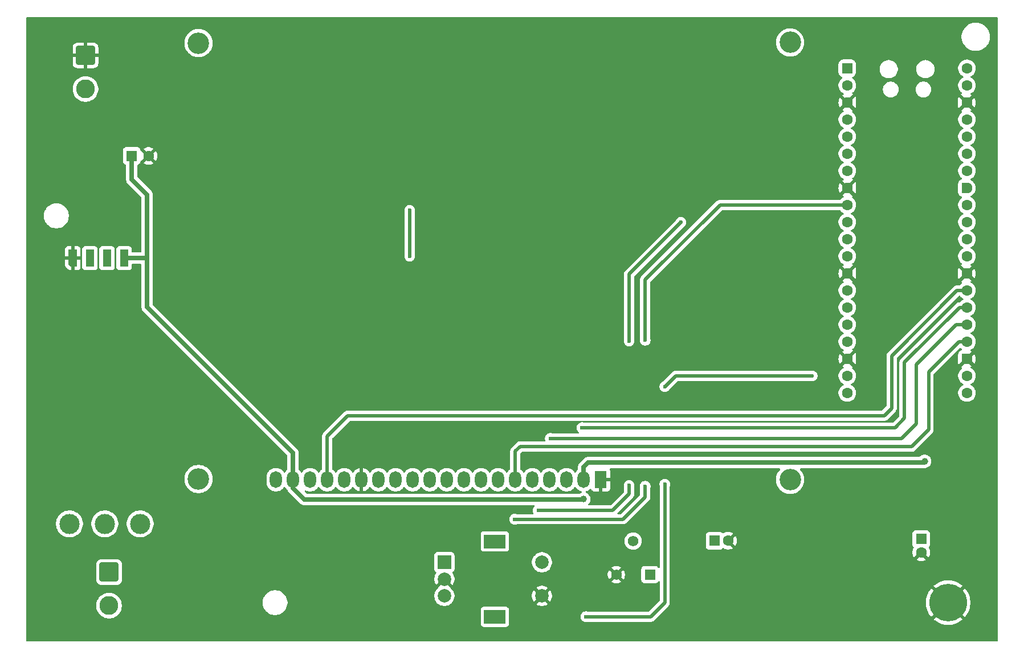
<source format=gbr>
%TF.GenerationSoftware,KiCad,Pcbnew,9.0.1*%
%TF.CreationDate,2025-04-15T15:16:39+02:00*%
%TF.ProjectId,lcd,6c63642e-6b69-4636-9164-5f7063625858,rev?*%
%TF.SameCoordinates,Original*%
%TF.FileFunction,Copper,L2,Bot*%
%TF.FilePolarity,Positive*%
%FSLAX46Y46*%
G04 Gerber Fmt 4.6, Leading zero omitted, Abs format (unit mm)*
G04 Created by KiCad (PCBNEW 9.0.1) date 2025-04-15 15:16:39*
%MOMM*%
%LPD*%
G01*
G04 APERTURE LIST*
G04 Aperture macros list*
%AMRoundRect*
0 Rectangle with rounded corners*
0 $1 Rounding radius*
0 $2 $3 $4 $5 $6 $7 $8 $9 X,Y pos of 4 corners*
0 Add a 4 corners polygon primitive as box body*
4,1,4,$2,$3,$4,$5,$6,$7,$8,$9,$2,$3,0*
0 Add four circle primitives for the rounded corners*
1,1,$1+$1,$2,$3*
1,1,$1+$1,$4,$5*
1,1,$1+$1,$6,$7*
1,1,$1+$1,$8,$9*
0 Add four rect primitives between the rounded corners*
20,1,$1+$1,$2,$3,$4,$5,0*
20,1,$1+$1,$4,$5,$6,$7,0*
20,1,$1+$1,$6,$7,$8,$9,0*
20,1,$1+$1,$8,$9,$2,$3,0*%
%AMOutline5P*
0 Free polygon, 5 corners , with rotation*
0 The origin of the aperture is its center*
0 number of corners: always 5*
0 $1 to $10 corner X, Y*
0 $11 Rotation angle, in degrees counterclockwise*
0 create outline with 5 corners*
4,1,5,$1,$2,$3,$4,$5,$6,$7,$8,$9,$10,$1,$2,$11*%
%AMOutline6P*
0 Free polygon, 6 corners , with rotation*
0 The origin of the aperture is its center*
0 number of corners: always 6*
0 $1 to $12 corner X, Y*
0 $13 Rotation angle, in degrees counterclockwise*
0 create outline with 6 corners*
4,1,6,$1,$2,$3,$4,$5,$6,$7,$8,$9,$10,$11,$12,$1,$2,$13*%
%AMOutline7P*
0 Free polygon, 7 corners , with rotation*
0 The origin of the aperture is its center*
0 number of corners: always 7*
0 $1 to $14 corner X, Y*
0 $15 Rotation angle, in degrees counterclockwise*
0 create outline with 7 corners*
4,1,7,$1,$2,$3,$4,$5,$6,$7,$8,$9,$10,$11,$12,$13,$14,$1,$2,$15*%
%AMOutline8P*
0 Free polygon, 8 corners , with rotation*
0 The origin of the aperture is its center*
0 number of corners: always 8*
0 $1 to $16 corner X, Y*
0 $17 Rotation angle, in degrees counterclockwise*
0 create outline with 8 corners*
4,1,8,$1,$2,$3,$4,$5,$6,$7,$8,$9,$10,$11,$12,$13,$14,$15,$16,$1,$2,$17*%
%AMFreePoly0*
4,1,37,0.603843,0.796157,0.639018,0.796157,0.711114,0.766294,0.766294,0.711114,0.796157,0.639018,0.796157,0.603843,0.800000,0.600000,0.800000,-0.600000,0.796157,-0.603843,0.796157,-0.639018,0.766294,-0.711114,0.711114,-0.766294,0.639018,-0.796157,0.603843,-0.796157,0.600000,-0.800000,0.000000,-0.800000,0.000000,-0.796148,-0.078414,-0.796148,-0.232228,-0.765552,-0.377117,-0.705537,
-0.507515,-0.618408,-0.618408,-0.507515,-0.705537,-0.377117,-0.765552,-0.232228,-0.796148,-0.078414,-0.796148,0.078414,-0.765552,0.232228,-0.705537,0.377117,-0.618408,0.507515,-0.507515,0.618408,-0.377117,0.705537,-0.232228,0.765552,-0.078414,0.796148,0.000000,0.796148,0.000000,0.800000,0.600000,0.800000,0.603843,0.796157,0.603843,0.796157,$1*%
%AMFreePoly1*
4,1,37,0.000000,0.796148,0.078414,0.796148,0.232228,0.765552,0.377117,0.705537,0.507515,0.618408,0.618408,0.507515,0.705537,0.377117,0.765552,0.232228,0.796148,0.078414,0.796148,-0.078414,0.765552,-0.232228,0.705537,-0.377117,0.618408,-0.507515,0.507515,-0.618408,0.377117,-0.705537,0.232228,-0.765552,0.078414,-0.796148,0.000000,-0.796148,0.000000,-0.800000,-0.600000,-0.800000,
-0.603843,-0.796157,-0.639018,-0.796157,-0.711114,-0.766294,-0.766294,-0.711114,-0.796157,-0.639018,-0.796157,-0.603843,-0.800000,-0.600000,-0.800000,0.600000,-0.796157,0.603843,-0.796157,0.639018,-0.766294,0.711114,-0.711114,0.766294,-0.639018,0.796157,-0.603843,0.796157,-0.600000,0.800000,0.000000,0.800000,0.000000,0.796148,0.000000,0.796148,$1*%
G04 Aperture macros list end*
%TA.AperFunction,ComponentPad*%
%ADD10R,1.600000X1.600000*%
%TD*%
%TA.AperFunction,ComponentPad*%
%ADD11C,1.600000*%
%TD*%
%TA.AperFunction,ComponentPad*%
%ADD12C,3.200000*%
%TD*%
%TA.AperFunction,ComponentPad*%
%ADD13R,1.800000X2.500000*%
%TD*%
%TA.AperFunction,ComponentPad*%
%ADD14O,1.800000X2.500000*%
%TD*%
%TA.AperFunction,ComponentPad*%
%ADD15RoundRect,0.250001X-1.149999X1.149999X-1.149999X-1.149999X1.149999X-1.149999X1.149999X1.149999X0*%
%TD*%
%TA.AperFunction,ComponentPad*%
%ADD16C,2.800000*%
%TD*%
%TA.AperFunction,ComponentPad*%
%ADD17C,5.600000*%
%TD*%
%TA.AperFunction,ComponentPad*%
%ADD18R,2.000000X2.000000*%
%TD*%
%TA.AperFunction,ComponentPad*%
%ADD19C,2.000000*%
%TD*%
%TA.AperFunction,ComponentPad*%
%ADD20R,3.200000X2.000000*%
%TD*%
%TA.AperFunction,ComponentPad*%
%ADD21Outline5P,-1.270000X0.381000X-1.016000X0.635000X1.270000X0.635000X1.270000X-0.635000X-1.270000X-0.635000X90.000000*%
%TD*%
%TA.AperFunction,ComponentPad*%
%ADD22R,1.270000X2.540000*%
%TD*%
%TA.AperFunction,ComponentPad*%
%ADD23C,3.000000*%
%TD*%
%TA.AperFunction,ComponentPad*%
%ADD24RoundRect,0.200000X-0.600000X-0.600000X0.600000X-0.600000X0.600000X0.600000X-0.600000X0.600000X0*%
%TD*%
%TA.AperFunction,ComponentPad*%
%ADD25FreePoly0,0.000000*%
%TD*%
%TA.AperFunction,ComponentPad*%
%ADD26FreePoly1,0.000000*%
%TD*%
%TA.AperFunction,ComponentPad*%
%ADD27R,1.560000X1.560000*%
%TD*%
%TA.AperFunction,ComponentPad*%
%ADD28C,1.560000*%
%TD*%
%TA.AperFunction,ViaPad*%
%ADD29C,0.600000*%
%TD*%
%TA.AperFunction,ViaPad*%
%ADD30C,1.000000*%
%TD*%
%TA.AperFunction,Conductor*%
%ADD31C,0.500000*%
%TD*%
%TA.AperFunction,Conductor*%
%ADD32C,0.700000*%
%TD*%
G04 APERTURE END LIST*
D10*
%TO.P,C7,1*%
%TO.N,+3V3*%
X207050000Y-131794888D03*
D11*
%TO.P,C7,2*%
%TO.N,GND*%
X207050000Y-133794888D03*
%TD*%
D12*
%TO.P,U1,*%
%TO.N,*%
X187574907Y-122980754D03*
X99674907Y-122880754D03*
X99674907Y-58080754D03*
X187574907Y-57980754D03*
D13*
%TO.P,U1,1,GND*%
%TO.N,GND*%
X159434907Y-122980754D03*
D14*
%TO.P,U1,2,Vcc*%
%TO.N,+5V*%
X156894907Y-122980754D03*
%TO.P,U1,3,Vo_contrast*%
%TO.N,/lcd.contrast*%
X154354907Y-122980754D03*
%TO.P,U1,4,RS*%
%TO.N,/lcd.RS(CS)*%
X151814907Y-122980754D03*
%TO.P,U1,5,R/W*%
%TO.N,/lcd.RW(SID)*%
X149274907Y-122980754D03*
%TO.P,U1,6,E*%
%TO.N,/lcd.E(SCLK)*%
X146734907Y-122980754D03*
%TO.P,U1,7,DB0*%
%TO.N,unconnected-(U1-DB0-Pad7)*%
X144194907Y-122980754D03*
%TO.P,U1,8,DB1*%
%TO.N,unconnected-(U1-DB1-Pad8)*%
X141654907Y-122980754D03*
%TO.P,U1,9,DB2*%
%TO.N,unconnected-(U1-DB2-Pad9)*%
X139114907Y-122980754D03*
%TO.P,U1,10,DB3*%
%TO.N,unconnected-(U1-DB3-Pad10)*%
X136574907Y-122980754D03*
%TO.P,U1,11,DB4*%
%TO.N,unconnected-(U1-DB4-Pad11)*%
X134034907Y-122980754D03*
%TO.P,U1,12,DB5*%
%TO.N,unconnected-(U1-DB5-Pad12)*%
X131494907Y-122980754D03*
%TO.P,U1,13,DB6*%
%TO.N,unconnected-(U1-DB6-Pad13)*%
X128954907Y-122980754D03*
%TO.P,U1,14,DB7*%
%TO.N,unconnected-(U1-DB7-Pad14)*%
X126414907Y-122980754D03*
%TO.P,U1,15,PSB*%
%TO.N,GND*%
X123874907Y-122980754D03*
%TO.P,U1,16,NC*%
%TO.N,unconnected-(U1-NC-Pad16)*%
X121334907Y-122980754D03*
%TO.P,U1,17,RST*%
%TO.N,/lcd.RST*%
X118794907Y-122980754D03*
%TO.P,U1,18,Vout*%
%TO.N,unconnected-(U1-Vout-Pad18)*%
X116254907Y-122980754D03*
%TO.P,U1,19,BLA*%
%TO.N,+5V*%
X113714907Y-122980754D03*
%TO.P,U1,20,BLK*%
%TO.N,Net-(Q1-C)*%
X111174907Y-122980754D03*
%TD*%
D15*
%TO.P,J1,1,Pin_1*%
%TO.N,Net-(J1-Pin_1)*%
X86382500Y-136700000D03*
D16*
%TO.P,J1,2,Pin_2*%
%TO.N,Net-(J1-Pin_2)*%
X86382500Y-141700000D03*
%TD*%
D17*
%TO.P,GND,1*%
%TO.N,GND*%
X211050000Y-141250000D03*
%TD*%
D10*
%TO.P,C1,1*%
%TO.N,/lcd.contrast*%
X176350000Y-132050000D03*
D11*
%TO.P,C1,2*%
%TO.N,GND*%
X178350000Y-132050000D03*
%TD*%
D18*
%TO.P,SW1,A,A*%
%TO.N,Net-(A1-GPIO7)*%
X136200000Y-135250000D03*
D19*
%TO.P,SW1,B,B*%
%TO.N,Net-(A1-GPIO6)*%
X136200000Y-140250000D03*
%TO.P,SW1,C,C*%
%TO.N,GND*%
X136200000Y-137750000D03*
D20*
%TO.P,SW1,MP*%
%TO.N,N/C*%
X143700000Y-132150000D03*
X143700000Y-143350000D03*
D19*
%TO.P,SW1,S1,S1*%
%TO.N,GND*%
X150700000Y-140250000D03*
%TO.P,SW1,S2,S2*%
%TO.N,/button*%
X150700000Y-135250000D03*
%TD*%
D21*
%TO.P,U2,1,GND*%
%TO.N,GND*%
X81000000Y-90050000D03*
D22*
%TO.P,U2,2,RX*%
%TO.N,/UART1_TX*%
X83540000Y-90050000D03*
%TO.P,U2,3,TX*%
%TO.N,Net-(U2-TX)*%
X86080000Y-90050000D03*
%TO.P,U2,4,Vcc*%
%TO.N,+5V*%
X88620000Y-90050000D03*
D23*
%TO.P,U2,5,NC*%
%TO.N,unconnected-(U2-NC-Pad5)*%
X80500000Y-129550000D03*
%TO.P,U2,6,B-*%
%TO.N,Net-(J1-Pin_2)*%
X85750000Y-129550000D03*
%TO.P,U2,7,A+*%
%TO.N,Net-(J1-Pin_1)*%
X91000000Y-129550000D03*
%TD*%
D10*
%TO.P,C5,1*%
%TO.N,+5V*%
X89750000Y-74850000D03*
D11*
%TO.P,C5,2*%
%TO.N,GND*%
X92250000Y-74850000D03*
%TD*%
D15*
%TO.P,J2,1,Pin_1*%
%TO.N,GND*%
X82882500Y-59900000D03*
D16*
%TO.P,J2,2,Pin_2*%
%TO.N,Net-(J2-Pin_2)*%
X82882500Y-64900000D03*
%TD*%
D24*
%TO.P,A1,1,GPIO0*%
%TO.N,unconnected-(A1-GPIO0-Pad1)*%
X196060000Y-61820000D03*
D11*
%TO.P,A1,2,GPIO1*%
%TO.N,unconnected-(A1-GPIO1-Pad2)*%
X196060000Y-64360000D03*
D25*
%TO.P,A1,3,GND*%
%TO.N,GND*%
X196060000Y-66900000D03*
D11*
%TO.P,A1,4,GPIO2*%
%TO.N,unconnected-(A1-GPIO2-Pad4)*%
X196060000Y-69440000D03*
%TO.P,A1,5,GPIO3*%
%TO.N,unconnected-(A1-GPIO3-Pad5)*%
X196060000Y-71980000D03*
%TO.P,A1,6,GPIO4*%
%TO.N,unconnected-(A1-GPIO4-Pad6)*%
X196060000Y-74520000D03*
%TO.P,A1,7,GPIO5*%
%TO.N,unconnected-(A1-GPIO5-Pad7)*%
X196060000Y-77060000D03*
D25*
%TO.P,A1,8,GND*%
%TO.N,GND*%
X196060000Y-79600000D03*
D11*
%TO.P,A1,9,GPIO6*%
%TO.N,Net-(A1-GPIO6)*%
X196060000Y-82140000D03*
%TO.P,A1,10,GPIO7*%
%TO.N,Net-(A1-GPIO7)*%
X196060000Y-84680000D03*
%TO.P,A1,11,GPIO8*%
%TO.N,/UART1_TX*%
X196060000Y-87220000D03*
%TO.P,A1,12,GPIO9*%
%TO.N,/UART1_RX*%
X196060000Y-89760000D03*
D25*
%TO.P,A1,13,GND*%
%TO.N,GND*%
X196060000Y-92300000D03*
D11*
%TO.P,A1,14,GPIO10*%
%TO.N,/led pwm*%
X196060000Y-94840000D03*
%TO.P,A1,15,GPIO11*%
%TO.N,/contrast pwm*%
X196060000Y-97380000D03*
%TO.P,A1,16,GPIO12*%
%TO.N,unconnected-(A1-GPIO12-Pad16)_1*%
X196060000Y-99920000D03*
%TO.P,A1,17,GPIO13*%
%TO.N,unconnected-(A1-GPIO13-Pad17)_1*%
X196060000Y-102460000D03*
D25*
%TO.P,A1,18,GND*%
%TO.N,GND*%
X196060000Y-105000000D03*
D11*
%TO.P,A1,19,GPIO14*%
%TO.N,/button*%
X196060000Y-107540000D03*
%TO.P,A1,20,GPIO15*%
%TO.N,unconnected-(A1-GPIO15-Pad20)*%
X196060000Y-110080000D03*
%TO.P,A1,21,GPIO16*%
%TO.N,unconnected-(A1-GPIO16-Pad21)*%
X213840000Y-110080000D03*
%TO.P,A1,22,GPIO17*%
%TO.N,unconnected-(A1-GPIO17-Pad22)*%
X213840000Y-107540000D03*
D26*
%TO.P,A1,23,GND*%
%TO.N,GND*%
X213840000Y-105000000D03*
D11*
%TO.P,A1,24,GPIO18*%
%TO.N,/lcd.E(SCLK)*%
X213840000Y-102460000D03*
%TO.P,A1,25,GPIO19*%
%TO.N,/lcd.RW(SID)*%
X213840000Y-99920000D03*
%TO.P,A1,26,GPIO20*%
%TO.N,/lcd.RS(CS)*%
X213840000Y-97380000D03*
%TO.P,A1,27,GPIO21*%
%TO.N,/lcd.RST*%
X213840000Y-94840000D03*
D26*
%TO.P,A1,28,GND*%
%TO.N,GND*%
X213840000Y-92300000D03*
D11*
%TO.P,A1,29,GPIO22*%
%TO.N,unconnected-(A1-GPIO22-Pad29)_1*%
X213840000Y-89760000D03*
%TO.P,A1,30,RUN*%
%TO.N,unconnected-(A1-RUN-Pad30)*%
X213840000Y-87220000D03*
%TO.P,A1,31,GPIO26_ADC0*%
%TO.N,unconnected-(A1-GPIO26_ADC0-Pad31)_1*%
X213840000Y-84680000D03*
%TO.P,A1,32,GPIO27_ADC1*%
%TO.N,unconnected-(A1-GPIO27_ADC1-Pad32)*%
X213840000Y-82140000D03*
D26*
%TO.P,A1,33,AGND*%
%TO.N,unconnected-(A1-AGND-Pad33)_1*%
X213840000Y-79600000D03*
D11*
%TO.P,A1,34,GPIO28_ADC2*%
%TO.N,unconnected-(A1-GPIO28_ADC2-Pad34)*%
X213840000Y-77060000D03*
%TO.P,A1,35,ADC_VREF*%
%TO.N,unconnected-(A1-ADC_VREF-Pad35)*%
X213840000Y-74520000D03*
%TO.P,A1,36,3V3*%
%TO.N,+3V3*%
X213840000Y-71980000D03*
%TO.P,A1,37,3V3_EN*%
%TO.N,unconnected-(A1-3V3_EN-Pad37)_1*%
X213840000Y-69440000D03*
D26*
%TO.P,A1,38,GND*%
%TO.N,GND*%
X213840000Y-66900000D03*
D11*
%TO.P,A1,39,VSYS*%
%TO.N,+5V*%
X213840000Y-64360000D03*
%TO.P,A1,40,VBUS*%
%TO.N,unconnected-(A1-VBUS-Pad40)_1*%
X213840000Y-61820000D03*
%TD*%
D27*
%TO.P,RV1,1,1*%
%TO.N,+5V*%
X166750000Y-137090000D03*
D28*
%TO.P,RV1,2,2*%
%TO.N,/lcd.contrast*%
X164250000Y-132090000D03*
%TO.P,RV1,3,3*%
%TO.N,GND*%
X161750000Y-137090000D03*
%TD*%
D29*
%TO.N,/button*%
X190850000Y-107550000D03*
X157250000Y-143350000D03*
X168950000Y-123650000D03*
X168950000Y-109150000D03*
%TO.N,/UART1_RX*%
X131050000Y-82950000D03*
X131050000Y-89750000D03*
%TO.N,/lcd.RW(SID)*%
X151950000Y-116850000D03*
%TO.N,Net-(A1-GPIO7)*%
X163650000Y-102350000D03*
X150150000Y-127550000D03*
X163650000Y-123850000D03*
X171350000Y-84732948D03*
%TO.N,GND*%
X138550000Y-136950000D03*
X187550000Y-137950000D03*
X110250000Y-66150000D03*
X184650000Y-66250000D03*
X211050000Y-135250000D03*
X84950000Y-100250000D03*
X84950000Y-122050000D03*
X152350000Y-66250000D03*
X201850000Y-141750000D03*
%TO.N,Net-(A1-GPIO6)*%
X146650000Y-128850000D03*
X166050000Y-123950000D03*
X166050000Y-102250000D03*
D30*
%TO.N,+5V*%
X207550000Y-120250000D03*
X156894907Y-125850000D03*
D29*
%TO.N,/lcd.RS(CS)*%
X156650000Y-115250000D03*
%TD*%
D31*
%TO.N,/button*%
X190850000Y-107550000D02*
X170550000Y-107550000D01*
X168950000Y-141250000D02*
X168950000Y-123650000D01*
X157250000Y-143350000D02*
X166850000Y-143350000D01*
X170550000Y-107550000D02*
X168950000Y-109150000D01*
X166850000Y-143350000D02*
X168950000Y-141250000D01*
%TO.N,/UART1_RX*%
X131050000Y-89750000D02*
X131050000Y-82950000D01*
%TO.N,/lcd.E(SCLK)*%
X208150000Y-106950000D02*
X212640000Y-102460000D01*
X213830000Y-102450000D02*
X213840000Y-102460000D01*
X205650000Y-118050000D02*
X208150000Y-115550000D01*
X146734907Y-122980754D02*
X146734907Y-118765093D01*
X208150000Y-115550000D02*
X208150000Y-106950000D01*
X146734907Y-118765093D02*
X147450000Y-118050000D01*
X212640000Y-102460000D02*
X213840000Y-102460000D01*
X147450000Y-118050000D02*
X205650000Y-118050000D01*
%TO.N,/lcd.RW(SID)*%
X213840000Y-99920000D02*
X212280000Y-99920000D01*
X212280000Y-99920000D02*
X206350000Y-105850000D01*
X206350000Y-114650000D02*
X204150000Y-116850000D01*
X204150000Y-116850000D02*
X151950000Y-116850000D01*
X206350000Y-105850000D02*
X206350000Y-114650000D01*
%TO.N,Net-(A1-GPIO7)*%
X150150000Y-127550000D02*
X161200000Y-127550000D01*
X163650000Y-125100000D02*
X163650000Y-123850000D01*
X163650000Y-102350000D02*
X163650000Y-92432948D01*
X163650000Y-92432948D02*
X171350000Y-84732948D01*
X161200000Y-127550000D02*
X163650000Y-125100000D01*
%TO.N,Net-(A1-GPIO6)*%
X146650000Y-128850000D02*
X162750000Y-128850000D01*
X162750000Y-128850000D02*
X166050000Y-125550000D01*
X166050000Y-93250000D02*
X177160000Y-82140000D01*
X166050000Y-125550000D02*
X166050000Y-123950000D01*
X177160000Y-82140000D02*
X196060000Y-82140000D01*
X166050000Y-102250000D02*
X166050000Y-93250000D01*
%TO.N,/lcd.RST*%
X201550000Y-113450000D02*
X121850000Y-113450000D01*
X212360000Y-94840000D02*
X202650000Y-104550000D01*
X213840000Y-94840000D02*
X212360000Y-94840000D01*
X202650000Y-104550000D02*
X202650000Y-112350000D01*
X118794907Y-116505093D02*
X118794907Y-122980754D01*
X202650000Y-112350000D02*
X201550000Y-113450000D01*
X121850000Y-113450000D02*
X118794907Y-116505093D01*
D32*
%TO.N,+5V*%
X113714907Y-124214907D02*
X113714907Y-122980754D01*
X92050000Y-97350000D02*
X113714907Y-119014907D01*
X92050000Y-90050000D02*
X92050000Y-80650000D01*
X115414907Y-125914907D02*
X113714907Y-124214907D01*
X92050000Y-90050000D02*
X92050000Y-97350000D01*
X88620000Y-90050000D02*
X92050000Y-90050000D01*
X156894907Y-121105093D02*
X156894907Y-122980754D01*
X207550000Y-120250000D02*
X207350000Y-120450000D01*
X156894907Y-125850000D02*
X156830000Y-125914907D01*
X92050000Y-80650000D02*
X89750000Y-78350000D01*
X89750000Y-78350000D02*
X89750000Y-74850000D01*
X113714907Y-119014907D02*
X113714907Y-122980754D01*
X156830000Y-125914907D02*
X115414907Y-125914907D01*
X157550000Y-120450000D02*
X156894907Y-121105093D01*
X207350000Y-120450000D02*
X157550000Y-120450000D01*
D31*
%TO.N,/lcd.RS(CS)*%
X204550000Y-113850000D02*
X204550000Y-105550000D01*
X204550000Y-105550000D02*
X212720000Y-97380000D01*
X212720000Y-97380000D02*
X213840000Y-97380000D01*
X203150000Y-115250000D02*
X204550000Y-113850000D01*
X156650000Y-115250000D02*
X203150000Y-115250000D01*
%TD*%
%TA.AperFunction,Conductor*%
%TO.N,GND*%
G36*
X124124907Y-124708608D02*
G01*
X124202741Y-124696280D01*
X124202744Y-124696280D01*
X124412317Y-124628186D01*
X124608667Y-124528140D01*
X124786948Y-124398611D01*
X124942764Y-124242795D01*
X124942769Y-124242789D01*
X125044279Y-124103073D01*
X125099609Y-124060407D01*
X125169222Y-124054428D01*
X125231017Y-124087033D01*
X125244915Y-124103073D01*
X125346659Y-124243112D01*
X125346663Y-124243117D01*
X125502543Y-124398997D01*
X125502548Y-124399001D01*
X125644346Y-124502022D01*
X125680885Y-124528569D01*
X125797408Y-124587941D01*
X125877300Y-124628649D01*
X125877303Y-124628650D01*
X125944177Y-124650378D01*
X126086956Y-124696769D01*
X126304685Y-124731254D01*
X126304686Y-124731254D01*
X126525128Y-124731254D01*
X126525129Y-124731254D01*
X126742858Y-124696769D01*
X126952513Y-124628649D01*
X127148929Y-124528569D01*
X127327272Y-124398996D01*
X127483149Y-124243119D01*
X127526467Y-124183497D01*
X127584589Y-124103499D01*
X127639918Y-124060833D01*
X127709532Y-124054854D01*
X127771327Y-124087459D01*
X127785225Y-124103499D01*
X127886659Y-124243112D01*
X127886663Y-124243117D01*
X128042543Y-124398997D01*
X128042548Y-124399001D01*
X128184346Y-124502022D01*
X128220885Y-124528569D01*
X128337408Y-124587941D01*
X128417300Y-124628649D01*
X128417303Y-124628650D01*
X128484177Y-124650378D01*
X128626956Y-124696769D01*
X128844685Y-124731254D01*
X128844686Y-124731254D01*
X129065128Y-124731254D01*
X129065129Y-124731254D01*
X129282858Y-124696769D01*
X129492513Y-124628649D01*
X129688929Y-124528569D01*
X129867272Y-124398996D01*
X130023149Y-124243119D01*
X130066467Y-124183497D01*
X130124589Y-124103499D01*
X130179918Y-124060833D01*
X130249532Y-124054854D01*
X130311327Y-124087459D01*
X130325225Y-124103499D01*
X130426659Y-124243112D01*
X130426663Y-124243117D01*
X130582543Y-124398997D01*
X130582548Y-124399001D01*
X130724346Y-124502022D01*
X130760885Y-124528569D01*
X130877408Y-124587941D01*
X130957300Y-124628649D01*
X130957303Y-124628650D01*
X131024177Y-124650378D01*
X131166956Y-124696769D01*
X131384685Y-124731254D01*
X131384686Y-124731254D01*
X131605128Y-124731254D01*
X131605129Y-124731254D01*
X131822858Y-124696769D01*
X132032513Y-124628649D01*
X132228929Y-124528569D01*
X132407272Y-124398996D01*
X132563149Y-124243119D01*
X132606467Y-124183497D01*
X132664589Y-124103499D01*
X132719918Y-124060833D01*
X132789532Y-124054854D01*
X132851327Y-124087459D01*
X132865225Y-124103499D01*
X132966659Y-124243112D01*
X132966663Y-124243117D01*
X133122543Y-124398997D01*
X133122548Y-124399001D01*
X133264346Y-124502022D01*
X133300885Y-124528569D01*
X133417408Y-124587941D01*
X133497300Y-124628649D01*
X133497303Y-124628650D01*
X133564177Y-124650378D01*
X133706956Y-124696769D01*
X133924685Y-124731254D01*
X133924686Y-124731254D01*
X134145128Y-124731254D01*
X134145129Y-124731254D01*
X134362858Y-124696769D01*
X134572513Y-124628649D01*
X134768929Y-124528569D01*
X134947272Y-124398996D01*
X135103149Y-124243119D01*
X135146467Y-124183497D01*
X135204589Y-124103499D01*
X135259918Y-124060833D01*
X135329532Y-124054854D01*
X135391327Y-124087459D01*
X135405225Y-124103499D01*
X135506659Y-124243112D01*
X135506663Y-124243117D01*
X135662543Y-124398997D01*
X135662548Y-124399001D01*
X135804346Y-124502022D01*
X135840885Y-124528569D01*
X135957408Y-124587941D01*
X136037300Y-124628649D01*
X136037303Y-124628650D01*
X136104177Y-124650378D01*
X136246956Y-124696769D01*
X136464685Y-124731254D01*
X136464686Y-124731254D01*
X136685128Y-124731254D01*
X136685129Y-124731254D01*
X136902858Y-124696769D01*
X137112513Y-124628649D01*
X137308929Y-124528569D01*
X137487272Y-124398996D01*
X137643149Y-124243119D01*
X137686467Y-124183497D01*
X137744589Y-124103499D01*
X137799918Y-124060833D01*
X137869532Y-124054854D01*
X137931327Y-124087459D01*
X137945225Y-124103499D01*
X138046659Y-124243112D01*
X138046663Y-124243117D01*
X138202543Y-124398997D01*
X138202548Y-124399001D01*
X138344346Y-124502022D01*
X138380885Y-124528569D01*
X138497408Y-124587941D01*
X138577300Y-124628649D01*
X138577303Y-124628650D01*
X138644177Y-124650378D01*
X138786956Y-124696769D01*
X139004685Y-124731254D01*
X139004686Y-124731254D01*
X139225128Y-124731254D01*
X139225129Y-124731254D01*
X139442858Y-124696769D01*
X139652513Y-124628649D01*
X139848929Y-124528569D01*
X140027272Y-124398996D01*
X140183149Y-124243119D01*
X140226467Y-124183497D01*
X140284589Y-124103499D01*
X140339918Y-124060833D01*
X140409532Y-124054854D01*
X140471327Y-124087459D01*
X140485225Y-124103499D01*
X140586659Y-124243112D01*
X140586663Y-124243117D01*
X140742543Y-124398997D01*
X140742548Y-124399001D01*
X140884346Y-124502022D01*
X140920885Y-124528569D01*
X141037408Y-124587941D01*
X141117300Y-124628649D01*
X141117303Y-124628650D01*
X141184177Y-124650378D01*
X141326956Y-124696769D01*
X141544685Y-124731254D01*
X141544686Y-124731254D01*
X141765128Y-124731254D01*
X141765129Y-124731254D01*
X141982858Y-124696769D01*
X142192513Y-124628649D01*
X142388929Y-124528569D01*
X142567272Y-124398996D01*
X142723149Y-124243119D01*
X142766467Y-124183497D01*
X142824589Y-124103499D01*
X142879918Y-124060833D01*
X142949532Y-124054854D01*
X143011327Y-124087459D01*
X143025225Y-124103499D01*
X143126659Y-124243112D01*
X143126663Y-124243117D01*
X143282543Y-124398997D01*
X143282548Y-124399001D01*
X143424346Y-124502022D01*
X143460885Y-124528569D01*
X143577408Y-124587941D01*
X143657300Y-124628649D01*
X143657303Y-124628650D01*
X143724177Y-124650378D01*
X143866956Y-124696769D01*
X144084685Y-124731254D01*
X144084686Y-124731254D01*
X144305128Y-124731254D01*
X144305129Y-124731254D01*
X144522858Y-124696769D01*
X144732513Y-124628649D01*
X144928929Y-124528569D01*
X145107272Y-124398996D01*
X145263149Y-124243119D01*
X145306467Y-124183497D01*
X145364589Y-124103499D01*
X145419918Y-124060833D01*
X145489532Y-124054854D01*
X145551327Y-124087459D01*
X145565225Y-124103499D01*
X145666659Y-124243112D01*
X145666663Y-124243117D01*
X145822543Y-124398997D01*
X145822548Y-124399001D01*
X145964346Y-124502022D01*
X146000885Y-124528569D01*
X146117408Y-124587941D01*
X146197300Y-124628649D01*
X146197303Y-124628650D01*
X146264177Y-124650378D01*
X146406956Y-124696769D01*
X146624685Y-124731254D01*
X146624686Y-124731254D01*
X146845128Y-124731254D01*
X146845129Y-124731254D01*
X147062858Y-124696769D01*
X147272513Y-124628649D01*
X147468929Y-124528569D01*
X147647272Y-124398996D01*
X147803149Y-124243119D01*
X147846467Y-124183497D01*
X147904589Y-124103499D01*
X147959918Y-124060833D01*
X148029532Y-124054854D01*
X148091327Y-124087459D01*
X148105225Y-124103499D01*
X148206659Y-124243112D01*
X148206663Y-124243117D01*
X148362543Y-124398997D01*
X148362548Y-124399001D01*
X148504346Y-124502022D01*
X148540885Y-124528569D01*
X148657408Y-124587941D01*
X148737300Y-124628649D01*
X148737303Y-124628650D01*
X148804177Y-124650378D01*
X148946956Y-124696769D01*
X149164685Y-124731254D01*
X149164686Y-124731254D01*
X149385128Y-124731254D01*
X149385129Y-124731254D01*
X149602858Y-124696769D01*
X149812513Y-124628649D01*
X150008929Y-124528569D01*
X150187272Y-124398996D01*
X150343149Y-124243119D01*
X150386467Y-124183497D01*
X150444589Y-124103499D01*
X150499918Y-124060833D01*
X150569532Y-124054854D01*
X150631327Y-124087459D01*
X150645225Y-124103499D01*
X150746659Y-124243112D01*
X150746663Y-124243117D01*
X150902543Y-124398997D01*
X150902548Y-124399001D01*
X151044346Y-124502022D01*
X151080885Y-124528569D01*
X151197408Y-124587941D01*
X151277300Y-124628649D01*
X151277303Y-124628650D01*
X151344177Y-124650378D01*
X151486956Y-124696769D01*
X151704685Y-124731254D01*
X151704686Y-124731254D01*
X151925128Y-124731254D01*
X151925129Y-124731254D01*
X152142858Y-124696769D01*
X152352513Y-124628649D01*
X152548929Y-124528569D01*
X152727272Y-124398996D01*
X152883149Y-124243119D01*
X152926467Y-124183497D01*
X152984589Y-124103499D01*
X153039918Y-124060833D01*
X153109532Y-124054854D01*
X153171327Y-124087459D01*
X153185225Y-124103499D01*
X153286659Y-124243112D01*
X153286663Y-124243117D01*
X153442543Y-124398997D01*
X153442548Y-124399001D01*
X153584346Y-124502022D01*
X153620885Y-124528569D01*
X153737408Y-124587941D01*
X153817300Y-124628649D01*
X153817303Y-124628650D01*
X153884177Y-124650378D01*
X154026956Y-124696769D01*
X154244685Y-124731254D01*
X154244686Y-124731254D01*
X154465128Y-124731254D01*
X154465129Y-124731254D01*
X154682858Y-124696769D01*
X154892513Y-124628649D01*
X155088929Y-124528569D01*
X155267272Y-124398996D01*
X155423149Y-124243119D01*
X155466467Y-124183497D01*
X155524589Y-124103499D01*
X155579918Y-124060833D01*
X155649532Y-124054854D01*
X155711327Y-124087459D01*
X155725225Y-124103499D01*
X155826659Y-124243112D01*
X155826663Y-124243117D01*
X155982543Y-124398997D01*
X155982548Y-124399001D01*
X156124346Y-124502022D01*
X156160885Y-124528569D01*
X156277408Y-124587941D01*
X156357300Y-124628649D01*
X156357306Y-124628651D01*
X156526182Y-124683521D01*
X156583858Y-124722958D01*
X156611057Y-124787316D01*
X156599143Y-124856163D01*
X156551899Y-124907639D01*
X156535318Y-124916013D01*
X156420997Y-124963366D01*
X156420987Y-124963371D01*
X156301053Y-125043509D01*
X156234375Y-125064387D01*
X156232162Y-125064407D01*
X115818557Y-125064407D01*
X115751518Y-125044722D01*
X115730876Y-125028088D01*
X115484181Y-124781393D01*
X115450696Y-124720070D01*
X115455680Y-124650378D01*
X115497552Y-124594445D01*
X115563016Y-124570028D01*
X115628158Y-124583228D01*
X115717296Y-124628647D01*
X115717303Y-124628650D01*
X115784177Y-124650378D01*
X115926956Y-124696769D01*
X116144685Y-124731254D01*
X116144686Y-124731254D01*
X116365128Y-124731254D01*
X116365129Y-124731254D01*
X116582858Y-124696769D01*
X116792513Y-124628649D01*
X116988929Y-124528569D01*
X117167272Y-124398996D01*
X117323149Y-124243119D01*
X117366467Y-124183497D01*
X117424589Y-124103499D01*
X117479918Y-124060833D01*
X117549532Y-124054854D01*
X117611327Y-124087459D01*
X117625225Y-124103499D01*
X117726659Y-124243112D01*
X117726663Y-124243117D01*
X117882543Y-124398997D01*
X117882548Y-124399001D01*
X118024346Y-124502022D01*
X118060885Y-124528569D01*
X118177408Y-124587941D01*
X118257300Y-124628649D01*
X118257303Y-124628650D01*
X118324177Y-124650378D01*
X118466956Y-124696769D01*
X118684685Y-124731254D01*
X118684686Y-124731254D01*
X118905128Y-124731254D01*
X118905129Y-124731254D01*
X119122858Y-124696769D01*
X119332513Y-124628649D01*
X119528929Y-124528569D01*
X119707272Y-124398996D01*
X119863149Y-124243119D01*
X119906467Y-124183497D01*
X119964589Y-124103499D01*
X120019918Y-124060833D01*
X120089532Y-124054854D01*
X120151327Y-124087459D01*
X120165225Y-124103499D01*
X120266659Y-124243112D01*
X120266663Y-124243117D01*
X120422543Y-124398997D01*
X120422548Y-124399001D01*
X120564346Y-124502022D01*
X120600885Y-124528569D01*
X120717408Y-124587941D01*
X120797300Y-124628649D01*
X120797303Y-124628650D01*
X120864177Y-124650378D01*
X121006956Y-124696769D01*
X121224685Y-124731254D01*
X121224686Y-124731254D01*
X121445128Y-124731254D01*
X121445129Y-124731254D01*
X121662858Y-124696769D01*
X121872513Y-124628649D01*
X122068929Y-124528569D01*
X122247272Y-124398996D01*
X122403149Y-124243119D01*
X122504898Y-124103071D01*
X122560227Y-124060407D01*
X122629840Y-124054428D01*
X122691636Y-124087033D01*
X122705534Y-124103072D01*
X122807049Y-124242795D01*
X122962865Y-124398611D01*
X123141146Y-124528140D01*
X123337496Y-124628186D01*
X123547070Y-124696280D01*
X123624906Y-124708608D01*
X123624907Y-124708608D01*
X123624907Y-123529236D01*
X123643316Y-123539865D01*
X123795916Y-123580754D01*
X123953898Y-123580754D01*
X124106498Y-123539865D01*
X124124907Y-123529236D01*
X124124907Y-124708608D01*
G37*
%TD.AperFunction*%
%TA.AperFunction,Conductor*%
G36*
X212761134Y-95602747D02*
G01*
X212817067Y-95644619D01*
X212818119Y-95646044D01*
X212848034Y-95687219D01*
X212992786Y-95831971D01*
X213147749Y-95944556D01*
X213158390Y-95952287D01*
X213249840Y-95998883D01*
X213251080Y-95999515D01*
X213301876Y-96047490D01*
X213318671Y-96115311D01*
X213296134Y-96181446D01*
X213251080Y-96220485D01*
X213158386Y-96267715D01*
X212992786Y-96388028D01*
X212848032Y-96532782D01*
X212848028Y-96532787D01*
X212814900Y-96578385D01*
X212759571Y-96621051D01*
X212714582Y-96629500D01*
X212646080Y-96629500D01*
X212501092Y-96658340D01*
X212501082Y-96658343D01*
X212364509Y-96714913D01*
X212364507Y-96714914D01*
X212323645Y-96742218D01*
X212323643Y-96742219D01*
X212241589Y-96797043D01*
X212241584Y-96797047D01*
X203967052Y-105071578D01*
X203967049Y-105071581D01*
X203926043Y-105132951D01*
X203926044Y-105132952D01*
X203884914Y-105194508D01*
X203828343Y-105331082D01*
X203828340Y-105331092D01*
X203799500Y-105476079D01*
X203799500Y-113487770D01*
X203779815Y-113554809D01*
X203763181Y-113575451D01*
X202875451Y-114463181D01*
X202814128Y-114496666D01*
X202787770Y-114499500D01*
X156954604Y-114499500D01*
X156907155Y-114490062D01*
X156883497Y-114480263D01*
X156883493Y-114480262D01*
X156883488Y-114480260D01*
X156728845Y-114449500D01*
X156728842Y-114449500D01*
X156571158Y-114449500D01*
X156571155Y-114449500D01*
X156416510Y-114480261D01*
X156416498Y-114480264D01*
X156270827Y-114540602D01*
X156270814Y-114540609D01*
X156139711Y-114628210D01*
X156139707Y-114628213D01*
X156028213Y-114739707D01*
X156028210Y-114739711D01*
X155940609Y-114870814D01*
X155940602Y-114870827D01*
X155880264Y-115016498D01*
X155880261Y-115016510D01*
X155849500Y-115171153D01*
X155849500Y-115328846D01*
X155880261Y-115483489D01*
X155880264Y-115483501D01*
X155940602Y-115629172D01*
X155940609Y-115629185D01*
X156028210Y-115760288D01*
X156028213Y-115760292D01*
X156139708Y-115871787D01*
X156140621Y-115872397D01*
X156140991Y-115872839D01*
X156144419Y-115875653D01*
X156143885Y-115876303D01*
X156185427Y-115926010D01*
X156194134Y-115995334D01*
X156163980Y-116058362D01*
X156104537Y-116095082D01*
X156071731Y-116099500D01*
X152254604Y-116099500D01*
X152207155Y-116090062D01*
X152183497Y-116080263D01*
X152183493Y-116080262D01*
X152183488Y-116080260D01*
X152028845Y-116049500D01*
X152028842Y-116049500D01*
X151871158Y-116049500D01*
X151871155Y-116049500D01*
X151716510Y-116080261D01*
X151716498Y-116080264D01*
X151570827Y-116140602D01*
X151570814Y-116140609D01*
X151439711Y-116228210D01*
X151439707Y-116228213D01*
X151328213Y-116339707D01*
X151328210Y-116339711D01*
X151240609Y-116470814D01*
X151240602Y-116470827D01*
X151180264Y-116616498D01*
X151180261Y-116616510D01*
X151149500Y-116771153D01*
X151149500Y-116928846D01*
X151180261Y-117083489D01*
X151180264Y-117083501D01*
X151198716Y-117128048D01*
X151206185Y-117197517D01*
X151174909Y-117259996D01*
X151114820Y-117295648D01*
X151084155Y-117299500D01*
X147376080Y-117299500D01*
X147231092Y-117328340D01*
X147231082Y-117328343D01*
X147094511Y-117384912D01*
X147094498Y-117384919D01*
X146971584Y-117467048D01*
X146971580Y-117467051D01*
X146151957Y-118286673D01*
X146151951Y-118286681D01*
X146102719Y-118360361D01*
X146102720Y-118360362D01*
X146069828Y-118409589D01*
X146069821Y-118409601D01*
X146013249Y-118546179D01*
X146013247Y-118546185D01*
X145984407Y-118691172D01*
X145984407Y-121381729D01*
X145964722Y-121448768D01*
X145933294Y-121482045D01*
X145854437Y-121539338D01*
X145822539Y-121562514D01*
X145666663Y-121718390D01*
X145666659Y-121718395D01*
X145565225Y-121858008D01*
X145509895Y-121900674D01*
X145440282Y-121906653D01*
X145378487Y-121874047D01*
X145364589Y-121858008D01*
X145263154Y-121718395D01*
X145263150Y-121718390D01*
X145107270Y-121562510D01*
X145107265Y-121562506D01*
X144928932Y-121432941D01*
X144928931Y-121432940D01*
X144928929Y-121432939D01*
X144827320Y-121381166D01*
X144732513Y-121332858D01*
X144732510Y-121332857D01*
X144522859Y-121264739D01*
X144413993Y-121247496D01*
X144305129Y-121230254D01*
X144084685Y-121230254D01*
X144012108Y-121241749D01*
X143866954Y-121264739D01*
X143657303Y-121332857D01*
X143657300Y-121332858D01*
X143460881Y-121432941D01*
X143282548Y-121562506D01*
X143282543Y-121562510D01*
X143126663Y-121718390D01*
X143126659Y-121718395D01*
X143025225Y-121858008D01*
X142969895Y-121900674D01*
X142900282Y-121906653D01*
X142838487Y-121874047D01*
X142824589Y-121858008D01*
X142723154Y-121718395D01*
X142723150Y-121718390D01*
X142567270Y-121562510D01*
X142567265Y-121562506D01*
X142388932Y-121432941D01*
X142388931Y-121432940D01*
X142388929Y-121432939D01*
X142287320Y-121381166D01*
X142192513Y-121332858D01*
X142192510Y-121332857D01*
X141982859Y-121264739D01*
X141873993Y-121247496D01*
X141765129Y-121230254D01*
X141544685Y-121230254D01*
X141472108Y-121241749D01*
X141326954Y-121264739D01*
X141117303Y-121332857D01*
X141117300Y-121332858D01*
X140920881Y-121432941D01*
X140742548Y-121562506D01*
X140742543Y-121562510D01*
X140586663Y-121718390D01*
X140586659Y-121718395D01*
X140485225Y-121858008D01*
X140429895Y-121900674D01*
X140360282Y-121906653D01*
X140298487Y-121874047D01*
X140284589Y-121858008D01*
X140183154Y-121718395D01*
X140183150Y-121718390D01*
X140027270Y-121562510D01*
X140027265Y-121562506D01*
X139848932Y-121432941D01*
X139848931Y-121432940D01*
X139848929Y-121432939D01*
X139747320Y-121381166D01*
X139652513Y-121332858D01*
X139652510Y-121332857D01*
X139442859Y-121264739D01*
X139333993Y-121247496D01*
X139225129Y-121230254D01*
X139004685Y-121230254D01*
X138932108Y-121241749D01*
X138786954Y-121264739D01*
X138577303Y-121332857D01*
X138577300Y-121332858D01*
X138380881Y-121432941D01*
X138202548Y-121562506D01*
X138202543Y-121562510D01*
X138046663Y-121718390D01*
X138046659Y-121718395D01*
X137945225Y-121858008D01*
X137889895Y-121900674D01*
X137820282Y-121906653D01*
X137758487Y-121874047D01*
X137744589Y-121858008D01*
X137643154Y-121718395D01*
X137643150Y-121718390D01*
X137487270Y-121562510D01*
X137487265Y-121562506D01*
X137308932Y-121432941D01*
X137308931Y-121432940D01*
X137308929Y-121432939D01*
X137207320Y-121381166D01*
X137112513Y-121332858D01*
X137112510Y-121332857D01*
X136902859Y-121264739D01*
X136793993Y-121247496D01*
X136685129Y-121230254D01*
X136464685Y-121230254D01*
X136392108Y-121241749D01*
X136246954Y-121264739D01*
X136037303Y-121332857D01*
X136037300Y-121332858D01*
X135840881Y-121432941D01*
X135662548Y-121562506D01*
X135662543Y-121562510D01*
X135506663Y-121718390D01*
X135506659Y-121718395D01*
X135405225Y-121858008D01*
X135349895Y-121900674D01*
X135280282Y-121906653D01*
X135218487Y-121874047D01*
X135204589Y-121858008D01*
X135103154Y-121718395D01*
X135103150Y-121718390D01*
X134947270Y-121562510D01*
X134947265Y-121562506D01*
X134768932Y-121432941D01*
X134768931Y-121432940D01*
X134768929Y-121432939D01*
X134667320Y-121381166D01*
X134572513Y-121332858D01*
X134572510Y-121332857D01*
X134362859Y-121264739D01*
X134253993Y-121247496D01*
X134145129Y-121230254D01*
X133924685Y-121230254D01*
X133852108Y-121241749D01*
X133706954Y-121264739D01*
X133497303Y-121332857D01*
X133497300Y-121332858D01*
X133300881Y-121432941D01*
X133122548Y-121562506D01*
X133122543Y-121562510D01*
X132966663Y-121718390D01*
X132966659Y-121718395D01*
X132865225Y-121858008D01*
X132809895Y-121900674D01*
X132740282Y-121906653D01*
X132678487Y-121874047D01*
X132664589Y-121858008D01*
X132563154Y-121718395D01*
X132563150Y-121718390D01*
X132407270Y-121562510D01*
X132407265Y-121562506D01*
X132228932Y-121432941D01*
X132228931Y-121432940D01*
X132228929Y-121432939D01*
X132127320Y-121381166D01*
X132032513Y-121332858D01*
X132032510Y-121332857D01*
X131822859Y-121264739D01*
X131713993Y-121247496D01*
X131605129Y-121230254D01*
X131384685Y-121230254D01*
X131312108Y-121241749D01*
X131166954Y-121264739D01*
X130957303Y-121332857D01*
X130957300Y-121332858D01*
X130760881Y-121432941D01*
X130582548Y-121562506D01*
X130582543Y-121562510D01*
X130426663Y-121718390D01*
X130426659Y-121718395D01*
X130325225Y-121858008D01*
X130269895Y-121900674D01*
X130200282Y-121906653D01*
X130138487Y-121874047D01*
X130124589Y-121858008D01*
X130023154Y-121718395D01*
X130023150Y-121718390D01*
X129867270Y-121562510D01*
X129867265Y-121562506D01*
X129688932Y-121432941D01*
X129688931Y-121432940D01*
X129688929Y-121432939D01*
X129587320Y-121381166D01*
X129492513Y-121332858D01*
X129492510Y-121332857D01*
X129282859Y-121264739D01*
X129173993Y-121247496D01*
X129065129Y-121230254D01*
X128844685Y-121230254D01*
X128772108Y-121241749D01*
X128626954Y-121264739D01*
X128417303Y-121332857D01*
X128417300Y-121332858D01*
X128220881Y-121432941D01*
X128042548Y-121562506D01*
X128042543Y-121562510D01*
X127886663Y-121718390D01*
X127886659Y-121718395D01*
X127785225Y-121858008D01*
X127729895Y-121900674D01*
X127660282Y-121906653D01*
X127598487Y-121874047D01*
X127584589Y-121858008D01*
X127483154Y-121718395D01*
X127483150Y-121718390D01*
X127327270Y-121562510D01*
X127327265Y-121562506D01*
X127148932Y-121432941D01*
X127148931Y-121432940D01*
X127148929Y-121432939D01*
X127047320Y-121381166D01*
X126952513Y-121332858D01*
X126952510Y-121332857D01*
X126742859Y-121264739D01*
X126633993Y-121247496D01*
X126525129Y-121230254D01*
X126304685Y-121230254D01*
X126232108Y-121241749D01*
X126086954Y-121264739D01*
X125877303Y-121332857D01*
X125877300Y-121332858D01*
X125680881Y-121432941D01*
X125502548Y-121562506D01*
X125502543Y-121562510D01*
X125346663Y-121718390D01*
X125244915Y-121858435D01*
X125189585Y-121901100D01*
X125119972Y-121907079D01*
X125058177Y-121874473D01*
X125044279Y-121858434D01*
X124942769Y-121718718D01*
X124942764Y-121718712D01*
X124786948Y-121562896D01*
X124608667Y-121433367D01*
X124412317Y-121333321D01*
X124202743Y-121265227D01*
X124124907Y-121252898D01*
X124124907Y-122432271D01*
X124106498Y-122421643D01*
X123953898Y-122380754D01*
X123795916Y-122380754D01*
X123643316Y-122421643D01*
X123624907Y-122432271D01*
X123624907Y-121252898D01*
X123547071Y-121265227D01*
X123547068Y-121265227D01*
X123337496Y-121333321D01*
X123141146Y-121433367D01*
X122962865Y-121562896D01*
X122807049Y-121718712D01*
X122807049Y-121718713D01*
X122705534Y-121858435D01*
X122650204Y-121901100D01*
X122580590Y-121907079D01*
X122518795Y-121874473D01*
X122504898Y-121858434D01*
X122403154Y-121718395D01*
X122403150Y-121718390D01*
X122247270Y-121562510D01*
X122247265Y-121562506D01*
X122068932Y-121432941D01*
X122068931Y-121432940D01*
X122068929Y-121432939D01*
X121967320Y-121381166D01*
X121872513Y-121332858D01*
X121872510Y-121332857D01*
X121662859Y-121264739D01*
X121553993Y-121247496D01*
X121445129Y-121230254D01*
X121224685Y-121230254D01*
X121152108Y-121241749D01*
X121006954Y-121264739D01*
X120797303Y-121332857D01*
X120797300Y-121332858D01*
X120600881Y-121432941D01*
X120422548Y-121562506D01*
X120422543Y-121562510D01*
X120266663Y-121718390D01*
X120266659Y-121718395D01*
X120165225Y-121858008D01*
X120109895Y-121900674D01*
X120040282Y-121906653D01*
X119978487Y-121874047D01*
X119964589Y-121858008D01*
X119863154Y-121718395D01*
X119863150Y-121718390D01*
X119707274Y-121562514D01*
X119707272Y-121562512D01*
X119596520Y-121482045D01*
X119553856Y-121426717D01*
X119545407Y-121381729D01*
X119545407Y-116867323D01*
X119565092Y-116800284D01*
X119581726Y-116779642D01*
X122124549Y-114236819D01*
X122185872Y-114203334D01*
X122212230Y-114200500D01*
X201623920Y-114200500D01*
X201721462Y-114181096D01*
X201768913Y-114171658D01*
X201905495Y-114115084D01*
X201974595Y-114068913D01*
X202028416Y-114032952D01*
X203232952Y-112828416D01*
X203299818Y-112728342D01*
X203315084Y-112705495D01*
X203371658Y-112568913D01*
X203400500Y-112423918D01*
X203400500Y-104912230D01*
X203420185Y-104845191D01*
X203436819Y-104824549D01*
X207842149Y-100419219D01*
X212630121Y-95631246D01*
X212691442Y-95597763D01*
X212761134Y-95602747D01*
G37*
%TD.AperFunction*%
%TA.AperFunction,Conductor*%
G36*
X218392539Y-54270185D02*
G01*
X218438294Y-54322989D01*
X218449500Y-54374500D01*
X218449500Y-146925500D01*
X218429815Y-146992539D01*
X218377011Y-147038294D01*
X218325500Y-147049500D01*
X74174500Y-147049500D01*
X74107461Y-147029815D01*
X74061706Y-146977011D01*
X74050500Y-146925500D01*
X74050500Y-141575441D01*
X84482000Y-141575441D01*
X84482000Y-141824558D01*
X84482001Y-141824575D01*
X84514517Y-142071561D01*
X84578998Y-142312207D01*
X84674330Y-142542361D01*
X84674337Y-142542376D01*
X84798900Y-142758126D01*
X84950560Y-142955774D01*
X84950566Y-142955781D01*
X85126718Y-143131933D01*
X85126725Y-143131939D01*
X85324373Y-143283599D01*
X85540123Y-143408162D01*
X85540138Y-143408169D01*
X85639325Y-143449253D01*
X85770293Y-143503502D01*
X86010935Y-143567982D01*
X86257935Y-143600500D01*
X86257942Y-143600500D01*
X86507058Y-143600500D01*
X86507065Y-143600500D01*
X86754065Y-143567982D01*
X86994707Y-143503502D01*
X87224873Y-143408164D01*
X87440627Y-143283599D01*
X87638276Y-143131938D01*
X87814438Y-142955776D01*
X87966099Y-142758127D01*
X88090664Y-142542373D01*
X88186002Y-142312207D01*
X88250482Y-142071565D01*
X88283000Y-141824565D01*
X88283000Y-141575435D01*
X88250482Y-141328435D01*
X88196966Y-141128711D01*
X109199500Y-141128711D01*
X109199500Y-141371288D01*
X109231161Y-141611785D01*
X109293947Y-141846104D01*
X109386773Y-142070205D01*
X109386777Y-142070214D01*
X109408399Y-142107664D01*
X109508064Y-142280289D01*
X109508065Y-142280290D01*
X109508067Y-142280293D01*
X109655733Y-142472736D01*
X109655739Y-142472743D01*
X109827256Y-142644260D01*
X109827262Y-142644265D01*
X110019711Y-142791936D01*
X110229788Y-142913224D01*
X110453900Y-143006054D01*
X110688211Y-143068838D01*
X110868586Y-143092584D01*
X110928711Y-143100500D01*
X110928712Y-143100500D01*
X111171289Y-143100500D01*
X111219388Y-143094167D01*
X111411789Y-143068838D01*
X111646100Y-143006054D01*
X111870212Y-142913224D01*
X112080289Y-142791936D01*
X112272738Y-142644265D01*
X112444265Y-142472738D01*
X112575173Y-142302135D01*
X141599500Y-142302135D01*
X141599500Y-144397870D01*
X141599501Y-144397876D01*
X141605908Y-144457483D01*
X141656202Y-144592328D01*
X141656206Y-144592335D01*
X141742452Y-144707544D01*
X141742455Y-144707547D01*
X141857664Y-144793793D01*
X141857671Y-144793797D01*
X141992517Y-144844091D01*
X141992516Y-144844091D01*
X141999444Y-144844835D01*
X142052127Y-144850500D01*
X145347872Y-144850499D01*
X145407483Y-144844091D01*
X145542331Y-144793796D01*
X145657546Y-144707546D01*
X145743796Y-144592331D01*
X145794091Y-144457483D01*
X145800500Y-144397873D01*
X145800499Y-143271153D01*
X156449500Y-143271153D01*
X156449500Y-143428846D01*
X156480261Y-143583489D01*
X156480264Y-143583501D01*
X156540602Y-143729172D01*
X156540609Y-143729185D01*
X156628210Y-143860288D01*
X156628213Y-143860292D01*
X156739707Y-143971786D01*
X156739711Y-143971789D01*
X156870814Y-144059390D01*
X156870827Y-144059397D01*
X156930032Y-144083920D01*
X157016503Y-144119737D01*
X157171153Y-144150499D01*
X157171156Y-144150500D01*
X157171158Y-144150500D01*
X157328844Y-144150500D01*
X157328845Y-144150499D01*
X157405152Y-144135320D01*
X157483488Y-144119739D01*
X157483489Y-144119738D01*
X157483497Y-144119737D01*
X157507155Y-144109937D01*
X157554604Y-144100500D01*
X166923920Y-144100500D01*
X167021462Y-144081096D01*
X167068913Y-144071658D01*
X167205495Y-144015084D01*
X167270291Y-143971789D01*
X167270294Y-143971786D01*
X167270296Y-143971786D01*
X167299547Y-143952240D01*
X167328416Y-143932952D01*
X167401080Y-143860288D01*
X167643757Y-143617612D01*
X169532948Y-141728419D01*
X169532947Y-141728419D01*
X169532951Y-141728416D01*
X169615084Y-141605495D01*
X169671658Y-141468913D01*
X169679281Y-141430591D01*
X169686457Y-141394514D01*
X169700500Y-141323920D01*
X169700500Y-141087884D01*
X207750000Y-141087884D01*
X207750000Y-141412115D01*
X207781779Y-141734784D01*
X207781782Y-141734801D01*
X207845030Y-142052781D01*
X207845033Y-142052792D01*
X207939157Y-142363078D01*
X208063238Y-142662635D01*
X208063240Y-142662640D01*
X208216079Y-142948580D01*
X208216090Y-142948598D01*
X208396212Y-143218170D01*
X208396222Y-143218184D01*
X208545890Y-143400554D01*
X208545891Y-143400555D01*
X209755748Y-142190698D01*
X209829588Y-142292330D01*
X210007670Y-142470412D01*
X210109300Y-142544251D01*
X208899443Y-143754107D01*
X208899444Y-143754108D01*
X209081815Y-143903777D01*
X209081829Y-143903787D01*
X209351401Y-144083909D01*
X209351419Y-144083920D01*
X209637359Y-144236759D01*
X209637364Y-144236761D01*
X209936921Y-144360842D01*
X210247207Y-144454966D01*
X210247218Y-144454969D01*
X210565198Y-144518217D01*
X210565215Y-144518220D01*
X210887884Y-144550000D01*
X211212116Y-144550000D01*
X211534784Y-144518220D01*
X211534801Y-144518217D01*
X211852781Y-144454969D01*
X211852792Y-144454966D01*
X212163078Y-144360842D01*
X212462635Y-144236761D01*
X212462640Y-144236759D01*
X212748580Y-144083920D01*
X212748598Y-144083909D01*
X213018170Y-143903787D01*
X213018183Y-143903777D01*
X213200554Y-143754108D01*
X213200554Y-143754107D01*
X211990698Y-142544251D01*
X212092330Y-142470412D01*
X212270412Y-142292330D01*
X212344251Y-142190698D01*
X213554107Y-143400554D01*
X213554108Y-143400554D01*
X213703777Y-143218183D01*
X213703787Y-143218170D01*
X213883909Y-142948598D01*
X213883920Y-142948580D01*
X214036759Y-142662640D01*
X214036761Y-142662635D01*
X214160842Y-142363078D01*
X214254966Y-142052792D01*
X214254969Y-142052781D01*
X214318217Y-141734801D01*
X214318220Y-141734784D01*
X214350000Y-141412115D01*
X214350000Y-141087884D01*
X214318220Y-140765215D01*
X214318217Y-140765198D01*
X214254969Y-140447218D01*
X214254966Y-140447207D01*
X214160842Y-140136921D01*
X214036761Y-139837364D01*
X214036759Y-139837359D01*
X213883920Y-139551419D01*
X213883909Y-139551401D01*
X213703787Y-139281829D01*
X213703777Y-139281815D01*
X213554108Y-139099444D01*
X213554107Y-139099443D01*
X212344250Y-140309300D01*
X212270412Y-140207670D01*
X212092330Y-140029588D01*
X211990697Y-139955747D01*
X213200555Y-138745891D01*
X213200554Y-138745890D01*
X213018184Y-138596222D01*
X213018170Y-138596212D01*
X212748598Y-138416090D01*
X212748580Y-138416079D01*
X212462640Y-138263240D01*
X212462635Y-138263238D01*
X212163078Y-138139157D01*
X211852792Y-138045033D01*
X211852781Y-138045030D01*
X211534801Y-137981782D01*
X211534784Y-137981779D01*
X211212116Y-137950000D01*
X210887884Y-137950000D01*
X210565215Y-137981779D01*
X210565198Y-137981782D01*
X210247218Y-138045030D01*
X210247207Y-138045033D01*
X209936921Y-138139157D01*
X209637364Y-138263238D01*
X209637359Y-138263240D01*
X209351419Y-138416079D01*
X209351401Y-138416090D01*
X209081829Y-138596212D01*
X209081815Y-138596222D01*
X208899444Y-138745890D01*
X208899443Y-138745891D01*
X210109301Y-139955748D01*
X210007670Y-140029588D01*
X209829588Y-140207670D01*
X209755748Y-140309301D01*
X208545891Y-139099443D01*
X208545890Y-139099444D01*
X208396222Y-139281815D01*
X208396212Y-139281829D01*
X208216090Y-139551401D01*
X208216079Y-139551419D01*
X208063240Y-139837359D01*
X208063238Y-139837364D01*
X207939157Y-140136921D01*
X207845033Y-140447207D01*
X207845030Y-140447218D01*
X207781782Y-140765198D01*
X207781779Y-140765215D01*
X207750000Y-141087884D01*
X169700500Y-141087884D01*
X169700500Y-131202135D01*
X175049500Y-131202135D01*
X175049500Y-132897870D01*
X175049501Y-132897876D01*
X175055908Y-132957483D01*
X175106202Y-133092328D01*
X175106206Y-133092335D01*
X175192452Y-133207544D01*
X175192455Y-133207547D01*
X175307664Y-133293793D01*
X175307671Y-133293797D01*
X175442517Y-133344091D01*
X175442516Y-133344091D01*
X175449444Y-133344835D01*
X175502127Y-133350500D01*
X177197872Y-133350499D01*
X177257483Y-133344091D01*
X177392331Y-133293796D01*
X177507546Y-133207546D01*
X177514230Y-133198616D01*
X177570159Y-133156746D01*
X177639851Y-133151759D01*
X177669792Y-133162441D01*
X177850968Y-133254755D01*
X178045582Y-133317990D01*
X178247683Y-133350000D01*
X178452317Y-133350000D01*
X178654417Y-133317990D01*
X178849031Y-133254755D01*
X179031349Y-133161859D01*
X179075921Y-133129474D01*
X178396447Y-132450000D01*
X178402661Y-132450000D01*
X178504394Y-132422741D01*
X178595606Y-132370080D01*
X178670080Y-132295606D01*
X178722741Y-132204394D01*
X178750000Y-132102661D01*
X178750000Y-132096448D01*
X179429474Y-132775922D01*
X179429474Y-132775921D01*
X179461859Y-132731349D01*
X179554755Y-132549031D01*
X179617990Y-132354417D01*
X179650000Y-132152317D01*
X179650000Y-131947682D01*
X179617990Y-131745582D01*
X179554755Y-131550968D01*
X179461859Y-131368650D01*
X179429474Y-131324077D01*
X179429474Y-131324076D01*
X178750000Y-132003551D01*
X178750000Y-131997339D01*
X178722741Y-131895606D01*
X178670080Y-131804394D01*
X178595606Y-131729920D01*
X178504394Y-131677259D01*
X178402661Y-131650000D01*
X178396446Y-131650000D01*
X179075921Y-130970524D01*
X179075921Y-130970523D01*
X179043576Y-130947023D01*
X205749500Y-130947023D01*
X205749500Y-132642758D01*
X205749501Y-132642764D01*
X205755908Y-132702371D01*
X205806202Y-132837216D01*
X205806206Y-132837223D01*
X205871311Y-132924191D01*
X205892454Y-132952434D01*
X205901385Y-132959119D01*
X205943254Y-133015051D01*
X205948239Y-133084742D01*
X205937558Y-133114679D01*
X205845245Y-133295853D01*
X205782009Y-133490470D01*
X205750000Y-133692570D01*
X205750000Y-133897205D01*
X205782009Y-134099305D01*
X205845244Y-134293919D01*
X205938141Y-134476238D01*
X205938147Y-134476247D01*
X205970523Y-134520809D01*
X205970524Y-134520810D01*
X206650000Y-133841334D01*
X206650000Y-133847549D01*
X206677259Y-133949282D01*
X206729920Y-134040494D01*
X206804394Y-134114968D01*
X206895606Y-134167629D01*
X206997339Y-134194888D01*
X207003553Y-134194888D01*
X206324076Y-134874362D01*
X206368650Y-134906747D01*
X206550968Y-134999643D01*
X206745582Y-135062878D01*
X206947683Y-135094888D01*
X207152317Y-135094888D01*
X207354417Y-135062878D01*
X207549031Y-134999643D01*
X207731349Y-134906747D01*
X207775921Y-134874362D01*
X207096447Y-134194888D01*
X207102661Y-134194888D01*
X207204394Y-134167629D01*
X207295606Y-134114968D01*
X207370080Y-134040494D01*
X207422741Y-133949282D01*
X207450000Y-133847549D01*
X207450000Y-133841335D01*
X208129474Y-134520809D01*
X208161859Y-134476237D01*
X208254755Y-134293919D01*
X208317990Y-134099305D01*
X208350000Y-133897205D01*
X208350000Y-133692570D01*
X208317990Y-133490470D01*
X208254755Y-133295856D01*
X208162441Y-133114680D01*
X208149545Y-133046011D01*
X208175821Y-132981270D01*
X208198611Y-132959122D01*
X208207546Y-132952434D01*
X208293796Y-132837219D01*
X208344091Y-132702371D01*
X208350500Y-132642761D01*
X208350499Y-130947016D01*
X208344091Y-130887405D01*
X208328366Y-130845245D01*
X208293797Y-130752559D01*
X208293793Y-130752552D01*
X208207547Y-130637343D01*
X208207544Y-130637340D01*
X208092335Y-130551094D01*
X208092328Y-130551090D01*
X207957482Y-130500796D01*
X207957483Y-130500796D01*
X207897883Y-130494389D01*
X207897881Y-130494388D01*
X207897873Y-130494388D01*
X207897864Y-130494388D01*
X206202129Y-130494388D01*
X206202123Y-130494389D01*
X206142516Y-130500796D01*
X206007671Y-130551090D01*
X206007664Y-130551094D01*
X205892455Y-130637340D01*
X205892452Y-130637343D01*
X205806206Y-130752552D01*
X205806202Y-130752559D01*
X205755908Y-130887405D01*
X205750454Y-130938141D01*
X205749501Y-130947011D01*
X205749500Y-130947023D01*
X179043576Y-130947023D01*
X179031359Y-130938147D01*
X179031350Y-130938141D01*
X178849031Y-130845244D01*
X178654417Y-130782009D01*
X178452317Y-130750000D01*
X178247683Y-130750000D01*
X178045582Y-130782009D01*
X177850965Y-130845245D01*
X177669791Y-130937558D01*
X177601122Y-130950454D01*
X177536382Y-130924177D01*
X177514234Y-130901388D01*
X177507546Y-130892454D01*
X177480024Y-130871851D01*
X177392335Y-130806206D01*
X177392328Y-130806202D01*
X177257482Y-130755908D01*
X177257483Y-130755908D01*
X177197883Y-130749501D01*
X177197881Y-130749500D01*
X177197873Y-130749500D01*
X177197864Y-130749500D01*
X175502129Y-130749500D01*
X175502123Y-130749501D01*
X175442516Y-130755908D01*
X175307671Y-130806202D01*
X175307664Y-130806206D01*
X175192455Y-130892452D01*
X175192452Y-130892455D01*
X175106206Y-131007664D01*
X175106202Y-131007671D01*
X175055908Y-131142517D01*
X175049501Y-131202116D01*
X175049500Y-131202135D01*
X169700500Y-131202135D01*
X169700500Y-123954604D01*
X169709939Y-123907151D01*
X169719737Y-123883497D01*
X169750500Y-123728842D01*
X169750500Y-123571158D01*
X169750500Y-123571155D01*
X169750499Y-123571153D01*
X169730543Y-123470827D01*
X169719737Y-123416503D01*
X169709348Y-123391422D01*
X169659397Y-123270827D01*
X169659390Y-123270814D01*
X169571789Y-123139711D01*
X169571786Y-123139707D01*
X169460292Y-123028213D01*
X169460288Y-123028210D01*
X169329185Y-122940609D01*
X169329172Y-122940602D01*
X169183501Y-122880264D01*
X169183489Y-122880261D01*
X169028845Y-122849500D01*
X169028842Y-122849500D01*
X168871158Y-122849500D01*
X168871155Y-122849500D01*
X168716510Y-122880261D01*
X168716498Y-122880264D01*
X168570827Y-122940602D01*
X168570814Y-122940609D01*
X168439711Y-123028210D01*
X168439707Y-123028213D01*
X168328213Y-123139707D01*
X168328210Y-123139711D01*
X168240609Y-123270814D01*
X168240602Y-123270827D01*
X168180264Y-123416498D01*
X168180261Y-123416510D01*
X168149500Y-123571153D01*
X168149500Y-123728846D01*
X168180261Y-123883489D01*
X168180263Y-123883497D01*
X168190061Y-123907151D01*
X168199500Y-123954604D01*
X168199500Y-135996613D01*
X168179815Y-136063652D01*
X168127011Y-136109407D01*
X168057853Y-136119351D01*
X167994297Y-136090326D01*
X167976234Y-136070925D01*
X167920603Y-135996613D01*
X167887546Y-135952454D01*
X167887544Y-135952453D01*
X167887544Y-135952452D01*
X167772335Y-135866206D01*
X167772328Y-135866202D01*
X167637482Y-135815908D01*
X167637483Y-135815908D01*
X167577883Y-135809501D01*
X167577881Y-135809500D01*
X167577873Y-135809500D01*
X167577864Y-135809500D01*
X165922129Y-135809500D01*
X165922123Y-135809501D01*
X165862516Y-135815908D01*
X165727671Y-135866202D01*
X165727664Y-135866206D01*
X165612455Y-135952452D01*
X165612452Y-135952455D01*
X165526206Y-136067664D01*
X165526202Y-136067671D01*
X165475908Y-136202517D01*
X165469501Y-136262116D01*
X165469500Y-136262135D01*
X165469500Y-137917870D01*
X165469501Y-137917876D01*
X165475908Y-137977483D01*
X165526202Y-138112328D01*
X165526206Y-138112335D01*
X165612452Y-138227544D01*
X165612455Y-138227547D01*
X165727664Y-138313793D01*
X165727671Y-138313797D01*
X165862517Y-138364091D01*
X165862516Y-138364091D01*
X165869444Y-138364835D01*
X165922127Y-138370500D01*
X167577872Y-138370499D01*
X167637483Y-138364091D01*
X167772331Y-138313796D01*
X167887546Y-138227546D01*
X167973796Y-138112331D01*
X167973796Y-138112329D01*
X167976233Y-138109075D01*
X168032167Y-138067204D01*
X168101859Y-138062220D01*
X168163182Y-138095705D01*
X168196666Y-138157029D01*
X168199500Y-138183386D01*
X168199500Y-140887770D01*
X168179815Y-140954809D01*
X168163181Y-140975451D01*
X166575451Y-142563181D01*
X166514128Y-142596666D01*
X166487770Y-142599500D01*
X157554604Y-142599500D01*
X157507155Y-142590062D01*
X157483497Y-142580263D01*
X157483493Y-142580262D01*
X157483488Y-142580260D01*
X157328845Y-142549500D01*
X157328842Y-142549500D01*
X157171158Y-142549500D01*
X157171155Y-142549500D01*
X157016510Y-142580261D01*
X157016498Y-142580264D01*
X156870827Y-142640602D01*
X156870814Y-142640609D01*
X156739711Y-142728210D01*
X156739707Y-142728213D01*
X156628213Y-142839707D01*
X156628210Y-142839711D01*
X156540609Y-142970814D01*
X156540602Y-142970827D01*
X156480264Y-143116498D01*
X156480261Y-143116510D01*
X156449500Y-143271153D01*
X145800499Y-143271153D01*
X145800499Y-142302128D01*
X145794091Y-142242517D01*
X145791961Y-142236807D01*
X145743797Y-142107671D01*
X145743793Y-142107664D01*
X145657547Y-141992455D01*
X145657544Y-141992452D01*
X145542335Y-141906206D01*
X145542328Y-141906202D01*
X145407482Y-141855908D01*
X145407483Y-141855908D01*
X145347883Y-141849501D01*
X145347881Y-141849500D01*
X145347873Y-141849500D01*
X145347864Y-141849500D01*
X142052129Y-141849500D01*
X142052123Y-141849501D01*
X141992516Y-141855908D01*
X141857671Y-141906202D01*
X141857664Y-141906206D01*
X141742455Y-141992452D01*
X141742452Y-141992455D01*
X141656206Y-142107664D01*
X141656202Y-142107671D01*
X141605908Y-142242517D01*
X141601847Y-142280293D01*
X141599501Y-142302123D01*
X141599500Y-142302135D01*
X112575173Y-142302135D01*
X112591936Y-142280289D01*
X112713224Y-142070212D01*
X112806054Y-141846100D01*
X112868838Y-141611789D01*
X112900500Y-141371288D01*
X112900500Y-141128712D01*
X112868838Y-140888211D01*
X112806054Y-140653900D01*
X112713224Y-140429788D01*
X112591936Y-140219711D01*
X112528409Y-140136921D01*
X112444266Y-140027263D01*
X112444260Y-140027256D01*
X112272743Y-139855739D01*
X112272736Y-139855733D01*
X112080293Y-139708067D01*
X112080292Y-139708066D01*
X112080289Y-139708064D01*
X111870212Y-139586776D01*
X111870205Y-139586773D01*
X111646104Y-139493947D01*
X111411785Y-139431161D01*
X111171289Y-139399500D01*
X111171288Y-139399500D01*
X110928712Y-139399500D01*
X110928711Y-139399500D01*
X110688214Y-139431161D01*
X110453895Y-139493947D01*
X110229794Y-139586773D01*
X110229785Y-139586777D01*
X110019706Y-139708067D01*
X109827263Y-139855733D01*
X109827256Y-139855739D01*
X109655739Y-140027256D01*
X109655733Y-140027263D01*
X109508067Y-140219706D01*
X109386777Y-140429785D01*
X109386773Y-140429794D01*
X109293947Y-140653895D01*
X109231161Y-140888214D01*
X109199500Y-141128711D01*
X88196966Y-141128711D01*
X88186002Y-141087793D01*
X88124425Y-140939132D01*
X88090669Y-140857638D01*
X88090662Y-140857623D01*
X87966099Y-140641873D01*
X87814439Y-140444225D01*
X87814433Y-140444218D01*
X87638281Y-140268066D01*
X87638274Y-140268060D01*
X87440626Y-140116400D01*
X87224876Y-139991837D01*
X87224861Y-139991830D01*
X86994707Y-139896498D01*
X86754061Y-139832017D01*
X86507075Y-139799501D01*
X86507070Y-139799500D01*
X86507065Y-139799500D01*
X86257935Y-139799500D01*
X86257929Y-139799500D01*
X86257924Y-139799501D01*
X86010938Y-139832017D01*
X85770292Y-139896498D01*
X85540138Y-139991830D01*
X85540123Y-139991837D01*
X85324373Y-140116400D01*
X85126725Y-140268060D01*
X85126718Y-140268066D01*
X84950566Y-140444218D01*
X84950560Y-140444225D01*
X84798900Y-140641873D01*
X84674337Y-140857623D01*
X84674330Y-140857638D01*
X84578998Y-141087792D01*
X84514517Y-141328438D01*
X84482001Y-141575424D01*
X84482000Y-141575441D01*
X74050500Y-141575441D01*
X74050500Y-135499984D01*
X84482000Y-135499984D01*
X84482000Y-137900015D01*
X84492500Y-138002795D01*
X84492501Y-138002797D01*
X84512192Y-138062220D01*
X84547686Y-138169335D01*
X84547687Y-138169337D01*
X84639786Y-138318651D01*
X84639789Y-138318655D01*
X84763844Y-138442710D01*
X84763848Y-138442713D01*
X84913162Y-138534812D01*
X84913164Y-138534813D01*
X84913166Y-138534814D01*
X85079703Y-138589999D01*
X85182492Y-138600500D01*
X85182497Y-138600500D01*
X87582503Y-138600500D01*
X87582508Y-138600500D01*
X87685297Y-138589999D01*
X87851834Y-138534814D01*
X88001155Y-138442711D01*
X88125211Y-138318655D01*
X88217314Y-138169334D01*
X88272499Y-138002797D01*
X88283000Y-137900008D01*
X88283000Y-135499992D01*
X88272499Y-135397203D01*
X88217314Y-135230666D01*
X88133564Y-135094888D01*
X88125213Y-135081348D01*
X88125210Y-135081344D01*
X88001155Y-134957289D01*
X88001151Y-134957286D01*
X87851837Y-134865187D01*
X87851835Y-134865186D01*
X87768565Y-134837593D01*
X87685297Y-134810001D01*
X87685295Y-134810000D01*
X87582515Y-134799500D01*
X87582508Y-134799500D01*
X85182492Y-134799500D01*
X85182484Y-134799500D01*
X85079704Y-134810000D01*
X85079703Y-134810001D01*
X84913164Y-134865186D01*
X84913162Y-134865187D01*
X84763848Y-134957286D01*
X84763844Y-134957289D01*
X84639789Y-135081344D01*
X84639786Y-135081348D01*
X84547687Y-135230662D01*
X84547686Y-135230664D01*
X84492501Y-135397203D01*
X84492500Y-135397204D01*
X84482000Y-135499984D01*
X74050500Y-135499984D01*
X74050500Y-134202135D01*
X134699500Y-134202135D01*
X134699500Y-136297870D01*
X134699501Y-136297876D01*
X134705908Y-136357483D01*
X134756202Y-136492328D01*
X134756206Y-136492335D01*
X134842452Y-136607544D01*
X134842453Y-136607544D01*
X134842454Y-136607546D01*
X134864534Y-136624075D01*
X134960599Y-136695990D01*
X135002469Y-136751924D01*
X135007453Y-136821615D01*
X134986605Y-136868141D01*
X134917087Y-136963824D01*
X134809897Y-137174197D01*
X134736934Y-137398752D01*
X134700000Y-137631947D01*
X134700000Y-137868052D01*
X134736934Y-138101247D01*
X134809897Y-138325802D01*
X134917087Y-138536174D01*
X134977338Y-138619104D01*
X134977340Y-138619105D01*
X135717037Y-137879408D01*
X135734075Y-137942993D01*
X135799901Y-138057007D01*
X135892993Y-138150099D01*
X136007007Y-138215925D01*
X136070590Y-138232962D01*
X135324280Y-138979271D01*
X135315105Y-139022947D01*
X135278739Y-139064615D01*
X135222490Y-139105482D01*
X135055485Y-139272487D01*
X135055485Y-139272488D01*
X135055483Y-139272490D01*
X135048708Y-139281815D01*
X134916657Y-139463566D01*
X134809433Y-139674003D01*
X134736446Y-139898631D01*
X134699500Y-140131902D01*
X134699500Y-140368097D01*
X134736446Y-140601368D01*
X134809433Y-140825996D01*
X134885585Y-140975451D01*
X134916657Y-141036433D01*
X135055483Y-141227510D01*
X135222490Y-141394517D01*
X135413567Y-141533343D01*
X135496156Y-141575424D01*
X135624003Y-141640566D01*
X135624005Y-141640566D01*
X135624008Y-141640568D01*
X135744412Y-141679689D01*
X135848631Y-141713553D01*
X136081903Y-141750500D01*
X136081908Y-141750500D01*
X136318097Y-141750500D01*
X136551368Y-141713553D01*
X136552870Y-141713065D01*
X136775992Y-141640568D01*
X136986433Y-141533343D01*
X137177510Y-141394517D01*
X137344517Y-141227510D01*
X137483343Y-141036433D01*
X137590568Y-140825992D01*
X137663553Y-140601368D01*
X137688442Y-140444225D01*
X137700500Y-140368097D01*
X137700500Y-140131947D01*
X149200000Y-140131947D01*
X149200000Y-140368052D01*
X149236934Y-140601247D01*
X149309897Y-140825802D01*
X149417087Y-141036174D01*
X149477338Y-141119104D01*
X149477340Y-141119105D01*
X150217037Y-140379408D01*
X150234075Y-140442993D01*
X150299901Y-140557007D01*
X150392993Y-140650099D01*
X150507007Y-140715925D01*
X150570590Y-140732962D01*
X149830893Y-141472658D01*
X149913828Y-141532914D01*
X150124197Y-141640102D01*
X150348752Y-141713065D01*
X150348751Y-141713065D01*
X150581948Y-141750000D01*
X150818052Y-141750000D01*
X151051247Y-141713065D01*
X151275802Y-141640102D01*
X151486163Y-141532918D01*
X151486169Y-141532914D01*
X151569104Y-141472658D01*
X151569105Y-141472658D01*
X150829408Y-140732962D01*
X150892993Y-140715925D01*
X151007007Y-140650099D01*
X151100099Y-140557007D01*
X151165925Y-140442993D01*
X151182962Y-140379408D01*
X151922658Y-141119105D01*
X151922658Y-141119104D01*
X151982914Y-141036169D01*
X151982918Y-141036163D01*
X152090102Y-140825802D01*
X152163065Y-140601247D01*
X152200000Y-140368052D01*
X152200000Y-140131947D01*
X152163065Y-139898752D01*
X152090102Y-139674197D01*
X151982914Y-139463828D01*
X151922658Y-139380894D01*
X151922658Y-139380893D01*
X151182962Y-140120590D01*
X151165925Y-140057007D01*
X151100099Y-139942993D01*
X151007007Y-139849901D01*
X150892993Y-139784075D01*
X150829409Y-139767037D01*
X151569105Y-139027340D01*
X151569104Y-139027338D01*
X151486174Y-138967087D01*
X151275802Y-138859897D01*
X151051247Y-138786934D01*
X151051248Y-138786934D01*
X150818052Y-138750000D01*
X150581948Y-138750000D01*
X150348752Y-138786934D01*
X150124197Y-138859897D01*
X149913830Y-138967084D01*
X149830894Y-139027340D01*
X150570591Y-139767037D01*
X150507007Y-139784075D01*
X150392993Y-139849901D01*
X150299901Y-139942993D01*
X150234075Y-140057007D01*
X150217037Y-140120591D01*
X149477340Y-139380894D01*
X149417084Y-139463830D01*
X149309897Y-139674197D01*
X149236934Y-139898752D01*
X149200000Y-140131947D01*
X137700500Y-140131947D01*
X137700500Y-140131902D01*
X137663553Y-139898631D01*
X137601634Y-139708067D01*
X137590568Y-139674008D01*
X137590566Y-139674005D01*
X137590566Y-139674003D01*
X137483477Y-139463830D01*
X137483343Y-139463567D01*
X137344517Y-139272490D01*
X137177510Y-139105483D01*
X137117066Y-139061568D01*
X137113142Y-139058182D01*
X137096887Y-139033006D01*
X137078595Y-139009284D01*
X137077714Y-139003311D01*
X137075243Y-138999484D01*
X137075215Y-138986358D01*
X137073902Y-138977455D01*
X136329408Y-138232962D01*
X136392993Y-138215925D01*
X136507007Y-138150099D01*
X136600099Y-138057007D01*
X136665925Y-137942993D01*
X136682962Y-137879409D01*
X137422658Y-138619105D01*
X137422658Y-138619104D01*
X137482914Y-138536169D01*
X137482918Y-138536163D01*
X137590102Y-138325802D01*
X137663065Y-138101247D01*
X137665085Y-138088498D01*
X137700000Y-137868052D01*
X137700000Y-137631947D01*
X137663065Y-137398752D01*
X137590102Y-137174197D01*
X137524603Y-137045646D01*
X137489172Y-136989262D01*
X160470000Y-136989262D01*
X160470000Y-137190737D01*
X160501518Y-137389735D01*
X160563775Y-137581346D01*
X160563776Y-137581349D01*
X160655248Y-137760869D01*
X160684842Y-137801602D01*
X160684843Y-137801603D01*
X161267037Y-137219409D01*
X161284075Y-137282993D01*
X161349901Y-137397007D01*
X161442993Y-137490099D01*
X161557007Y-137555925D01*
X161620590Y-137572962D01*
X161038395Y-138155155D01*
X161079133Y-138184753D01*
X161258650Y-138276223D01*
X161258653Y-138276224D01*
X161450264Y-138338481D01*
X161649263Y-138370000D01*
X161850737Y-138370000D01*
X162049735Y-138338481D01*
X162241346Y-138276224D01*
X162241349Y-138276223D01*
X162420866Y-138184753D01*
X162461602Y-138155156D01*
X162461602Y-138155155D01*
X161879409Y-137572962D01*
X161942993Y-137555925D01*
X162057007Y-137490099D01*
X162150099Y-137397007D01*
X162215925Y-137282993D01*
X162232962Y-137219409D01*
X162815155Y-137801602D01*
X162815156Y-137801602D01*
X162844753Y-137760866D01*
X162936223Y-137581349D01*
X162936224Y-137581346D01*
X162998481Y-137389735D01*
X163030000Y-137190737D01*
X163030000Y-136989262D01*
X162998481Y-136790264D01*
X162936224Y-136598653D01*
X162936223Y-136598650D01*
X162844753Y-136419133D01*
X162815155Y-136378396D01*
X162815155Y-136378395D01*
X162232962Y-136960589D01*
X162215925Y-136897007D01*
X162150099Y-136782993D01*
X162057007Y-136689901D01*
X161942993Y-136624075D01*
X161879408Y-136607037D01*
X162461603Y-136024843D01*
X162461602Y-136024842D01*
X162420869Y-135995248D01*
X162241349Y-135903776D01*
X162241346Y-135903775D01*
X162049735Y-135841518D01*
X161850737Y-135810000D01*
X161649263Y-135810000D01*
X161450264Y-135841518D01*
X161258653Y-135903775D01*
X161258650Y-135903776D01*
X161079135Y-135995245D01*
X161079133Y-135995246D01*
X161038396Y-136024842D01*
X161038396Y-136024843D01*
X161620591Y-136607037D01*
X161557007Y-136624075D01*
X161442993Y-136689901D01*
X161349901Y-136782993D01*
X161284075Y-136897007D01*
X161267037Y-136960590D01*
X160684843Y-136378396D01*
X160684842Y-136378396D01*
X160655246Y-136419133D01*
X160655245Y-136419135D01*
X160563776Y-136598650D01*
X160563775Y-136598653D01*
X160501518Y-136790264D01*
X160470000Y-136989262D01*
X137489172Y-136989262D01*
X137408720Y-136861231D01*
X137400307Y-136831465D01*
X137389914Y-136802335D01*
X137390889Y-136798140D01*
X137389718Y-136793995D01*
X137398732Y-136764411D01*
X137405739Y-136734281D01*
X137409067Y-136730494D01*
X137410084Y-136727159D01*
X137417633Y-136720750D01*
X137439401Y-136695989D01*
X137442329Y-136693796D01*
X137442331Y-136693796D01*
X137557546Y-136607546D01*
X137643796Y-136492331D01*
X137694091Y-136357483D01*
X137700500Y-136297873D01*
X137700499Y-135131902D01*
X149199500Y-135131902D01*
X149199500Y-135368097D01*
X149236446Y-135601368D01*
X149309433Y-135825996D01*
X149406148Y-136015808D01*
X149416657Y-136036433D01*
X149555483Y-136227510D01*
X149722490Y-136394517D01*
X149913567Y-136533343D01*
X150012991Y-136584002D01*
X150124003Y-136640566D01*
X150124005Y-136640566D01*
X150124008Y-136640568D01*
X150244412Y-136679689D01*
X150348631Y-136713553D01*
X150581903Y-136750500D01*
X150581908Y-136750500D01*
X150818097Y-136750500D01*
X151051368Y-136713553D01*
X151105424Y-136695989D01*
X151275992Y-136640568D01*
X151486433Y-136533343D01*
X151677510Y-136394517D01*
X151844517Y-136227510D01*
X151983343Y-136036433D01*
X152090568Y-135825992D01*
X152163553Y-135601368D01*
X152200500Y-135368097D01*
X152200500Y-135131902D01*
X152163553Y-134898631D01*
X152090566Y-134674003D01*
X152012509Y-134520809D01*
X151983343Y-134463567D01*
X151844517Y-134272490D01*
X151677510Y-134105483D01*
X151486433Y-133966657D01*
X151452333Y-133949282D01*
X151275996Y-133859433D01*
X151051368Y-133786446D01*
X150818097Y-133749500D01*
X150818092Y-133749500D01*
X150581908Y-133749500D01*
X150581903Y-133749500D01*
X150348631Y-133786446D01*
X150124003Y-133859433D01*
X149913566Y-133966657D01*
X149857119Y-134007669D01*
X149722490Y-134105483D01*
X149722488Y-134105485D01*
X149722487Y-134105485D01*
X149555485Y-134272487D01*
X149555485Y-134272488D01*
X149555483Y-134272490D01*
X149539914Y-134293919D01*
X149416657Y-134463566D01*
X149309433Y-134674003D01*
X149236446Y-134898631D01*
X149199500Y-135131902D01*
X137700499Y-135131902D01*
X137700499Y-134202128D01*
X137694091Y-134142517D01*
X137680278Y-134105483D01*
X137643797Y-134007671D01*
X137643793Y-134007664D01*
X137557547Y-133892455D01*
X137557544Y-133892452D01*
X137442335Y-133806206D01*
X137442328Y-133806202D01*
X137307482Y-133755908D01*
X137307483Y-133755908D01*
X137247883Y-133749501D01*
X137247881Y-133749500D01*
X137247873Y-133749500D01*
X137247864Y-133749500D01*
X135152129Y-133749500D01*
X135152123Y-133749501D01*
X135092516Y-133755908D01*
X134957671Y-133806202D01*
X134957664Y-133806206D01*
X134842455Y-133892452D01*
X134842452Y-133892455D01*
X134756206Y-134007664D01*
X134756202Y-134007671D01*
X134705908Y-134142517D01*
X134700278Y-134194888D01*
X134699501Y-134202123D01*
X134699500Y-134202135D01*
X74050500Y-134202135D01*
X74050500Y-129418872D01*
X78499500Y-129418872D01*
X78499500Y-129681127D01*
X78526123Y-129883339D01*
X78533730Y-129941116D01*
X78601602Y-130194418D01*
X78601605Y-130194428D01*
X78701953Y-130436690D01*
X78701958Y-130436700D01*
X78833075Y-130663803D01*
X78992718Y-130871851D01*
X78992726Y-130871860D01*
X79178140Y-131057274D01*
X79178148Y-131057281D01*
X79386196Y-131216924D01*
X79613299Y-131348041D01*
X79613309Y-131348046D01*
X79855571Y-131448394D01*
X79855581Y-131448398D01*
X80108884Y-131516270D01*
X80368880Y-131550500D01*
X80368887Y-131550500D01*
X80631113Y-131550500D01*
X80631120Y-131550500D01*
X80891116Y-131516270D01*
X81144419Y-131448398D01*
X81386697Y-131348043D01*
X81613803Y-131216924D01*
X81821851Y-131057282D01*
X81821855Y-131057277D01*
X81821860Y-131057274D01*
X82007274Y-130871860D01*
X82007277Y-130871855D01*
X82007282Y-130871851D01*
X82166924Y-130663803D01*
X82298043Y-130436697D01*
X82398398Y-130194419D01*
X82466270Y-129941116D01*
X82500500Y-129681120D01*
X82500500Y-129418880D01*
X82500499Y-129418872D01*
X83749500Y-129418872D01*
X83749500Y-129681127D01*
X83776123Y-129883339D01*
X83783730Y-129941116D01*
X83851602Y-130194418D01*
X83851605Y-130194428D01*
X83951953Y-130436690D01*
X83951958Y-130436700D01*
X84083075Y-130663803D01*
X84242718Y-130871851D01*
X84242726Y-130871860D01*
X84428140Y-131057274D01*
X84428148Y-131057281D01*
X84636196Y-131216924D01*
X84863299Y-131348041D01*
X84863309Y-131348046D01*
X85105571Y-131448394D01*
X85105581Y-131448398D01*
X85358884Y-131516270D01*
X85618880Y-131550500D01*
X85618887Y-131550500D01*
X85881113Y-131550500D01*
X85881120Y-131550500D01*
X86141116Y-131516270D01*
X86394419Y-131448398D01*
X86636697Y-131348043D01*
X86863803Y-131216924D01*
X87071851Y-131057282D01*
X87071855Y-131057277D01*
X87071860Y-131057274D01*
X87257274Y-130871860D01*
X87257277Y-130871855D01*
X87257282Y-130871851D01*
X87416924Y-130663803D01*
X87548043Y-130436697D01*
X87648398Y-130194419D01*
X87716270Y-129941116D01*
X87750500Y-129681120D01*
X87750500Y-129418880D01*
X87750499Y-129418872D01*
X88999500Y-129418872D01*
X88999500Y-129681127D01*
X89026123Y-129883339D01*
X89033730Y-129941116D01*
X89101602Y-130194418D01*
X89101605Y-130194428D01*
X89201953Y-130436690D01*
X89201958Y-130436700D01*
X89333075Y-130663803D01*
X89492718Y-130871851D01*
X89492726Y-130871860D01*
X89678140Y-131057274D01*
X89678148Y-131057281D01*
X89886196Y-131216924D01*
X90113299Y-131348041D01*
X90113309Y-131348046D01*
X90355571Y-131448394D01*
X90355581Y-131448398D01*
X90608884Y-131516270D01*
X90868880Y-131550500D01*
X90868887Y-131550500D01*
X91131113Y-131550500D01*
X91131120Y-131550500D01*
X91391116Y-131516270D01*
X91644419Y-131448398D01*
X91886697Y-131348043D01*
X92113803Y-131216924D01*
X92263398Y-131102135D01*
X141599500Y-131102135D01*
X141599500Y-133197870D01*
X141599501Y-133197876D01*
X141605908Y-133257483D01*
X141656202Y-133392328D01*
X141656206Y-133392335D01*
X141742452Y-133507544D01*
X141742455Y-133507547D01*
X141857664Y-133593793D01*
X141857671Y-133593797D01*
X141992517Y-133644091D01*
X141992516Y-133644091D01*
X141999444Y-133644835D01*
X142052127Y-133650500D01*
X145347872Y-133650499D01*
X145407483Y-133644091D01*
X145542331Y-133593796D01*
X145657546Y-133507546D01*
X145743796Y-133392331D01*
X145794091Y-133257483D01*
X145800500Y-133197873D01*
X145800499Y-131989216D01*
X162969500Y-131989216D01*
X162969500Y-132190783D01*
X163001030Y-132389852D01*
X163063312Y-132581539D01*
X163124879Y-132702370D01*
X163154818Y-132761129D01*
X163273289Y-132924190D01*
X163415810Y-133066711D01*
X163578871Y-133185182D01*
X163715416Y-133254755D01*
X163758460Y-133276687D01*
X163811108Y-133293793D01*
X163950149Y-133338970D01*
X164042348Y-133353572D01*
X164149217Y-133370500D01*
X164149222Y-133370500D01*
X164350783Y-133370500D01*
X164447289Y-133355214D01*
X164549851Y-133338970D01*
X164741542Y-133276686D01*
X164921129Y-133185182D01*
X165084190Y-133066711D01*
X165226711Y-132924190D01*
X165345182Y-132761129D01*
X165436686Y-132581542D01*
X165498970Y-132389851D01*
X165520624Y-132253134D01*
X165530500Y-132190783D01*
X165530500Y-131989216D01*
X165501226Y-131804394D01*
X165498970Y-131790149D01*
X165436686Y-131598458D01*
X165345182Y-131418871D01*
X165226711Y-131255810D01*
X165084190Y-131113289D01*
X164921129Y-130994818D01*
X164741539Y-130903312D01*
X164549852Y-130841030D01*
X164350783Y-130809500D01*
X164350778Y-130809500D01*
X164149222Y-130809500D01*
X164149217Y-130809500D01*
X163950147Y-130841030D01*
X163758460Y-130903312D01*
X163578870Y-130994818D01*
X163561180Y-131007671D01*
X163415810Y-131113289D01*
X163415808Y-131113291D01*
X163415807Y-131113291D01*
X163273291Y-131255807D01*
X163273291Y-131255808D01*
X163273289Y-131255810D01*
X163223691Y-131324076D01*
X163154818Y-131418870D01*
X163063312Y-131598460D01*
X163001030Y-131790147D01*
X162969500Y-131989216D01*
X145800499Y-131989216D01*
X145800499Y-131102128D01*
X145794091Y-131042517D01*
X145781094Y-131007671D01*
X145743797Y-130907671D01*
X145743793Y-130907664D01*
X145657547Y-130792455D01*
X145657544Y-130792452D01*
X145542335Y-130706206D01*
X145542328Y-130706202D01*
X145407482Y-130655908D01*
X145407483Y-130655908D01*
X145347883Y-130649501D01*
X145347881Y-130649500D01*
X145347873Y-130649500D01*
X145347864Y-130649500D01*
X142052129Y-130649500D01*
X142052123Y-130649501D01*
X141992516Y-130655908D01*
X141857671Y-130706202D01*
X141857664Y-130706206D01*
X141742455Y-130792452D01*
X141742452Y-130792455D01*
X141656206Y-130907664D01*
X141656202Y-130907671D01*
X141605908Y-131042517D01*
X141599501Y-131102116D01*
X141599501Y-131102123D01*
X141599500Y-131102135D01*
X92263398Y-131102135D01*
X92321851Y-131057282D01*
X92321855Y-131057277D01*
X92321860Y-131057274D01*
X92507274Y-130871860D01*
X92507277Y-130871855D01*
X92507282Y-130871851D01*
X92666924Y-130663803D01*
X92798043Y-130436697D01*
X92898398Y-130194419D01*
X92966270Y-129941116D01*
X93000500Y-129681120D01*
X93000500Y-129418880D01*
X92966270Y-129158884D01*
X92898398Y-128905581D01*
X92842716Y-128771153D01*
X92798046Y-128663309D01*
X92798041Y-128663299D01*
X92666924Y-128436196D01*
X92507331Y-128228213D01*
X92507282Y-128228149D01*
X92507281Y-128228148D01*
X92507274Y-128228140D01*
X92321860Y-128042726D01*
X92321851Y-128042718D01*
X92113803Y-127883075D01*
X91886700Y-127751958D01*
X91886690Y-127751953D01*
X91644428Y-127651605D01*
X91644421Y-127651603D01*
X91644419Y-127651602D01*
X91391116Y-127583730D01*
X91333339Y-127576123D01*
X91131127Y-127549500D01*
X91131120Y-127549500D01*
X90868880Y-127549500D01*
X90868872Y-127549500D01*
X90637772Y-127579926D01*
X90608884Y-127583730D01*
X90440523Y-127628842D01*
X90355581Y-127651602D01*
X90355571Y-127651605D01*
X90113309Y-127751953D01*
X90113299Y-127751958D01*
X89886196Y-127883075D01*
X89678148Y-128042718D01*
X89492718Y-128228148D01*
X89333075Y-128436196D01*
X89201958Y-128663299D01*
X89201953Y-128663309D01*
X89101605Y-128905571D01*
X89101602Y-128905581D01*
X89033730Y-129158885D01*
X88999500Y-129418872D01*
X87750499Y-129418872D01*
X87716270Y-129158884D01*
X87648398Y-128905581D01*
X87592716Y-128771153D01*
X87548046Y-128663309D01*
X87548041Y-128663299D01*
X87416924Y-128436196D01*
X87257331Y-128228213D01*
X87257282Y-128228149D01*
X87257281Y-128228148D01*
X87257274Y-128228140D01*
X87071860Y-128042726D01*
X87071851Y-128042718D01*
X86863803Y-127883075D01*
X86636700Y-127751958D01*
X86636690Y-127751953D01*
X86394428Y-127651605D01*
X86394421Y-127651603D01*
X86394419Y-127651602D01*
X86141116Y-127583730D01*
X86083339Y-127576123D01*
X85881127Y-127549500D01*
X85881120Y-127549500D01*
X85618880Y-127549500D01*
X85618872Y-127549500D01*
X85387772Y-127579926D01*
X85358884Y-127583730D01*
X85190523Y-127628842D01*
X85105581Y-127651602D01*
X85105571Y-127651605D01*
X84863309Y-127751953D01*
X84863299Y-127751958D01*
X84636196Y-127883075D01*
X84428148Y-128042718D01*
X84242718Y-128228148D01*
X84083075Y-128436196D01*
X83951958Y-128663299D01*
X83951953Y-128663309D01*
X83851605Y-128905571D01*
X83851602Y-128905581D01*
X83783730Y-129158885D01*
X83749500Y-129418872D01*
X82500499Y-129418872D01*
X82466270Y-129158884D01*
X82398398Y-128905581D01*
X82342716Y-128771153D01*
X82298046Y-128663309D01*
X82298041Y-128663299D01*
X82166924Y-128436196D01*
X82007331Y-128228213D01*
X82007282Y-128228149D01*
X82007281Y-128228148D01*
X82007274Y-128228140D01*
X81821860Y-128042726D01*
X81821851Y-128042718D01*
X81613803Y-127883075D01*
X81386700Y-127751958D01*
X81386690Y-127751953D01*
X81144428Y-127651605D01*
X81144421Y-127651603D01*
X81144419Y-127651602D01*
X80891116Y-127583730D01*
X80833339Y-127576123D01*
X80631127Y-127549500D01*
X80631120Y-127549500D01*
X80368880Y-127549500D01*
X80368872Y-127549500D01*
X80137772Y-127579926D01*
X80108884Y-127583730D01*
X79940523Y-127628842D01*
X79855581Y-127651602D01*
X79855571Y-127651605D01*
X79613309Y-127751953D01*
X79613299Y-127751958D01*
X79386196Y-127883075D01*
X79178148Y-128042718D01*
X78992718Y-128228148D01*
X78833075Y-128436196D01*
X78701958Y-128663299D01*
X78701953Y-128663309D01*
X78601605Y-128905571D01*
X78601602Y-128905581D01*
X78533730Y-129158885D01*
X78499500Y-129418872D01*
X74050500Y-129418872D01*
X74050500Y-122743086D01*
X97574407Y-122743086D01*
X97574407Y-123018421D01*
X97574408Y-123018438D01*
X97610345Y-123291409D01*
X97610346Y-123291414D01*
X97610347Y-123291420D01*
X97625819Y-123349162D01*
X97681611Y-123557384D01*
X97786982Y-123811771D01*
X97786987Y-123811782D01*
X97844719Y-123911775D01*
X97924658Y-124050233D01*
X97924660Y-124050236D01*
X97924661Y-124050237D01*
X98092277Y-124268680D01*
X98092283Y-124268687D01*
X98286973Y-124463377D01*
X98286980Y-124463383D01*
X98299305Y-124472840D01*
X98505428Y-124631003D01*
X98619338Y-124696769D01*
X98743878Y-124768673D01*
X98743883Y-124768675D01*
X98743886Y-124768677D01*
X98998275Y-124874049D01*
X99264241Y-124945314D01*
X99537233Y-124981254D01*
X99537240Y-124981254D01*
X99812574Y-124981254D01*
X99812581Y-124981254D01*
X100085573Y-124945314D01*
X100351539Y-124874049D01*
X100605928Y-124768677D01*
X100844386Y-124631003D01*
X101062835Y-124463382D01*
X101257535Y-124268682D01*
X101425156Y-124050233D01*
X101562830Y-123811775D01*
X101668202Y-123557386D01*
X101739467Y-123291420D01*
X101775407Y-123018428D01*
X101775407Y-122743080D01*
X101739467Y-122470088D01*
X101668202Y-122204122D01*
X101562830Y-121949733D01*
X101562828Y-121949730D01*
X101562826Y-121949725D01*
X101482888Y-121811270D01*
X101425156Y-121711275D01*
X101305012Y-121554699D01*
X101257536Y-121492827D01*
X101257530Y-121492820D01*
X101062840Y-121298130D01*
X101062833Y-121298124D01*
X100844390Y-121130508D01*
X100844389Y-121130507D01*
X100844386Y-121130505D01*
X100749314Y-121075615D01*
X100605935Y-120992834D01*
X100605924Y-120992829D01*
X100351537Y-120887458D01*
X100218556Y-120851826D01*
X100085573Y-120816194D01*
X100085567Y-120816193D01*
X100085562Y-120816192D01*
X99812591Y-120780255D01*
X99812586Y-120780254D01*
X99812581Y-120780254D01*
X99537233Y-120780254D01*
X99537227Y-120780254D01*
X99537222Y-120780255D01*
X99264251Y-120816192D01*
X99264244Y-120816193D01*
X99264241Y-120816194D01*
X99208032Y-120831254D01*
X98998276Y-120887458D01*
X98743889Y-120992829D01*
X98743878Y-120992834D01*
X98505423Y-121130508D01*
X98286980Y-121298124D01*
X98286973Y-121298130D01*
X98092283Y-121492820D01*
X98092277Y-121492827D01*
X97924661Y-121711270D01*
X97786987Y-121949725D01*
X97786982Y-121949736D01*
X97681611Y-122204123D01*
X97610348Y-122470085D01*
X97610345Y-122470098D01*
X97574408Y-122743069D01*
X97574407Y-122743086D01*
X74050500Y-122743086D01*
X74050500Y-88732155D01*
X79865000Y-88732155D01*
X79865000Y-89800000D01*
X80624722Y-89800000D01*
X80580667Y-89876306D01*
X80550000Y-89990756D01*
X80550000Y-90109244D01*
X80580667Y-90223694D01*
X80624722Y-90300000D01*
X79865000Y-90300000D01*
X79865000Y-91106943D01*
X79875549Y-91190925D01*
X79930570Y-91323758D01*
X79982492Y-91390596D01*
X79982503Y-91390609D01*
X80294390Y-91702496D01*
X80294403Y-91702507D01*
X80361241Y-91754429D01*
X80494075Y-91809450D01*
X80578058Y-91819999D01*
X80578065Y-91820000D01*
X80750000Y-91820000D01*
X80750000Y-90425277D01*
X80826306Y-90469333D01*
X80940756Y-90500000D01*
X81059244Y-90500000D01*
X81173694Y-90469333D01*
X81250000Y-90425277D01*
X81250000Y-91820000D01*
X81682828Y-91820000D01*
X81682844Y-91819999D01*
X81742372Y-91813598D01*
X81742379Y-91813596D01*
X81877086Y-91763354D01*
X81877093Y-91763350D01*
X81992187Y-91677190D01*
X81992190Y-91677187D01*
X82078350Y-91562093D01*
X82078354Y-91562086D01*
X82128596Y-91427379D01*
X82128598Y-91427372D01*
X82134999Y-91367844D01*
X82135000Y-91367827D01*
X82135000Y-90300000D01*
X81375278Y-90300000D01*
X81419333Y-90223694D01*
X81450000Y-90109244D01*
X81450000Y-89990756D01*
X81419333Y-89876306D01*
X81375278Y-89800000D01*
X82135000Y-89800000D01*
X82135000Y-88732164D01*
X82134997Y-88732135D01*
X82404500Y-88732135D01*
X82404500Y-91367870D01*
X82404501Y-91367876D01*
X82410908Y-91427483D01*
X82461202Y-91562328D01*
X82461206Y-91562335D01*
X82547452Y-91677544D01*
X82547455Y-91677547D01*
X82662664Y-91763793D01*
X82662671Y-91763797D01*
X82797517Y-91814091D01*
X82797516Y-91814091D01*
X82804444Y-91814835D01*
X82857127Y-91820500D01*
X84222872Y-91820499D01*
X84282483Y-91814091D01*
X84417331Y-91763796D01*
X84532546Y-91677546D01*
X84618796Y-91562331D01*
X84669091Y-91427483D01*
X84675500Y-91367873D01*
X84675499Y-88732135D01*
X84944500Y-88732135D01*
X84944500Y-91367870D01*
X84944501Y-91367876D01*
X84950908Y-91427483D01*
X85001202Y-91562328D01*
X85001206Y-91562335D01*
X85087452Y-91677544D01*
X85087455Y-91677547D01*
X85202664Y-91763793D01*
X85202671Y-91763797D01*
X85337517Y-91814091D01*
X85337516Y-91814091D01*
X85344444Y-91814835D01*
X85397127Y-91820500D01*
X86762872Y-91820499D01*
X86822483Y-91814091D01*
X86957331Y-91763796D01*
X87072546Y-91677546D01*
X87158796Y-91562331D01*
X87209091Y-91427483D01*
X87215500Y-91367873D01*
X87215499Y-88732135D01*
X87484500Y-88732135D01*
X87484500Y-91367870D01*
X87484501Y-91367876D01*
X87490908Y-91427483D01*
X87541202Y-91562328D01*
X87541206Y-91562335D01*
X87627452Y-91677544D01*
X87627455Y-91677547D01*
X87742664Y-91763793D01*
X87742671Y-91763797D01*
X87877517Y-91814091D01*
X87877516Y-91814091D01*
X87884444Y-91814835D01*
X87937127Y-91820500D01*
X89302872Y-91820499D01*
X89362483Y-91814091D01*
X89497331Y-91763796D01*
X89612546Y-91677546D01*
X89698796Y-91562331D01*
X89749091Y-91427483D01*
X89755500Y-91367873D01*
X89755500Y-91024500D01*
X89775185Y-90957461D01*
X89827989Y-90911706D01*
X89879500Y-90900500D01*
X91075500Y-90900500D01*
X91142539Y-90920185D01*
X91188294Y-90972989D01*
X91199500Y-91024500D01*
X91199500Y-97433771D01*
X91232182Y-97598074D01*
X91232185Y-97598086D01*
X91250961Y-97643414D01*
X91250962Y-97643416D01*
X91296296Y-97752863D01*
X91296297Y-97752866D01*
X91389372Y-97892161D01*
X91389375Y-97892165D01*
X112828088Y-119330876D01*
X112861573Y-119392199D01*
X112864407Y-119418557D01*
X112864407Y-121454383D01*
X112844722Y-121521422D01*
X112813295Y-121554699D01*
X112802545Y-121562509D01*
X112802539Y-121562514D01*
X112646663Y-121718390D01*
X112646659Y-121718395D01*
X112545225Y-121858008D01*
X112489895Y-121900674D01*
X112420282Y-121906653D01*
X112358487Y-121874047D01*
X112344589Y-121858008D01*
X112243154Y-121718395D01*
X112243150Y-121718390D01*
X112087270Y-121562510D01*
X112087265Y-121562506D01*
X111908932Y-121432941D01*
X111908931Y-121432940D01*
X111908929Y-121432939D01*
X111807320Y-121381166D01*
X111712513Y-121332858D01*
X111712510Y-121332857D01*
X111502859Y-121264739D01*
X111393993Y-121247496D01*
X111285129Y-121230254D01*
X111064685Y-121230254D01*
X110992108Y-121241749D01*
X110846954Y-121264739D01*
X110637303Y-121332857D01*
X110637300Y-121332858D01*
X110440881Y-121432941D01*
X110262548Y-121562506D01*
X110262543Y-121562510D01*
X110106663Y-121718390D01*
X110106659Y-121718395D01*
X109977094Y-121896728D01*
X109877011Y-122093147D01*
X109877010Y-122093150D01*
X109808892Y-122302801D01*
X109782395Y-122470098D01*
X109774407Y-122520532D01*
X109774407Y-123440976D01*
X109779133Y-123470814D01*
X109808892Y-123658706D01*
X109877010Y-123868357D01*
X109877011Y-123868360D01*
X109907829Y-123928842D01*
X109972036Y-124054854D01*
X109977094Y-124064779D01*
X110106659Y-124243112D01*
X110106663Y-124243117D01*
X110262543Y-124398997D01*
X110262548Y-124399001D01*
X110404346Y-124502022D01*
X110440885Y-124528569D01*
X110557408Y-124587941D01*
X110637300Y-124628649D01*
X110637303Y-124628650D01*
X110704177Y-124650378D01*
X110846956Y-124696769D01*
X111064685Y-124731254D01*
X111064686Y-124731254D01*
X111285128Y-124731254D01*
X111285129Y-124731254D01*
X111502858Y-124696769D01*
X111712513Y-124628649D01*
X111908929Y-124528569D01*
X112087272Y-124398996D01*
X112243149Y-124243119D01*
X112286467Y-124183497D01*
X112344589Y-124103499D01*
X112399918Y-124060833D01*
X112469532Y-124054854D01*
X112531327Y-124087459D01*
X112545225Y-124103499D01*
X112646659Y-124243112D01*
X112646663Y-124243117D01*
X112802547Y-124399001D01*
X112871582Y-124449157D01*
X112913258Y-124502022D01*
X112961201Y-124617766D01*
X112961206Y-124617776D01*
X113054279Y-124757068D01*
X113054282Y-124757072D01*
X114872737Y-126575526D01*
X114872738Y-126575527D01*
X114872741Y-126575529D01*
X114872745Y-126575533D01*
X115012044Y-126668611D01*
X115121491Y-126713944D01*
X115166825Y-126732723D01*
X115319949Y-126763181D01*
X115331135Y-126765406D01*
X115331139Y-126765407D01*
X115331140Y-126765407D01*
X149503152Y-126765407D01*
X149570191Y-126785092D01*
X149615946Y-126837896D01*
X149625890Y-126907054D01*
X149596865Y-126970610D01*
X149590833Y-126977088D01*
X149528213Y-127039707D01*
X149528210Y-127039711D01*
X149440609Y-127170814D01*
X149440602Y-127170827D01*
X149380264Y-127316498D01*
X149380261Y-127316510D01*
X149349500Y-127471153D01*
X149349500Y-127628846D01*
X149380261Y-127783489D01*
X149380264Y-127783501D01*
X149440137Y-127928048D01*
X149447606Y-127997517D01*
X149416331Y-128059996D01*
X149356241Y-128095648D01*
X149325576Y-128099500D01*
X146954604Y-128099500D01*
X146907155Y-128090062D01*
X146883497Y-128080263D01*
X146883493Y-128080262D01*
X146883488Y-128080260D01*
X146728845Y-128049500D01*
X146728842Y-128049500D01*
X146571158Y-128049500D01*
X146571155Y-128049500D01*
X146416510Y-128080261D01*
X146416498Y-128080264D01*
X146270827Y-128140602D01*
X146270814Y-128140609D01*
X146139711Y-128228210D01*
X146139707Y-128228213D01*
X146028213Y-128339707D01*
X146028210Y-128339711D01*
X145940609Y-128470814D01*
X145940602Y-128470827D01*
X145880264Y-128616498D01*
X145880261Y-128616510D01*
X145849500Y-128771153D01*
X145849500Y-128928846D01*
X145880261Y-129083489D01*
X145880264Y-129083501D01*
X145940602Y-129229172D01*
X145940609Y-129229185D01*
X146028210Y-129360288D01*
X146028213Y-129360292D01*
X146139707Y-129471786D01*
X146139711Y-129471789D01*
X146270814Y-129559390D01*
X146270827Y-129559397D01*
X146370060Y-129600500D01*
X146416503Y-129619737D01*
X146571153Y-129650499D01*
X146571156Y-129650500D01*
X146571158Y-129650500D01*
X146728844Y-129650500D01*
X146728845Y-129650499D01*
X146805152Y-129635320D01*
X146883488Y-129619739D01*
X146883489Y-129619738D01*
X146883497Y-129619737D01*
X146907155Y-129609937D01*
X146954604Y-129600500D01*
X162823920Y-129600500D01*
X162921462Y-129581096D01*
X162968913Y-129571658D01*
X163105495Y-129515084D01*
X163170291Y-129471789D01*
X163170294Y-129471786D01*
X163170296Y-129471786D01*
X163199547Y-129452240D01*
X163228416Y-129432952D01*
X166632952Y-126028416D01*
X166702774Y-125923918D01*
X166715084Y-125905495D01*
X166745883Y-125831140D01*
X166771659Y-125768912D01*
X166800500Y-125623917D01*
X166800500Y-125476082D01*
X166800500Y-124254604D01*
X166809939Y-124207151D01*
X166819737Y-124183497D01*
X166850500Y-124028842D01*
X166850500Y-123871158D01*
X166850500Y-123871155D01*
X166850499Y-123871153D01*
X166838687Y-123811771D01*
X166819737Y-123716503D01*
X166795797Y-123658706D01*
X166759397Y-123570827D01*
X166759390Y-123570814D01*
X166671789Y-123439711D01*
X166671786Y-123439707D01*
X166560292Y-123328213D01*
X166560288Y-123328210D01*
X166429185Y-123240609D01*
X166429172Y-123240602D01*
X166283501Y-123180264D01*
X166283489Y-123180261D01*
X166128845Y-123149500D01*
X166128842Y-123149500D01*
X165971158Y-123149500D01*
X165971155Y-123149500D01*
X165816510Y-123180261D01*
X165816498Y-123180264D01*
X165670827Y-123240602D01*
X165670814Y-123240609D01*
X165539711Y-123328210D01*
X165539707Y-123328213D01*
X165428213Y-123439707D01*
X165428210Y-123439711D01*
X165340609Y-123570814D01*
X165340602Y-123570827D01*
X165280264Y-123716498D01*
X165280261Y-123716510D01*
X165249500Y-123871153D01*
X165249500Y-124028846D01*
X165280261Y-124183489D01*
X165280263Y-124183497D01*
X165290061Y-124207151D01*
X165299500Y-124254604D01*
X165299500Y-125187770D01*
X165279815Y-125254809D01*
X165263181Y-125275451D01*
X162475451Y-128063181D01*
X162414128Y-128096666D01*
X162387770Y-128099500D01*
X162011230Y-128099500D01*
X161944191Y-128079815D01*
X161898436Y-128027011D01*
X161888492Y-127957853D01*
X161917517Y-127894297D01*
X161923549Y-127887819D01*
X164232948Y-125578419D01*
X164232947Y-125578419D01*
X164232951Y-125578416D01*
X164315084Y-125455495D01*
X164371658Y-125318913D01*
X164387528Y-125239132D01*
X164400500Y-125173920D01*
X164400500Y-124154604D01*
X164409939Y-124107151D01*
X164411628Y-124103073D01*
X164419737Y-124083497D01*
X164450500Y-123928842D01*
X164450500Y-123771158D01*
X164450500Y-123771155D01*
X164450499Y-123771153D01*
X164419737Y-123616503D01*
X164419735Y-123616498D01*
X164359397Y-123470827D01*
X164359390Y-123470814D01*
X164271789Y-123339711D01*
X164271786Y-123339707D01*
X164160292Y-123228213D01*
X164160288Y-123228210D01*
X164029185Y-123140609D01*
X164029172Y-123140602D01*
X163883501Y-123080264D01*
X163883489Y-123080261D01*
X163728845Y-123049500D01*
X163728842Y-123049500D01*
X163571158Y-123049500D01*
X163571155Y-123049500D01*
X163416510Y-123080261D01*
X163416498Y-123080264D01*
X163270827Y-123140602D01*
X163270814Y-123140609D01*
X163139711Y-123228210D01*
X163139707Y-123228213D01*
X163028213Y-123339707D01*
X163028210Y-123339711D01*
X162940609Y-123470814D01*
X162940602Y-123470827D01*
X162880264Y-123616498D01*
X162880261Y-123616510D01*
X162849500Y-123771153D01*
X162849500Y-123928846D01*
X162880261Y-124083489D01*
X162880263Y-124083497D01*
X162890061Y-124107151D01*
X162899500Y-124154604D01*
X162899500Y-124737770D01*
X162879815Y-124804809D01*
X162863181Y-124825451D01*
X160925451Y-126763181D01*
X160864128Y-126796666D01*
X160837770Y-126799500D01*
X157659691Y-126799500D01*
X157592652Y-126779815D01*
X157546897Y-126727011D01*
X157536953Y-126657853D01*
X157565978Y-126594297D01*
X157572010Y-126587819D01*
X157672043Y-126487785D01*
X157672046Y-126487782D01*
X157781539Y-126323914D01*
X157856958Y-126141835D01*
X157895407Y-125948541D01*
X157895407Y-125751459D01*
X157895407Y-125751456D01*
X157856959Y-125558170D01*
X157856958Y-125558169D01*
X157856958Y-125558165D01*
X157856956Y-125558160D01*
X157781542Y-125376092D01*
X157781535Y-125376079D01*
X157672046Y-125212218D01*
X157672043Y-125212214D01*
X157532692Y-125072863D01*
X157532688Y-125072860D01*
X157368827Y-124963371D01*
X157368818Y-124963366D01*
X157254496Y-124916013D01*
X157200093Y-124872172D01*
X157178028Y-124805878D01*
X157195307Y-124738179D01*
X157246444Y-124690568D01*
X157263632Y-124683521D01*
X157432507Y-124628651D01*
X157432513Y-124628649D01*
X157453872Y-124617766D01*
X157628929Y-124528569D01*
X157807272Y-124398996D01*
X157857831Y-124348436D01*
X157919152Y-124314952D01*
X157988843Y-124319936D01*
X158044777Y-124361807D01*
X158061693Y-124392784D01*
X158091553Y-124472841D01*
X158091556Y-124472847D01*
X158177716Y-124587941D01*
X158177719Y-124587944D01*
X158292813Y-124674104D01*
X158292820Y-124674108D01*
X158427527Y-124724350D01*
X158427534Y-124724352D01*
X158487062Y-124730753D01*
X158487079Y-124730754D01*
X159184907Y-124730754D01*
X159184907Y-123529236D01*
X159203316Y-123539865D01*
X159355916Y-123580754D01*
X159513898Y-123580754D01*
X159666498Y-123539865D01*
X159684907Y-123529236D01*
X159684907Y-124730754D01*
X160382735Y-124730754D01*
X160382751Y-124730753D01*
X160442279Y-124724352D01*
X160442286Y-124724350D01*
X160576993Y-124674108D01*
X160577000Y-124674104D01*
X160692094Y-124587944D01*
X160692097Y-124587941D01*
X160778257Y-124472847D01*
X160778261Y-124472840D01*
X160828503Y-124338133D01*
X160828505Y-124338126D01*
X160834906Y-124278598D01*
X160834907Y-124278581D01*
X160834907Y-123230754D01*
X159983389Y-123230754D01*
X159994018Y-123212345D01*
X160034907Y-123059745D01*
X160034907Y-122901763D01*
X159994018Y-122749163D01*
X159983389Y-122730754D01*
X160834907Y-122730754D01*
X160834907Y-121682926D01*
X160834906Y-121682909D01*
X160828505Y-121623381D01*
X160828503Y-121623374D01*
X160778259Y-121488663D01*
X160775675Y-121483930D01*
X160760821Y-121415658D01*
X160785236Y-121350192D01*
X160841168Y-121308319D01*
X160884505Y-121300500D01*
X185985242Y-121300500D01*
X186052281Y-121320185D01*
X186098036Y-121372989D01*
X186107980Y-121442147D01*
X186078955Y-121505703D01*
X186072923Y-121512181D01*
X185992283Y-121592820D01*
X185992277Y-121592827D01*
X185824661Y-121811270D01*
X185686987Y-122049725D01*
X185686982Y-122049736D01*
X185581611Y-122304123D01*
X185510348Y-122570085D01*
X185510345Y-122570098D01*
X185474408Y-122843069D01*
X185474407Y-122843086D01*
X185474407Y-123118421D01*
X185474408Y-123118438D01*
X185510345Y-123391409D01*
X185510346Y-123391414D01*
X185510347Y-123391420D01*
X185531624Y-123470827D01*
X185581611Y-123657384D01*
X185686982Y-123911771D01*
X185686987Y-123911782D01*
X185711711Y-123954604D01*
X185824658Y-124150233D01*
X185824660Y-124150236D01*
X185824661Y-124150237D01*
X185992277Y-124368680D01*
X185992283Y-124368687D01*
X186186973Y-124563377D01*
X186186979Y-124563382D01*
X186405428Y-124731003D01*
X186533264Y-124804809D01*
X186643878Y-124868673D01*
X186643883Y-124868675D01*
X186643886Y-124868677D01*
X186898275Y-124974049D01*
X187164241Y-125045314D01*
X187437233Y-125081254D01*
X187437240Y-125081254D01*
X187712574Y-125081254D01*
X187712581Y-125081254D01*
X187985573Y-125045314D01*
X188251539Y-124974049D01*
X188505928Y-124868677D01*
X188744386Y-124731003D01*
X188962835Y-124563382D01*
X189157535Y-124368682D01*
X189325156Y-124150233D01*
X189462830Y-123911775D01*
X189568202Y-123657386D01*
X189639467Y-123391420D01*
X189675407Y-123118428D01*
X189675407Y-122843080D01*
X189639467Y-122570088D01*
X189568202Y-122304122D01*
X189462830Y-122049733D01*
X189462828Y-122049730D01*
X189462826Y-122049725D01*
X189405090Y-121949725D01*
X189325156Y-121811275D01*
X189157535Y-121592826D01*
X189157530Y-121592820D01*
X189076891Y-121512181D01*
X189043406Y-121450858D01*
X189048390Y-121381166D01*
X189090262Y-121325233D01*
X189155726Y-121300816D01*
X189164572Y-121300500D01*
X207433768Y-121300500D01*
X207433769Y-121300499D01*
X207598082Y-121267816D01*
X207605511Y-121264739D01*
X207620604Y-121258487D01*
X207643867Y-121251430D01*
X207706413Y-121238988D01*
X207841835Y-121212051D01*
X208023914Y-121136632D01*
X208187782Y-121027139D01*
X208327139Y-120887782D01*
X208436632Y-120723914D01*
X208512051Y-120541835D01*
X208550500Y-120348541D01*
X208550500Y-120151459D01*
X208550500Y-120151456D01*
X208512052Y-119958170D01*
X208512051Y-119958169D01*
X208512051Y-119958165D01*
X208442137Y-119789376D01*
X208436635Y-119776092D01*
X208436628Y-119776079D01*
X208327139Y-119612218D01*
X208327136Y-119612214D01*
X208187785Y-119472863D01*
X208187781Y-119472860D01*
X208023920Y-119363371D01*
X208023907Y-119363364D01*
X207841839Y-119287950D01*
X207841829Y-119287947D01*
X207648543Y-119249500D01*
X207648541Y-119249500D01*
X207451459Y-119249500D01*
X207451457Y-119249500D01*
X207258170Y-119287947D01*
X207258160Y-119287950D01*
X207076092Y-119363364D01*
X207076079Y-119363371D01*
X206912219Y-119472859D01*
X206867059Y-119518020D01*
X206821896Y-119563182D01*
X206760576Y-119596666D01*
X206734217Y-119599500D01*
X157466228Y-119599500D01*
X157301925Y-119632182D01*
X157301917Y-119632184D01*
X157147139Y-119696295D01*
X157007837Y-119789373D01*
X157007834Y-119789376D01*
X156234282Y-120562927D01*
X156234279Y-120562931D01*
X156141206Y-120702223D01*
X156141199Y-120702236D01*
X156095869Y-120811676D01*
X156077092Y-120857006D01*
X156077089Y-120857018D01*
X156044407Y-121021321D01*
X156044407Y-121454383D01*
X156024722Y-121521422D01*
X155993295Y-121554699D01*
X155982545Y-121562509D01*
X155982539Y-121562514D01*
X155826663Y-121718390D01*
X155826659Y-121718395D01*
X155725225Y-121858008D01*
X155669895Y-121900674D01*
X155600282Y-121906653D01*
X155538487Y-121874047D01*
X155524589Y-121858008D01*
X155423154Y-121718395D01*
X155423150Y-121718390D01*
X155267270Y-121562510D01*
X155267265Y-121562506D01*
X155088932Y-121432941D01*
X155088931Y-121432940D01*
X155088929Y-121432939D01*
X154987320Y-121381166D01*
X154892513Y-121332858D01*
X154892510Y-121332857D01*
X154682859Y-121264739D01*
X154573993Y-121247496D01*
X154465129Y-121230254D01*
X154244685Y-121230254D01*
X154172108Y-121241749D01*
X154026954Y-121264739D01*
X153817303Y-121332857D01*
X153817300Y-121332858D01*
X153620881Y-121432941D01*
X153442548Y-121562506D01*
X153442543Y-121562510D01*
X153286663Y-121718390D01*
X153286659Y-121718395D01*
X153185225Y-121858008D01*
X153129895Y-121900674D01*
X153060282Y-121906653D01*
X152998487Y-121874047D01*
X152984589Y-121858008D01*
X152883154Y-121718395D01*
X152883150Y-121718390D01*
X152727270Y-121562510D01*
X152727265Y-121562506D01*
X152548932Y-121432941D01*
X152548931Y-121432940D01*
X152548929Y-121432939D01*
X152447320Y-121381166D01*
X152352513Y-121332858D01*
X152352510Y-121332857D01*
X152142859Y-121264739D01*
X152033993Y-121247496D01*
X151925129Y-121230254D01*
X151704685Y-121230254D01*
X151632108Y-121241749D01*
X151486954Y-121264739D01*
X151277303Y-121332857D01*
X151277300Y-121332858D01*
X151080881Y-121432941D01*
X150902548Y-121562506D01*
X150902543Y-121562510D01*
X150746663Y-121718390D01*
X150746659Y-121718395D01*
X150645225Y-121858008D01*
X150589895Y-121900674D01*
X150520282Y-121906653D01*
X150458487Y-121874047D01*
X150444589Y-121858008D01*
X150343154Y-121718395D01*
X150343150Y-121718390D01*
X150187270Y-121562510D01*
X150187265Y-121562506D01*
X150008932Y-121432941D01*
X150008931Y-121432940D01*
X150008929Y-121432939D01*
X149907320Y-121381166D01*
X149812513Y-121332858D01*
X149812510Y-121332857D01*
X149602859Y-121264739D01*
X149493993Y-121247496D01*
X149385129Y-121230254D01*
X149164685Y-121230254D01*
X149092108Y-121241749D01*
X148946954Y-121264739D01*
X148737303Y-121332857D01*
X148737300Y-121332858D01*
X148540881Y-121432941D01*
X148362548Y-121562506D01*
X148362543Y-121562510D01*
X148206663Y-121718390D01*
X148206659Y-121718395D01*
X148105225Y-121858008D01*
X148049895Y-121900674D01*
X147980282Y-121906653D01*
X147918487Y-121874047D01*
X147904589Y-121858008D01*
X147803154Y-121718395D01*
X147803150Y-121718390D01*
X147647274Y-121562514D01*
X147647272Y-121562512D01*
X147536520Y-121482045D01*
X147493856Y-121426717D01*
X147485407Y-121381729D01*
X147485407Y-119127322D01*
X147505092Y-119060283D01*
X147521726Y-119039641D01*
X147724548Y-118836819D01*
X147785871Y-118803334D01*
X147812229Y-118800500D01*
X205723920Y-118800500D01*
X205821462Y-118781096D01*
X205868913Y-118771658D01*
X206005495Y-118715084D01*
X206054729Y-118682186D01*
X206128416Y-118632952D01*
X208732952Y-116028416D01*
X208782186Y-115954729D01*
X208815084Y-115905495D01*
X208871658Y-115768913D01*
X208881096Y-115721462D01*
X208900500Y-115623920D01*
X208900500Y-107312229D01*
X208920185Y-107245190D01*
X208936814Y-107224553D01*
X212763410Y-103397956D01*
X212824733Y-103364472D01*
X212894425Y-103369456D01*
X212938772Y-103397957D01*
X212992782Y-103451967D01*
X212992787Y-103451971D01*
X213069583Y-103507767D01*
X213112249Y-103563097D01*
X213118228Y-103632710D01*
X213085622Y-103694505D01*
X213027365Y-103728233D01*
X213006967Y-103733439D01*
X213006957Y-103733442D01*
X212933471Y-103763881D01*
X212933443Y-103763893D01*
X212884690Y-103787218D01*
X212884685Y-103787221D01*
X212769621Y-103873358D01*
X212769617Y-103873361D01*
X212713356Y-103929623D01*
X212713340Y-103929640D01*
X212677229Y-103969842D01*
X212603888Y-104093454D01*
X212603884Y-104093461D01*
X212573452Y-104166932D01*
X212573451Y-104166935D01*
X212555455Y-104217946D01*
X212535000Y-104360219D01*
X212535000Y-105639785D01*
X212537893Y-105693762D01*
X212537893Y-105693764D01*
X212573438Y-105833030D01*
X212573442Y-105833043D01*
X212596862Y-105889584D01*
X213357037Y-105129409D01*
X213374075Y-105192993D01*
X213439901Y-105307007D01*
X213532993Y-105400099D01*
X213647007Y-105465925D01*
X213710589Y-105482962D01*
X212950414Y-106243135D01*
X213006960Y-106266557D01*
X213006986Y-106266567D01*
X213035621Y-106276669D01*
X213092294Y-106317534D01*
X213117876Y-106382552D01*
X213104246Y-106451080D01*
X213067256Y-106493924D01*
X212992782Y-106548032D01*
X212848028Y-106692786D01*
X212727715Y-106858386D01*
X212634781Y-107040776D01*
X212571522Y-107235465D01*
X212539500Y-107437648D01*
X212539500Y-107642351D01*
X212571522Y-107844534D01*
X212634781Y-108039223D01*
X212727715Y-108221613D01*
X212848028Y-108387213D01*
X212992786Y-108531971D01*
X213141075Y-108639707D01*
X213158390Y-108652287D01*
X213249840Y-108698883D01*
X213251080Y-108699515D01*
X213301876Y-108747490D01*
X213318671Y-108815311D01*
X213296134Y-108881446D01*
X213251080Y-108920485D01*
X213158386Y-108967715D01*
X212992786Y-109088028D01*
X212848028Y-109232786D01*
X212727715Y-109398386D01*
X212634781Y-109580776D01*
X212571522Y-109775465D01*
X212539500Y-109977648D01*
X212539500Y-110182351D01*
X212571522Y-110384534D01*
X212634781Y-110579223D01*
X212727715Y-110761613D01*
X212848028Y-110927213D01*
X212992786Y-111071971D01*
X213147749Y-111184556D01*
X213158390Y-111192287D01*
X213274607Y-111251503D01*
X213340776Y-111285218D01*
X213340778Y-111285218D01*
X213340781Y-111285220D01*
X213445137Y-111319127D01*
X213535465Y-111348477D01*
X213636557Y-111364488D01*
X213737648Y-111380500D01*
X213737649Y-111380500D01*
X213942351Y-111380500D01*
X213942352Y-111380500D01*
X214144534Y-111348477D01*
X214339219Y-111285220D01*
X214521610Y-111192287D01*
X214614590Y-111124732D01*
X214687213Y-111071971D01*
X214687215Y-111071968D01*
X214687219Y-111071966D01*
X214831966Y-110927219D01*
X214831968Y-110927215D01*
X214831971Y-110927213D01*
X214884732Y-110854590D01*
X214952287Y-110761610D01*
X215045220Y-110579219D01*
X215108477Y-110384534D01*
X215140500Y-110182352D01*
X215140500Y-109977648D01*
X215121770Y-109859394D01*
X215108477Y-109775465D01*
X215045218Y-109580776D01*
X214986376Y-109465294D01*
X214952287Y-109398390D01*
X214941461Y-109383489D01*
X214831971Y-109232786D01*
X214687213Y-109088028D01*
X214521614Y-108967715D01*
X214515006Y-108964348D01*
X214428917Y-108920483D01*
X214378123Y-108872511D01*
X214361328Y-108804690D01*
X214383865Y-108738555D01*
X214428917Y-108699516D01*
X214521610Y-108652287D01*
X214542770Y-108636913D01*
X214687213Y-108531971D01*
X214687215Y-108531968D01*
X214687219Y-108531966D01*
X214831966Y-108387219D01*
X214831968Y-108387215D01*
X214831971Y-108387213D01*
X214888113Y-108309938D01*
X214952287Y-108221610D01*
X215045220Y-108039219D01*
X215108477Y-107844534D01*
X215140500Y-107642352D01*
X215140500Y-107437648D01*
X215121312Y-107316503D01*
X215108477Y-107235465D01*
X215045218Y-107040776D01*
X215007651Y-106967048D01*
X214952287Y-106858390D01*
X214944556Y-106847749D01*
X214831971Y-106692786D01*
X214687213Y-106548028D01*
X214521614Y-106427715D01*
X214513410Y-106423535D01*
X214435703Y-106383941D01*
X214384908Y-106335968D01*
X214368113Y-106268147D01*
X214390650Y-106202012D01*
X214433546Y-106164099D01*
X214499503Y-106128843D01*
X214499515Y-106128837D01*
X214568913Y-106082465D01*
X213969410Y-105482962D01*
X214032993Y-105465925D01*
X214147007Y-105400099D01*
X214240099Y-105307007D01*
X214305925Y-105192993D01*
X214322962Y-105129410D01*
X214922465Y-105728913D01*
X214968837Y-105659515D01*
X214968838Y-105659511D01*
X215015509Y-105572198D01*
X215075814Y-105426612D01*
X215104555Y-105331864D01*
X215135298Y-105177302D01*
X215135298Y-105177299D01*
X215145000Y-105078789D01*
X215145000Y-104921210D01*
X215135298Y-104822700D01*
X215135298Y-104822697D01*
X215104555Y-104668135D01*
X215075814Y-104573387D01*
X215015509Y-104427801D01*
X214968844Y-104340498D01*
X214968838Y-104340488D01*
X214922465Y-104271085D01*
X214322962Y-104870588D01*
X214305925Y-104807007D01*
X214240099Y-104692993D01*
X214147007Y-104599901D01*
X214032993Y-104534075D01*
X213969409Y-104517037D01*
X214568912Y-103917534D01*
X214499511Y-103871161D01*
X214499500Y-103871155D01*
X214433545Y-103835900D01*
X214383701Y-103786937D01*
X214368241Y-103718799D01*
X214392073Y-103653119D01*
X214435702Y-103616059D01*
X214521610Y-103572287D01*
X214612745Y-103506074D01*
X214687213Y-103451971D01*
X214687215Y-103451968D01*
X214687219Y-103451966D01*
X214831966Y-103307219D01*
X214831968Y-103307215D01*
X214831971Y-103307213D01*
X214884732Y-103234590D01*
X214952287Y-103141610D01*
X215045220Y-102959219D01*
X215108477Y-102764534D01*
X215140500Y-102562352D01*
X215140500Y-102357648D01*
X215114404Y-102192887D01*
X215108477Y-102155465D01*
X215045218Y-101960776D01*
X215002553Y-101877043D01*
X214952287Y-101778390D01*
X214944556Y-101767749D01*
X214831971Y-101612786D01*
X214687213Y-101468028D01*
X214521614Y-101347715D01*
X214515006Y-101344348D01*
X214428917Y-101300483D01*
X214378123Y-101252511D01*
X214361328Y-101184690D01*
X214383865Y-101118555D01*
X214428917Y-101079516D01*
X214521610Y-101032287D01*
X214542770Y-101016913D01*
X214687213Y-100911971D01*
X214687215Y-100911968D01*
X214687219Y-100911966D01*
X214831966Y-100767219D01*
X214831968Y-100767215D01*
X214831971Y-100767213D01*
X214887934Y-100690185D01*
X214952287Y-100601610D01*
X215045220Y-100419219D01*
X215108477Y-100224534D01*
X215140500Y-100022352D01*
X215140500Y-99817648D01*
X215108477Y-99615466D01*
X215045220Y-99420781D01*
X215045218Y-99420778D01*
X215045218Y-99420776D01*
X215011503Y-99354607D01*
X214952287Y-99238390D01*
X214902236Y-99169500D01*
X214831971Y-99072786D01*
X214687213Y-98928028D01*
X214521614Y-98807715D01*
X214515006Y-98804348D01*
X214428917Y-98760483D01*
X214378123Y-98712511D01*
X214361328Y-98644690D01*
X214383865Y-98578555D01*
X214428917Y-98539516D01*
X214521610Y-98492287D01*
X214542770Y-98476913D01*
X214687213Y-98371971D01*
X214687215Y-98371968D01*
X214687219Y-98371966D01*
X214831966Y-98227219D01*
X214831968Y-98227215D01*
X214831971Y-98227213D01*
X214884732Y-98154590D01*
X214952287Y-98061610D01*
X215045220Y-97879219D01*
X215108477Y-97684534D01*
X215140500Y-97482352D01*
X215140500Y-97277648D01*
X215108477Y-97075466D01*
X215045220Y-96880781D01*
X215045218Y-96880778D01*
X215045218Y-96880776D01*
X215002553Y-96797043D01*
X214952287Y-96698390D01*
X214944556Y-96687749D01*
X214831971Y-96532786D01*
X214687213Y-96388028D01*
X214521614Y-96267715D01*
X214515006Y-96264348D01*
X214428917Y-96220483D01*
X214378123Y-96172511D01*
X214361328Y-96104690D01*
X214383865Y-96038555D01*
X214428917Y-95999516D01*
X214521610Y-95952287D01*
X214542770Y-95936913D01*
X214687213Y-95831971D01*
X214687215Y-95831968D01*
X214687219Y-95831966D01*
X214831966Y-95687219D01*
X214831968Y-95687215D01*
X214831971Y-95687213D01*
X214902236Y-95590500D01*
X214952287Y-95521610D01*
X215045220Y-95339219D01*
X215108477Y-95144534D01*
X215140500Y-94942352D01*
X215140500Y-94737648D01*
X215108477Y-94535466D01*
X215045220Y-94340781D01*
X215045218Y-94340778D01*
X215045218Y-94340776D01*
X215002553Y-94257043D01*
X214952287Y-94158390D01*
X214923190Y-94118341D01*
X214831971Y-93992786D01*
X214687213Y-93848028D01*
X214521614Y-93727715D01*
X214513410Y-93723535D01*
X214435703Y-93683941D01*
X214384908Y-93635968D01*
X214368113Y-93568147D01*
X214390650Y-93502012D01*
X214433546Y-93464099D01*
X214499503Y-93428843D01*
X214499515Y-93428837D01*
X214568913Y-93382465D01*
X213969410Y-92782962D01*
X214032993Y-92765925D01*
X214147007Y-92700099D01*
X214240099Y-92607007D01*
X214305925Y-92492993D01*
X214322962Y-92429410D01*
X214922465Y-93028913D01*
X214968837Y-92959515D01*
X214968838Y-92959511D01*
X215015509Y-92872198D01*
X215075814Y-92726612D01*
X215104555Y-92631864D01*
X215135298Y-92477302D01*
X215135298Y-92477299D01*
X215145000Y-92378789D01*
X215145000Y-92221210D01*
X215135298Y-92122700D01*
X215135298Y-92122697D01*
X215104555Y-91968135D01*
X215075814Y-91873387D01*
X215015509Y-91727801D01*
X214968844Y-91640498D01*
X214968838Y-91640488D01*
X214922465Y-91571085D01*
X214322962Y-92170588D01*
X214305925Y-92107007D01*
X214240099Y-91992993D01*
X214147007Y-91899901D01*
X214032993Y-91834075D01*
X213969410Y-91817037D01*
X214568912Y-91217534D01*
X214499511Y-91171161D01*
X214499500Y-91171155D01*
X214433545Y-91135900D01*
X214383701Y-91086937D01*
X214368241Y-91018799D01*
X214392073Y-90953119D01*
X214435702Y-90916059D01*
X214521610Y-90872287D01*
X214612745Y-90806074D01*
X214687213Y-90751971D01*
X214687215Y-90751968D01*
X214687219Y-90751966D01*
X214831966Y-90607219D01*
X214831968Y-90607215D01*
X214831971Y-90607213D01*
X214895526Y-90519735D01*
X214952287Y-90441610D01*
X215045220Y-90259219D01*
X215108477Y-90064534D01*
X215140500Y-89862352D01*
X215140500Y-89657648D01*
X215118145Y-89516506D01*
X215108477Y-89455465D01*
X215045218Y-89260776D01*
X215003966Y-89179815D01*
X214952287Y-89078390D01*
X214944556Y-89067749D01*
X214831971Y-88912786D01*
X214687213Y-88768028D01*
X214521614Y-88647715D01*
X214515006Y-88644348D01*
X214428917Y-88600483D01*
X214378123Y-88552511D01*
X214361328Y-88484690D01*
X214383865Y-88418555D01*
X214428917Y-88379516D01*
X214521610Y-88332287D01*
X214542770Y-88316913D01*
X214687213Y-88211971D01*
X214687215Y-88211968D01*
X214687219Y-88211966D01*
X214831966Y-88067219D01*
X214831968Y-88067215D01*
X214831971Y-88067213D01*
X214884732Y-87994590D01*
X214952287Y-87901610D01*
X215045220Y-87719219D01*
X215108477Y-87524534D01*
X215140500Y-87322352D01*
X215140500Y-87117648D01*
X215108477Y-86915466D01*
X215045220Y-86720781D01*
X215045218Y-86720778D01*
X215045218Y-86720776D01*
X215011503Y-86654607D01*
X214952287Y-86538390D01*
X214944556Y-86527749D01*
X214831971Y-86372786D01*
X214687213Y-86228028D01*
X214521614Y-86107715D01*
X214515006Y-86104348D01*
X214428917Y-86060483D01*
X214378123Y-86012511D01*
X214361328Y-85944690D01*
X214383865Y-85878555D01*
X214428917Y-85839516D01*
X214521610Y-85792287D01*
X214542770Y-85776913D01*
X214687213Y-85671971D01*
X214687215Y-85671968D01*
X214687219Y-85671966D01*
X214831966Y-85527219D01*
X214831968Y-85527215D01*
X214831971Y-85527213D01*
X214914786Y-85413226D01*
X214952287Y-85361610D01*
X215045220Y-85179219D01*
X215108477Y-84984534D01*
X215140500Y-84782352D01*
X215140500Y-84577648D01*
X215115159Y-84417652D01*
X215108477Y-84375465D01*
X215058827Y-84222659D01*
X215045220Y-84180781D01*
X215045218Y-84180778D01*
X215045218Y-84180776D01*
X215009745Y-84111158D01*
X214952287Y-83998390D01*
X214904378Y-83932448D01*
X214831971Y-83832786D01*
X214687213Y-83688028D01*
X214521614Y-83567715D01*
X214515006Y-83564348D01*
X214428917Y-83520483D01*
X214378123Y-83472511D01*
X214361328Y-83404690D01*
X214383865Y-83338555D01*
X214428917Y-83299516D01*
X214521610Y-83252287D01*
X214583735Y-83207151D01*
X214687213Y-83131971D01*
X214687215Y-83131968D01*
X214687219Y-83131966D01*
X214831966Y-82987219D01*
X214831968Y-82987215D01*
X214831971Y-82987213D01*
X214902236Y-82890500D01*
X214952287Y-82821610D01*
X215045220Y-82639219D01*
X215108477Y-82444534D01*
X215140500Y-82242352D01*
X215140500Y-82037648D01*
X215108477Y-81835466D01*
X215045220Y-81640781D01*
X215045218Y-81640778D01*
X215045218Y-81640776D01*
X215002556Y-81557048D01*
X214952287Y-81458390D01*
X214923190Y-81418341D01*
X214831971Y-81292786D01*
X214687213Y-81148028D01*
X214521613Y-81027715D01*
X214521612Y-81027714D01*
X214521610Y-81027713D01*
X214468947Y-81000880D01*
X214436245Y-80984217D01*
X214385449Y-80936242D01*
X214368654Y-80868421D01*
X214391192Y-80802286D01*
X214434083Y-80764376D01*
X214499783Y-80729259D01*
X214630811Y-80641709D01*
X214707412Y-80578843D01*
X214818843Y-80467412D01*
X214881709Y-80390811D01*
X214969259Y-80259783D01*
X215015972Y-80172389D01*
X215076278Y-80026798D01*
X215105044Y-79931968D01*
X215135787Y-79777410D01*
X215145500Y-79678793D01*
X215145500Y-79521207D01*
X215135787Y-79422590D01*
X215105044Y-79268032D01*
X215076278Y-79173202D01*
X215015972Y-79027611D01*
X214969259Y-78940217D01*
X214969248Y-78940200D01*
X214881721Y-78809206D01*
X214881712Y-78809194D01*
X214881709Y-78809189D01*
X214818843Y-78732588D01*
X214707412Y-78621157D01*
X214630811Y-78558291D01*
X214630804Y-78558286D01*
X214630793Y-78558278D01*
X214499799Y-78470751D01*
X214499788Y-78470744D01*
X214499783Y-78470741D01*
X214477645Y-78458908D01*
X214434086Y-78435625D01*
X214384242Y-78386662D01*
X214368782Y-78318524D01*
X214392614Y-78252845D01*
X214436246Y-78215782D01*
X214521610Y-78172287D01*
X214612745Y-78106074D01*
X214687213Y-78051971D01*
X214687215Y-78051968D01*
X214687219Y-78051966D01*
X214831966Y-77907219D01*
X214831968Y-77907215D01*
X214831971Y-77907213D01*
X214884732Y-77834590D01*
X214952287Y-77741610D01*
X215045220Y-77559219D01*
X215108477Y-77364534D01*
X215140500Y-77162352D01*
X215140500Y-76957648D01*
X215108477Y-76755466D01*
X215045220Y-76560781D01*
X215045218Y-76560778D01*
X215045218Y-76560776D01*
X215011503Y-76494607D01*
X214952287Y-76378390D01*
X214944556Y-76367749D01*
X214831971Y-76212786D01*
X214687213Y-76068028D01*
X214521614Y-75947715D01*
X214485814Y-75929474D01*
X214428917Y-75900483D01*
X214378123Y-75852511D01*
X214361328Y-75784690D01*
X214383865Y-75718555D01*
X214428917Y-75679516D01*
X214521610Y-75632287D01*
X214586718Y-75584984D01*
X214687213Y-75511971D01*
X214687215Y-75511968D01*
X214687219Y-75511966D01*
X214831966Y-75367219D01*
X214831968Y-75367215D01*
X214831971Y-75367213D01*
X214917130Y-75250000D01*
X214952287Y-75201610D01*
X215045220Y-75019219D01*
X215108477Y-74824534D01*
X215140500Y-74622352D01*
X215140500Y-74417648D01*
X215108477Y-74215466D01*
X215045220Y-74020781D01*
X215045218Y-74020778D01*
X215045218Y-74020776D01*
X215005342Y-73942517D01*
X214952287Y-73838390D01*
X214929967Y-73807669D01*
X214831971Y-73672786D01*
X214687213Y-73528028D01*
X214521614Y-73407715D01*
X214515006Y-73404348D01*
X214428917Y-73360483D01*
X214378123Y-73312511D01*
X214361328Y-73244690D01*
X214383865Y-73178555D01*
X214428917Y-73139516D01*
X214521610Y-73092287D01*
X214542770Y-73076913D01*
X214687213Y-72971971D01*
X214687215Y-72971968D01*
X214687219Y-72971966D01*
X214831966Y-72827219D01*
X214831968Y-72827215D01*
X214831971Y-72827213D01*
X214884732Y-72754590D01*
X214952287Y-72661610D01*
X215045220Y-72479219D01*
X215108477Y-72284534D01*
X215140500Y-72082352D01*
X215140500Y-71877648D01*
X215108477Y-71675466D01*
X215045220Y-71480781D01*
X215045218Y-71480778D01*
X215045218Y-71480776D01*
X215011503Y-71414607D01*
X214952287Y-71298390D01*
X214944556Y-71287749D01*
X214831971Y-71132786D01*
X214687213Y-70988028D01*
X214521614Y-70867715D01*
X214515006Y-70864348D01*
X214428917Y-70820483D01*
X214378123Y-70772511D01*
X214361328Y-70704690D01*
X214383865Y-70638555D01*
X214428917Y-70599516D01*
X214521610Y-70552287D01*
X214542770Y-70536913D01*
X214687213Y-70431971D01*
X214687215Y-70431968D01*
X214687219Y-70431966D01*
X214831966Y-70287219D01*
X214831968Y-70287215D01*
X214831971Y-70287213D01*
X214884732Y-70214590D01*
X214952287Y-70121610D01*
X215045220Y-69939219D01*
X215108477Y-69744534D01*
X215140500Y-69542352D01*
X215140500Y-69337648D01*
X215108477Y-69135466D01*
X215045220Y-68940781D01*
X215045218Y-68940778D01*
X215045218Y-68940776D01*
X215011503Y-68874607D01*
X214952287Y-68758390D01*
X214944556Y-68747749D01*
X214831971Y-68592786D01*
X214687213Y-68448028D01*
X214521614Y-68327715D01*
X214513410Y-68323535D01*
X214435703Y-68283941D01*
X214384908Y-68235968D01*
X214368113Y-68168147D01*
X214390650Y-68102012D01*
X214433546Y-68064099D01*
X214499503Y-68028843D01*
X214499515Y-68028837D01*
X214568913Y-67982465D01*
X213969410Y-67382962D01*
X214032993Y-67365925D01*
X214147007Y-67300099D01*
X214240099Y-67207007D01*
X214305925Y-67092993D01*
X214322962Y-67029410D01*
X214922465Y-67628913D01*
X214968837Y-67559515D01*
X214968838Y-67559511D01*
X215015509Y-67472198D01*
X215075814Y-67326612D01*
X215104555Y-67231864D01*
X215135298Y-67077302D01*
X215135298Y-67077299D01*
X215145000Y-66978789D01*
X215145000Y-66821210D01*
X215135298Y-66722700D01*
X215135298Y-66722697D01*
X215104555Y-66568135D01*
X215075814Y-66473387D01*
X215015509Y-66327801D01*
X214968844Y-66240498D01*
X214968838Y-66240488D01*
X214922465Y-66171085D01*
X214322962Y-66770588D01*
X214305925Y-66707007D01*
X214240099Y-66592993D01*
X214147007Y-66499901D01*
X214032993Y-66434075D01*
X213969410Y-66417037D01*
X214568912Y-65817534D01*
X214499511Y-65771161D01*
X214499500Y-65771155D01*
X214433545Y-65735900D01*
X214383701Y-65686937D01*
X214368241Y-65618799D01*
X214392073Y-65553119D01*
X214435702Y-65516059D01*
X214521610Y-65472287D01*
X214612745Y-65406074D01*
X214687213Y-65351971D01*
X214687215Y-65351968D01*
X214687219Y-65351966D01*
X214831966Y-65207219D01*
X214831968Y-65207215D01*
X214831971Y-65207213D01*
X214929834Y-65072514D01*
X214952287Y-65041610D01*
X215045220Y-64859219D01*
X215108477Y-64664534D01*
X215140500Y-64462352D01*
X215140500Y-64257648D01*
X215133620Y-64214210D01*
X215108477Y-64055465D01*
X215079127Y-63965137D01*
X215045220Y-63860781D01*
X215045218Y-63860778D01*
X215045218Y-63860776D01*
X215011503Y-63794607D01*
X214952287Y-63678390D01*
X214927460Y-63644218D01*
X214831971Y-63512786D01*
X214687213Y-63368028D01*
X214521614Y-63247715D01*
X214515006Y-63244348D01*
X214428917Y-63200483D01*
X214378123Y-63152511D01*
X214361328Y-63084690D01*
X214383865Y-63018555D01*
X214428917Y-62979516D01*
X214521610Y-62932287D01*
X214627733Y-62855185D01*
X214687213Y-62811971D01*
X214687215Y-62811968D01*
X214687219Y-62811966D01*
X214831966Y-62667219D01*
X214831968Y-62667215D01*
X214831971Y-62667213D01*
X214919170Y-62547192D01*
X214952287Y-62501610D01*
X215045220Y-62319219D01*
X215108477Y-62124534D01*
X215140500Y-61922352D01*
X215140500Y-61717648D01*
X215108477Y-61515466D01*
X215045220Y-61320781D01*
X215045218Y-61320778D01*
X215045218Y-61320776D01*
X215005170Y-61242179D01*
X214952287Y-61138390D01*
X214944556Y-61127749D01*
X214831971Y-60972786D01*
X214687213Y-60828028D01*
X214521613Y-60707715D01*
X214521612Y-60707714D01*
X214521610Y-60707713D01*
X214436855Y-60664528D01*
X214339223Y-60614781D01*
X214144534Y-60551522D01*
X213969995Y-60523878D01*
X213942352Y-60519500D01*
X213737648Y-60519500D01*
X213713329Y-60523351D01*
X213535465Y-60551522D01*
X213340776Y-60614781D01*
X213158386Y-60707715D01*
X212992786Y-60828028D01*
X212848028Y-60972786D01*
X212727715Y-61138386D01*
X212634781Y-61320776D01*
X212571522Y-61515465D01*
X212539500Y-61717648D01*
X212539500Y-61922351D01*
X212571522Y-62124534D01*
X212634781Y-62319223D01*
X212698691Y-62444653D01*
X212714976Y-62476613D01*
X212727715Y-62501613D01*
X212848028Y-62667213D01*
X212992786Y-62811971D01*
X213147749Y-62924556D01*
X213158390Y-62932287D01*
X213243139Y-62975469D01*
X213251080Y-62979515D01*
X213301876Y-63027490D01*
X213318671Y-63095311D01*
X213296134Y-63161446D01*
X213251080Y-63200485D01*
X213158386Y-63247715D01*
X212992786Y-63368028D01*
X212848028Y-63512786D01*
X212727715Y-63678386D01*
X212634781Y-63860776D01*
X212571522Y-64055465D01*
X212539500Y-64257648D01*
X212539500Y-64462351D01*
X212571522Y-64664534D01*
X212634781Y-64859223D01*
X212698691Y-64984653D01*
X212719033Y-65024575D01*
X212727715Y-65041613D01*
X212848028Y-65207213D01*
X212992782Y-65351967D01*
X212992787Y-65351971D01*
X213069583Y-65407767D01*
X213112249Y-65463097D01*
X213118228Y-65532710D01*
X213085622Y-65594505D01*
X213027365Y-65628233D01*
X213006973Y-65633437D01*
X213006962Y-65633441D01*
X212950415Y-65656863D01*
X213710589Y-66417037D01*
X213647007Y-66434075D01*
X213532993Y-66499901D01*
X213439901Y-66592993D01*
X213374075Y-66707007D01*
X213357037Y-66770589D01*
X212596863Y-66010415D01*
X212596862Y-66010415D01*
X212573446Y-66066947D01*
X212573431Y-66066987D01*
X212555457Y-66117939D01*
X212555455Y-66117946D01*
X212535000Y-66260219D01*
X212535000Y-67539785D01*
X212537893Y-67593762D01*
X212537893Y-67593764D01*
X212573438Y-67733030D01*
X212573442Y-67733043D01*
X212596862Y-67789584D01*
X213357037Y-67029410D01*
X213374075Y-67092993D01*
X213439901Y-67207007D01*
X213532993Y-67300099D01*
X213647007Y-67365925D01*
X213710589Y-67382962D01*
X212950414Y-68143135D01*
X213006960Y-68166557D01*
X213006986Y-68166567D01*
X213035621Y-68176669D01*
X213092294Y-68217534D01*
X213117876Y-68282552D01*
X213104246Y-68351080D01*
X213067256Y-68393924D01*
X212992782Y-68448032D01*
X212848028Y-68592786D01*
X212727715Y-68758386D01*
X212634781Y-68940776D01*
X212571522Y-69135465D01*
X212539500Y-69337648D01*
X212539500Y-69542351D01*
X212571522Y-69744534D01*
X212634781Y-69939223D01*
X212727715Y-70121613D01*
X212848028Y-70287213D01*
X212992786Y-70431971D01*
X213147749Y-70544556D01*
X213158390Y-70552287D01*
X213249840Y-70598883D01*
X213251080Y-70599515D01*
X213301876Y-70647490D01*
X213318671Y-70715311D01*
X213296134Y-70781446D01*
X213251080Y-70820485D01*
X213158386Y-70867715D01*
X212992786Y-70988028D01*
X212848028Y-71132786D01*
X212727715Y-71298386D01*
X212634781Y-71480776D01*
X212571522Y-71675465D01*
X212539500Y-71877648D01*
X212539500Y-72082351D01*
X212571522Y-72284534D01*
X212634781Y-72479223D01*
X212727715Y-72661613D01*
X212848028Y-72827213D01*
X212992786Y-72971971D01*
X213147749Y-73084556D01*
X213158390Y-73092287D01*
X213249840Y-73138883D01*
X213251080Y-73139515D01*
X213301876Y-73187490D01*
X213318671Y-73255311D01*
X213296134Y-73321446D01*
X213251080Y-73360485D01*
X213158386Y-73407715D01*
X212992786Y-73528028D01*
X212848028Y-73672786D01*
X212727715Y-73838386D01*
X212634781Y-74020776D01*
X212571522Y-74215465D01*
X212539500Y-74417648D01*
X212539500Y-74622351D01*
X212571522Y-74824534D01*
X212634781Y-75019223D01*
X212727715Y-75201613D01*
X212848028Y-75367213D01*
X212992786Y-75511971D01*
X213115774Y-75601325D01*
X213158390Y-75632287D01*
X213249840Y-75678883D01*
X213251080Y-75679515D01*
X213301876Y-75727490D01*
X213318671Y-75795311D01*
X213296134Y-75861446D01*
X213251080Y-75900485D01*
X213158386Y-75947715D01*
X212992786Y-76068028D01*
X212848028Y-76212786D01*
X212727715Y-76378386D01*
X212634781Y-76560776D01*
X212571522Y-76755465D01*
X212539500Y-76957648D01*
X212539500Y-77162351D01*
X212571522Y-77364534D01*
X212634781Y-77559223D01*
X212727715Y-77741613D01*
X212848028Y-77907213D01*
X212992782Y-78051967D01*
X212992787Y-78051971D01*
X213069063Y-78107389D01*
X213111729Y-78162719D01*
X213117708Y-78232332D01*
X213085102Y-78294127D01*
X213026845Y-78327855D01*
X213006776Y-78332977D01*
X213006766Y-78332980D01*
X212933280Y-78363419D01*
X212933252Y-78363431D01*
X212884451Y-78386779D01*
X212884446Y-78386782D01*
X212769268Y-78473005D01*
X212769256Y-78473015D01*
X212713019Y-78529252D01*
X212676843Y-78569524D01*
X212676837Y-78569532D01*
X212603426Y-78693263D01*
X212572978Y-78766774D01*
X212572970Y-78766795D01*
X212554976Y-78817800D01*
X212534500Y-78960219D01*
X212534500Y-80239784D01*
X212537395Y-80293814D01*
X212537396Y-80293815D01*
X212572976Y-80433221D01*
X212572980Y-80433233D01*
X212603419Y-80506719D01*
X212603431Y-80506747D01*
X212626779Y-80555548D01*
X212626782Y-80555553D01*
X212644213Y-80578837D01*
X212713006Y-80670733D01*
X212713010Y-80670737D01*
X212713015Y-80670743D01*
X212769252Y-80726980D01*
X212769261Y-80726988D01*
X212769267Y-80726994D01*
X212809524Y-80763156D01*
X212809532Y-80763162D01*
X212933263Y-80836573D01*
X212933262Y-80836573D01*
X212940329Y-80839500D01*
X213006774Y-80867022D01*
X213022645Y-80872621D01*
X213035133Y-80877027D01*
X213091805Y-80917894D01*
X213117386Y-80982912D01*
X213103754Y-81051439D01*
X213066765Y-81094281D01*
X212992782Y-81148032D01*
X212848028Y-81292786D01*
X212727715Y-81458386D01*
X212634781Y-81640776D01*
X212571522Y-81835465D01*
X212539500Y-82037648D01*
X212539500Y-82242351D01*
X212571522Y-82444534D01*
X212634781Y-82639223D01*
X212727715Y-82821613D01*
X212848028Y-82987213D01*
X212992786Y-83131971D01*
X213127630Y-83229939D01*
X213158390Y-83252287D01*
X213249840Y-83298883D01*
X213251080Y-83299515D01*
X213301876Y-83347490D01*
X213318671Y-83415311D01*
X213296134Y-83481446D01*
X213251080Y-83520485D01*
X213158386Y-83567715D01*
X212992786Y-83688028D01*
X212848028Y-83832786D01*
X212727715Y-83998386D01*
X212634781Y-84180776D01*
X212571522Y-84375465D01*
X212539500Y-84577648D01*
X212539500Y-84782351D01*
X212571522Y-84984534D01*
X212634781Y-85179223D01*
X212727715Y-85361613D01*
X212848028Y-85527213D01*
X212992786Y-85671971D01*
X213147749Y-85784556D01*
X213158390Y-85792287D01*
X213249840Y-85838883D01*
X213251080Y-85839515D01*
X213301876Y-85887490D01*
X213318671Y-85955311D01*
X213296134Y-86021446D01*
X213251080Y-86060485D01*
X213158386Y-86107715D01*
X212992786Y-86228028D01*
X212848028Y-86372786D01*
X212727715Y-86538386D01*
X212634781Y-86720776D01*
X212571522Y-86915465D01*
X212539500Y-87117648D01*
X212539500Y-87322351D01*
X212571522Y-87524534D01*
X212634781Y-87719223D01*
X212727715Y-87901613D01*
X212848028Y-88067213D01*
X212992786Y-88211971D01*
X213147749Y-88324556D01*
X213158390Y-88332287D01*
X213249840Y-88378883D01*
X213251080Y-88379515D01*
X213301876Y-88427490D01*
X213318671Y-88495311D01*
X213296134Y-88561446D01*
X213251080Y-88600485D01*
X213158386Y-88647715D01*
X212992786Y-88768028D01*
X212848028Y-88912786D01*
X212727715Y-89078386D01*
X212634781Y-89260776D01*
X212571522Y-89455465D01*
X212539500Y-89657648D01*
X212539500Y-89862351D01*
X212571522Y-90064534D01*
X212634781Y-90259223D01*
X212727715Y-90441613D01*
X212848028Y-90607213D01*
X212992782Y-90751967D01*
X212992787Y-90751971D01*
X213069583Y-90807767D01*
X213112249Y-90863097D01*
X213118228Y-90932710D01*
X213085622Y-90994505D01*
X213027365Y-91028233D01*
X213006973Y-91033437D01*
X213006962Y-91033441D01*
X212950415Y-91056863D01*
X213710589Y-91817037D01*
X213647007Y-91834075D01*
X213532993Y-91899901D01*
X213439901Y-91992993D01*
X213374075Y-92107007D01*
X213357037Y-92170589D01*
X212596863Y-91410415D01*
X212596862Y-91410415D01*
X212573446Y-91466947D01*
X212573431Y-91466987D01*
X212555457Y-91517939D01*
X212555455Y-91517946D01*
X212535000Y-91660219D01*
X212535000Y-92939785D01*
X212537893Y-92993762D01*
X212537893Y-92993764D01*
X212573438Y-93133030D01*
X212573442Y-93133043D01*
X212596862Y-93189584D01*
X213357037Y-92429410D01*
X213374075Y-92492993D01*
X213439901Y-92607007D01*
X213532993Y-92700099D01*
X213647007Y-92765925D01*
X213710589Y-92782962D01*
X212950414Y-93543135D01*
X213006960Y-93566557D01*
X213006986Y-93566567D01*
X213035621Y-93576669D01*
X213092294Y-93617534D01*
X213117876Y-93682552D01*
X213104246Y-93751080D01*
X213067256Y-93793924D01*
X212992782Y-93848032D01*
X212848032Y-93992782D01*
X212848028Y-93992787D01*
X212814900Y-94038385D01*
X212759571Y-94081051D01*
X212714582Y-94089500D01*
X212286076Y-94089500D01*
X212257242Y-94095234D01*
X212257243Y-94095235D01*
X212141093Y-94118339D01*
X212141083Y-94118342D01*
X212061081Y-94151479D01*
X212061082Y-94151480D01*
X212004505Y-94174915D01*
X211963645Y-94202218D01*
X211963643Y-94202219D01*
X211881589Y-94257043D01*
X211881584Y-94257047D01*
X202067050Y-104071580D01*
X202067044Y-104071588D01*
X202017812Y-104145268D01*
X202017813Y-104145269D01*
X201984921Y-104194496D01*
X201984914Y-104194508D01*
X201928342Y-104331086D01*
X201928340Y-104331092D01*
X201899500Y-104476079D01*
X201899500Y-111987770D01*
X201879815Y-112054809D01*
X201863181Y-112075451D01*
X201275451Y-112663181D01*
X201214128Y-112696666D01*
X201187770Y-112699500D01*
X121776080Y-112699500D01*
X121631092Y-112728340D01*
X121631086Y-112728342D01*
X121494508Y-112784914D01*
X121494496Y-112784921D01*
X121445269Y-112817813D01*
X121371588Y-112867044D01*
X121371580Y-112867050D01*
X118211955Y-116026676D01*
X118196037Y-116050500D01*
X118176152Y-116080262D01*
X118176151Y-116080263D01*
X118129821Y-116149600D01*
X118073250Y-116286175D01*
X118073247Y-116286185D01*
X118044407Y-116431172D01*
X118044407Y-121381729D01*
X118024722Y-121448768D01*
X117993294Y-121482045D01*
X117914437Y-121539338D01*
X117882539Y-121562514D01*
X117726663Y-121718390D01*
X117726659Y-121718395D01*
X117625225Y-121858008D01*
X117569895Y-121900674D01*
X117500282Y-121906653D01*
X117438487Y-121874047D01*
X117424589Y-121858008D01*
X117323154Y-121718395D01*
X117323150Y-121718390D01*
X117167270Y-121562510D01*
X117167265Y-121562506D01*
X116988932Y-121432941D01*
X116988931Y-121432940D01*
X116988929Y-121432939D01*
X116887320Y-121381166D01*
X116792513Y-121332858D01*
X116792510Y-121332857D01*
X116582859Y-121264739D01*
X116473993Y-121247496D01*
X116365129Y-121230254D01*
X116144685Y-121230254D01*
X116072108Y-121241749D01*
X115926954Y-121264739D01*
X115717303Y-121332857D01*
X115717300Y-121332858D01*
X115520881Y-121432941D01*
X115342548Y-121562506D01*
X115342543Y-121562510D01*
X115186663Y-121718390D01*
X115186659Y-121718395D01*
X115085225Y-121858008D01*
X115029895Y-121900674D01*
X114960282Y-121906653D01*
X114898487Y-121874047D01*
X114884589Y-121858008D01*
X114783154Y-121718395D01*
X114783150Y-121718390D01*
X114627274Y-121562514D01*
X114627268Y-121562509D01*
X114616519Y-121554699D01*
X114573855Y-121499368D01*
X114565407Y-121454383D01*
X114565407Y-118931139D01*
X114565406Y-118931135D01*
X114532723Y-118766825D01*
X114477271Y-118632954D01*
X114468611Y-118612046D01*
X114375534Y-118472746D01*
X114375533Y-118472745D01*
X114257069Y-118354281D01*
X109826706Y-113923918D01*
X105055536Y-109152747D01*
X104973942Y-109071153D01*
X168149500Y-109071153D01*
X168149500Y-109228845D01*
X168180261Y-109383489D01*
X168180264Y-109383501D01*
X168240602Y-109529172D01*
X168240609Y-109529185D01*
X168328210Y-109660288D01*
X168328213Y-109660292D01*
X168439707Y-109771786D01*
X168439711Y-109771789D01*
X168570814Y-109859390D01*
X168570827Y-109859397D01*
X168716498Y-109919735D01*
X168716503Y-109919737D01*
X168871153Y-109950499D01*
X168871156Y-109950500D01*
X168871158Y-109950500D01*
X169028844Y-109950500D01*
X169028845Y-109950499D01*
X169183497Y-109919737D01*
X169329179Y-109859394D01*
X169460289Y-109771789D01*
X169571789Y-109660289D01*
X169659394Y-109529179D01*
X169669191Y-109505524D01*
X169696069Y-109465297D01*
X170824549Y-108336819D01*
X170885872Y-108303334D01*
X170912230Y-108300500D01*
X190545396Y-108300500D01*
X190592844Y-108309937D01*
X190616503Y-108319737D01*
X190616508Y-108319738D01*
X190616511Y-108319739D01*
X190771153Y-108350499D01*
X190771156Y-108350500D01*
X190771158Y-108350500D01*
X190928844Y-108350500D01*
X190928845Y-108350499D01*
X191083497Y-108319737D01*
X191229179Y-108259394D01*
X191360289Y-108171789D01*
X191471789Y-108060289D01*
X191559394Y-107929179D01*
X191619737Y-107783497D01*
X191650500Y-107628842D01*
X191650500Y-107471158D01*
X191650500Y-107471155D01*
X191650499Y-107471153D01*
X191647678Y-107456967D01*
X191619738Y-107316508D01*
X191619737Y-107316507D01*
X191619737Y-107316503D01*
X191617967Y-107312229D01*
X191559397Y-107170827D01*
X191559390Y-107170814D01*
X191471789Y-107039711D01*
X191471786Y-107039707D01*
X191360292Y-106928213D01*
X191360288Y-106928210D01*
X191229185Y-106840609D01*
X191229172Y-106840602D01*
X191083501Y-106780264D01*
X191083489Y-106780261D01*
X190928845Y-106749500D01*
X190928842Y-106749500D01*
X190771158Y-106749500D01*
X190771155Y-106749500D01*
X190616511Y-106780260D01*
X190616506Y-106780262D01*
X190616504Y-106780262D01*
X190616503Y-106780263D01*
X190592844Y-106790062D01*
X190545396Y-106799500D01*
X170476076Y-106799500D01*
X170447242Y-106805234D01*
X170447243Y-106805235D01*
X170331093Y-106828339D01*
X170331083Y-106828342D01*
X170251081Y-106861479D01*
X170251082Y-106861480D01*
X170194506Y-106884915D01*
X170168611Y-106902218D01*
X170071582Y-106967049D01*
X170071581Y-106967050D01*
X168634703Y-108403927D01*
X168594480Y-108430805D01*
X168570819Y-108440606D01*
X168570818Y-108440607D01*
X168439715Y-108528207D01*
X168439707Y-108528213D01*
X168328213Y-108639707D01*
X168328210Y-108639711D01*
X168240609Y-108770814D01*
X168240602Y-108770827D01*
X168180264Y-108916498D01*
X168180261Y-108916510D01*
X168149500Y-109071153D01*
X104973942Y-109071153D01*
X98173947Y-102271158D01*
X162849500Y-102271158D01*
X162849500Y-102279001D01*
X162849500Y-102428846D01*
X162880261Y-102583489D01*
X162880264Y-102583501D01*
X162940602Y-102729172D01*
X162940609Y-102729185D01*
X163028210Y-102860288D01*
X163028213Y-102860292D01*
X163139707Y-102971786D01*
X163139711Y-102971789D01*
X163270814Y-103059390D01*
X163270827Y-103059397D01*
X163416498Y-103119735D01*
X163416503Y-103119737D01*
X163571153Y-103150499D01*
X163571156Y-103150500D01*
X163571158Y-103150500D01*
X163728844Y-103150500D01*
X163728845Y-103150499D01*
X163883497Y-103119737D01*
X164029179Y-103059394D01*
X164160289Y-102971789D01*
X164271789Y-102860289D01*
X164359394Y-102729179D01*
X164419737Y-102583497D01*
X164450500Y-102428842D01*
X164450500Y-102271158D01*
X164450500Y-102271155D01*
X164443964Y-102238301D01*
X164430608Y-102171153D01*
X165249500Y-102171153D01*
X165249500Y-102328846D01*
X165280261Y-102483489D01*
X165280264Y-102483501D01*
X165340602Y-102629172D01*
X165340609Y-102629185D01*
X165428210Y-102760288D01*
X165428213Y-102760292D01*
X165539707Y-102871786D01*
X165539711Y-102871789D01*
X165670814Y-102959390D01*
X165670827Y-102959397D01*
X165816498Y-103019735D01*
X165816503Y-103019737D01*
X165971153Y-103050499D01*
X165971156Y-103050500D01*
X165971158Y-103050500D01*
X166128844Y-103050500D01*
X166128845Y-103050499D01*
X166283497Y-103019737D01*
X166429179Y-102959394D01*
X166560289Y-102871789D01*
X166671789Y-102760289D01*
X166759394Y-102629179D01*
X166819737Y-102483497D01*
X166850500Y-102328842D01*
X166850500Y-102171158D01*
X166850500Y-102171155D01*
X166850499Y-102171153D01*
X166819739Y-102016511D01*
X166819738Y-102016508D01*
X166819737Y-102016503D01*
X166809937Y-101992844D01*
X166800500Y-101945396D01*
X166800500Y-93612229D01*
X166820185Y-93545190D01*
X166836819Y-93524548D01*
X177434548Y-82926819D01*
X177495871Y-82893334D01*
X177522229Y-82890500D01*
X194934582Y-82890500D01*
X195001621Y-82910185D01*
X195034900Y-82941615D01*
X195068028Y-82987212D01*
X195068032Y-82987217D01*
X195212786Y-83131971D01*
X195347630Y-83229939D01*
X195378390Y-83252287D01*
X195469840Y-83298883D01*
X195471080Y-83299515D01*
X195521876Y-83347490D01*
X195538671Y-83415311D01*
X195516134Y-83481446D01*
X195471080Y-83520485D01*
X195378386Y-83567715D01*
X195212786Y-83688028D01*
X195068028Y-83832786D01*
X194947715Y-83998386D01*
X194854781Y-84180776D01*
X194791522Y-84375465D01*
X194759500Y-84577648D01*
X194759500Y-84782351D01*
X194791522Y-84984534D01*
X194854781Y-85179223D01*
X194947715Y-85361613D01*
X195068028Y-85527213D01*
X195212786Y-85671971D01*
X195367749Y-85784556D01*
X195378390Y-85792287D01*
X195469840Y-85838883D01*
X195471080Y-85839515D01*
X195521876Y-85887490D01*
X195538671Y-85955311D01*
X195516134Y-86021446D01*
X195471080Y-86060485D01*
X195378386Y-86107715D01*
X195212786Y-86228028D01*
X195068028Y-86372786D01*
X194947715Y-86538386D01*
X194854781Y-86720776D01*
X194791522Y-86915465D01*
X194759500Y-87117648D01*
X194759500Y-87322351D01*
X194791522Y-87524534D01*
X194854781Y-87719223D01*
X194947715Y-87901613D01*
X195068028Y-88067213D01*
X195212786Y-88211971D01*
X195367749Y-88324556D01*
X195378390Y-88332287D01*
X195469840Y-88378883D01*
X195471080Y-88379515D01*
X195521876Y-88427490D01*
X195538671Y-88495311D01*
X195516134Y-88561446D01*
X195471080Y-88600485D01*
X195378386Y-88647715D01*
X195212786Y-88768028D01*
X195068028Y-88912786D01*
X194947715Y-89078386D01*
X194854781Y-89260776D01*
X194791522Y-89455465D01*
X194759500Y-89657648D01*
X194759500Y-89862351D01*
X194791522Y-90064534D01*
X194854781Y-90259223D01*
X194947715Y-90441613D01*
X195068028Y-90607213D01*
X195212786Y-90751971D01*
X195378388Y-90872286D01*
X195378390Y-90872287D01*
X195464294Y-90916057D01*
X195515090Y-90964031D01*
X195531886Y-91031852D01*
X195509349Y-91097987D01*
X195466455Y-91135899D01*
X195400497Y-91171155D01*
X195331086Y-91217534D01*
X195331085Y-91217534D01*
X195930589Y-91817037D01*
X195867007Y-91834075D01*
X195752993Y-91899901D01*
X195659901Y-91992993D01*
X195594075Y-92107007D01*
X195577037Y-92170588D01*
X194977534Y-91571085D01*
X194977534Y-91571086D01*
X194931158Y-91640493D01*
X194884490Y-91727801D01*
X194824185Y-91873387D01*
X194795444Y-91968135D01*
X194764701Y-92122697D01*
X194764701Y-92122700D01*
X194755000Y-92221210D01*
X194755000Y-92378789D01*
X194764701Y-92477299D01*
X194764701Y-92477302D01*
X194795444Y-92631864D01*
X194824185Y-92726612D01*
X194884490Y-92872198D01*
X194931155Y-92959501D01*
X194931161Y-92959511D01*
X194977534Y-93028912D01*
X195577037Y-92429410D01*
X195594075Y-92492993D01*
X195659901Y-92607007D01*
X195752993Y-92700099D01*
X195867007Y-92765925D01*
X195930589Y-92782962D01*
X195331085Y-93382465D01*
X195400488Y-93428838D01*
X195400498Y-93428844D01*
X195466454Y-93464099D01*
X195516298Y-93513062D01*
X195531758Y-93581200D01*
X195507926Y-93646879D01*
X195464295Y-93683942D01*
X195378386Y-93727715D01*
X195212786Y-93848028D01*
X195068028Y-93992786D01*
X194947715Y-94158386D01*
X194854781Y-94340776D01*
X194791522Y-94535465D01*
X194759500Y-94737648D01*
X194759500Y-94942351D01*
X194791522Y-95144534D01*
X194854781Y-95339223D01*
X194947715Y-95521613D01*
X195068028Y-95687213D01*
X195212786Y-95831971D01*
X195367749Y-95944556D01*
X195378390Y-95952287D01*
X195469840Y-95998883D01*
X195471080Y-95999515D01*
X195521876Y-96047490D01*
X195538671Y-96115311D01*
X195516134Y-96181446D01*
X195471080Y-96220485D01*
X195378386Y-96267715D01*
X195212786Y-96388028D01*
X195068028Y-96532786D01*
X194947715Y-96698386D01*
X194854781Y-96880776D01*
X194791522Y-97075465D01*
X194759500Y-97277648D01*
X194759500Y-97482351D01*
X194791522Y-97684534D01*
X194854781Y-97879223D01*
X194947715Y-98061613D01*
X195068028Y-98227213D01*
X195212786Y-98371971D01*
X195367749Y-98484556D01*
X195378390Y-98492287D01*
X195469840Y-98538883D01*
X195471080Y-98539515D01*
X195521876Y-98587490D01*
X195538671Y-98655311D01*
X195516134Y-98721446D01*
X195471080Y-98760485D01*
X195378386Y-98807715D01*
X195212786Y-98928028D01*
X195068028Y-99072786D01*
X194947715Y-99238386D01*
X194854781Y-99420776D01*
X194791522Y-99615465D01*
X194759500Y-99817648D01*
X194759500Y-100022351D01*
X194791522Y-100224534D01*
X194854781Y-100419223D01*
X194947715Y-100601613D01*
X195068028Y-100767213D01*
X195212786Y-100911971D01*
X195367749Y-101024556D01*
X195378390Y-101032287D01*
X195469840Y-101078883D01*
X195471080Y-101079515D01*
X195521876Y-101127490D01*
X195538671Y-101195311D01*
X195516134Y-101261446D01*
X195471080Y-101300485D01*
X195378386Y-101347715D01*
X195212786Y-101468028D01*
X195068028Y-101612786D01*
X194947715Y-101778386D01*
X194854781Y-101960776D01*
X194791522Y-102155465D01*
X194759500Y-102357648D01*
X194759500Y-102562351D01*
X194791522Y-102764534D01*
X194854781Y-102959223D01*
X194947715Y-103141613D01*
X195068028Y-103307213D01*
X195212786Y-103451971D01*
X195378388Y-103572286D01*
X195378390Y-103572287D01*
X195464294Y-103616057D01*
X195515090Y-103664031D01*
X195531886Y-103731852D01*
X195509349Y-103797987D01*
X195466455Y-103835899D01*
X195400497Y-103871155D01*
X195331086Y-103917534D01*
X195331085Y-103917534D01*
X195930589Y-104517037D01*
X195867007Y-104534075D01*
X195752993Y-104599901D01*
X195659901Y-104692993D01*
X195594075Y-104807007D01*
X195577037Y-104870588D01*
X194977534Y-104271085D01*
X194977534Y-104271086D01*
X194931158Y-104340493D01*
X194884490Y-104427801D01*
X194824185Y-104573387D01*
X194795444Y-104668135D01*
X194764701Y-104822697D01*
X194764701Y-104822700D01*
X194755000Y-104921210D01*
X194755000Y-105078789D01*
X194764701Y-105177299D01*
X194764701Y-105177302D01*
X194795444Y-105331864D01*
X194824185Y-105426612D01*
X194884490Y-105572198D01*
X194931155Y-105659501D01*
X194931161Y-105659511D01*
X194977534Y-105728912D01*
X195577037Y-105129410D01*
X195594075Y-105192993D01*
X195659901Y-105307007D01*
X195752993Y-105400099D01*
X195867007Y-105465925D01*
X195930589Y-105482962D01*
X195331085Y-106082465D01*
X195400488Y-106128838D01*
X195400498Y-106128844D01*
X195466454Y-106164099D01*
X195516298Y-106213062D01*
X195531758Y-106281200D01*
X195507926Y-106346879D01*
X195464295Y-106383942D01*
X195378386Y-106427715D01*
X195212786Y-106548028D01*
X195068028Y-106692786D01*
X194947715Y-106858386D01*
X194854781Y-107040776D01*
X194791522Y-107235465D01*
X194759500Y-107437648D01*
X194759500Y-107642351D01*
X194791522Y-107844534D01*
X194854781Y-108039223D01*
X194947715Y-108221613D01*
X195068028Y-108387213D01*
X195212786Y-108531971D01*
X195361075Y-108639707D01*
X195378390Y-108652287D01*
X195469840Y-108698883D01*
X195471080Y-108699515D01*
X195521876Y-108747490D01*
X195538671Y-108815311D01*
X195516134Y-108881446D01*
X195471080Y-108920485D01*
X195378386Y-108967715D01*
X195212786Y-109088028D01*
X195068028Y-109232786D01*
X194947715Y-109398386D01*
X194854781Y-109580776D01*
X194791522Y-109775465D01*
X194759500Y-109977648D01*
X194759500Y-110182351D01*
X194791522Y-110384534D01*
X194854781Y-110579223D01*
X194947715Y-110761613D01*
X195068028Y-110927213D01*
X195212786Y-111071971D01*
X195367749Y-111184556D01*
X195378390Y-111192287D01*
X195494607Y-111251503D01*
X195560776Y-111285218D01*
X195560778Y-111285218D01*
X195560781Y-111285220D01*
X195665137Y-111319127D01*
X195755465Y-111348477D01*
X195856557Y-111364488D01*
X195957648Y-111380500D01*
X195957649Y-111380500D01*
X196162351Y-111380500D01*
X196162352Y-111380500D01*
X196364534Y-111348477D01*
X196559219Y-111285220D01*
X196741610Y-111192287D01*
X196834590Y-111124732D01*
X196907213Y-111071971D01*
X196907215Y-111071968D01*
X196907219Y-111071966D01*
X197051966Y-110927219D01*
X197051968Y-110927215D01*
X197051971Y-110927213D01*
X197104732Y-110854590D01*
X197172287Y-110761610D01*
X197265220Y-110579219D01*
X197328477Y-110384534D01*
X197360500Y-110182352D01*
X197360500Y-109977648D01*
X197341770Y-109859394D01*
X197328477Y-109775465D01*
X197265218Y-109580776D01*
X197206376Y-109465294D01*
X197172287Y-109398390D01*
X197161461Y-109383489D01*
X197051971Y-109232786D01*
X196907213Y-109088028D01*
X196741614Y-108967715D01*
X196735006Y-108964348D01*
X196648917Y-108920483D01*
X196598123Y-108872511D01*
X196581328Y-108804690D01*
X196603865Y-108738555D01*
X196648917Y-108699516D01*
X196741610Y-108652287D01*
X196762770Y-108636913D01*
X196907213Y-108531971D01*
X196907215Y-108531968D01*
X196907219Y-108531966D01*
X197051966Y-108387219D01*
X197051968Y-108387215D01*
X197051971Y-108387213D01*
X197108113Y-108309938D01*
X197172287Y-108221610D01*
X197265220Y-108039219D01*
X197328477Y-107844534D01*
X197360500Y-107642352D01*
X197360500Y-107437648D01*
X197341312Y-107316503D01*
X197328477Y-107235465D01*
X197265218Y-107040776D01*
X197227651Y-106967048D01*
X197172287Y-106858390D01*
X197164556Y-106847749D01*
X197051971Y-106692786D01*
X196907217Y-106548032D01*
X196830415Y-106492232D01*
X196787750Y-106436902D01*
X196781771Y-106367288D01*
X196814377Y-106305494D01*
X196872640Y-106271765D01*
X196893039Y-106266559D01*
X196949584Y-106243136D01*
X196949584Y-106243135D01*
X196189410Y-105482962D01*
X196252993Y-105465925D01*
X196367007Y-105400099D01*
X196460099Y-105307007D01*
X196525925Y-105192993D01*
X196542962Y-105129410D01*
X197303135Y-105889584D01*
X197303136Y-105889584D01*
X197326552Y-105833053D01*
X197344544Y-105782053D01*
X197364999Y-105639780D01*
X197365000Y-105639779D01*
X197365000Y-104360214D01*
X197362106Y-104306237D01*
X197362106Y-104306235D01*
X197326561Y-104166969D01*
X197326559Y-104166962D01*
X197303135Y-104110414D01*
X196542962Y-104870588D01*
X196525925Y-104807007D01*
X196460099Y-104692993D01*
X196367007Y-104599901D01*
X196252993Y-104534075D01*
X196189410Y-104517037D01*
X196949584Y-103756862D01*
X196893059Y-103733449D01*
X196893048Y-103733445D01*
X196864374Y-103723329D01*
X196807703Y-103682462D01*
X196782122Y-103617443D01*
X196795754Y-103548916D01*
X196832745Y-103506074D01*
X196907215Y-103451969D01*
X196907215Y-103451968D01*
X196907219Y-103451966D01*
X197051966Y-103307219D01*
X197051968Y-103307215D01*
X197051971Y-103307213D01*
X197104732Y-103234590D01*
X197172287Y-103141610D01*
X197265220Y-102959219D01*
X197328477Y-102764534D01*
X197360500Y-102562352D01*
X197360500Y-102357648D01*
X197334404Y-102192887D01*
X197328477Y-102155465D01*
X197265218Y-101960776D01*
X197222553Y-101877043D01*
X197172287Y-101778390D01*
X197164556Y-101767749D01*
X197051971Y-101612786D01*
X196907213Y-101468028D01*
X196741614Y-101347715D01*
X196735006Y-101344348D01*
X196648917Y-101300483D01*
X196598123Y-101252511D01*
X196581328Y-101184690D01*
X196603865Y-101118555D01*
X196648917Y-101079516D01*
X196741610Y-101032287D01*
X196762770Y-101016913D01*
X196907213Y-100911971D01*
X196907215Y-100911968D01*
X196907219Y-100911966D01*
X197051966Y-100767219D01*
X197051968Y-100767215D01*
X197051971Y-100767213D01*
X197107934Y-100690185D01*
X197172287Y-100601610D01*
X197265220Y-100419219D01*
X197328477Y-100224534D01*
X197360500Y-100022352D01*
X197360500Y-99817648D01*
X197328477Y-99615466D01*
X197265220Y-99420781D01*
X197265218Y-99420778D01*
X197265218Y-99420776D01*
X197231503Y-99354607D01*
X197172287Y-99238390D01*
X197122236Y-99169500D01*
X197051971Y-99072786D01*
X196907213Y-98928028D01*
X196741614Y-98807715D01*
X196735006Y-98804348D01*
X196648917Y-98760483D01*
X196598123Y-98712511D01*
X196581328Y-98644690D01*
X196603865Y-98578555D01*
X196648917Y-98539516D01*
X196741610Y-98492287D01*
X196762770Y-98476913D01*
X196907213Y-98371971D01*
X196907215Y-98371968D01*
X196907219Y-98371966D01*
X197051966Y-98227219D01*
X197051968Y-98227215D01*
X197051971Y-98227213D01*
X197104732Y-98154590D01*
X197172287Y-98061610D01*
X197265220Y-97879219D01*
X197328477Y-97684534D01*
X197360500Y-97482352D01*
X197360500Y-97277648D01*
X197328477Y-97075466D01*
X197265220Y-96880781D01*
X197265218Y-96880778D01*
X197265218Y-96880776D01*
X197222553Y-96797043D01*
X197172287Y-96698390D01*
X197164556Y-96687749D01*
X197051971Y-96532786D01*
X196907213Y-96388028D01*
X196741614Y-96267715D01*
X196735006Y-96264348D01*
X196648917Y-96220483D01*
X196598123Y-96172511D01*
X196581328Y-96104690D01*
X196603865Y-96038555D01*
X196648917Y-95999516D01*
X196741610Y-95952287D01*
X196762770Y-95936913D01*
X196907213Y-95831971D01*
X196907215Y-95831968D01*
X196907219Y-95831966D01*
X197051966Y-95687219D01*
X197051968Y-95687215D01*
X197051971Y-95687213D01*
X197122236Y-95590500D01*
X197172287Y-95521610D01*
X197265220Y-95339219D01*
X197328477Y-95144534D01*
X197360500Y-94942352D01*
X197360500Y-94737648D01*
X197328477Y-94535466D01*
X197265220Y-94340781D01*
X197265218Y-94340778D01*
X197265218Y-94340776D01*
X197222553Y-94257043D01*
X197172287Y-94158390D01*
X197143190Y-94118341D01*
X197051971Y-93992786D01*
X196907217Y-93848032D01*
X196830415Y-93792232D01*
X196787750Y-93736902D01*
X196781771Y-93667288D01*
X196814377Y-93605494D01*
X196872640Y-93571765D01*
X196893039Y-93566559D01*
X196949584Y-93543136D01*
X196949584Y-93543135D01*
X196189410Y-92782962D01*
X196252993Y-92765925D01*
X196367007Y-92700099D01*
X196460099Y-92607007D01*
X196525925Y-92492993D01*
X196542962Y-92429410D01*
X197303135Y-93189584D01*
X197303136Y-93189584D01*
X197326552Y-93133053D01*
X197344544Y-93082053D01*
X197364999Y-92939780D01*
X197365000Y-92939779D01*
X197365000Y-91660224D01*
X197364999Y-91660204D01*
X197362106Y-91606237D01*
X197362106Y-91606235D01*
X197326561Y-91466969D01*
X197326559Y-91466962D01*
X197303135Y-91410414D01*
X196542962Y-92170588D01*
X196525925Y-92107007D01*
X196460099Y-91992993D01*
X196367007Y-91899901D01*
X196252993Y-91834075D01*
X196189410Y-91817037D01*
X196949584Y-91056862D01*
X196893059Y-91033449D01*
X196893048Y-91033445D01*
X196864374Y-91023329D01*
X196807703Y-90982462D01*
X196782122Y-90917443D01*
X196795754Y-90848916D01*
X196832745Y-90806074D01*
X196907215Y-90751969D01*
X196907215Y-90751968D01*
X196907219Y-90751966D01*
X197051966Y-90607219D01*
X197051968Y-90607215D01*
X197051971Y-90607213D01*
X197115526Y-90519735D01*
X197172287Y-90441610D01*
X197265220Y-90259219D01*
X197328477Y-90064534D01*
X197360500Y-89862352D01*
X197360500Y-89657648D01*
X197338145Y-89516506D01*
X197328477Y-89455465D01*
X197265218Y-89260776D01*
X197223966Y-89179815D01*
X197172287Y-89078390D01*
X197164556Y-89067749D01*
X197051971Y-88912786D01*
X196907213Y-88768028D01*
X196741614Y-88647715D01*
X196735006Y-88644348D01*
X196648917Y-88600483D01*
X196598123Y-88552511D01*
X196581328Y-88484690D01*
X196603865Y-88418555D01*
X196648917Y-88379516D01*
X196741610Y-88332287D01*
X196762770Y-88316913D01*
X196907213Y-88211971D01*
X196907215Y-88211968D01*
X196907219Y-88211966D01*
X197051966Y-88067219D01*
X197051968Y-88067215D01*
X197051971Y-88067213D01*
X197104732Y-87994590D01*
X197172287Y-87901610D01*
X197265220Y-87719219D01*
X197328477Y-87524534D01*
X197360500Y-87322352D01*
X197360500Y-87117648D01*
X197328477Y-86915466D01*
X197265220Y-86720781D01*
X197265218Y-86720778D01*
X197265218Y-86720776D01*
X197231503Y-86654607D01*
X197172287Y-86538390D01*
X197164556Y-86527749D01*
X197051971Y-86372786D01*
X196907213Y-86228028D01*
X196741614Y-86107715D01*
X196735006Y-86104348D01*
X196648917Y-86060483D01*
X196598123Y-86012511D01*
X196581328Y-85944690D01*
X196603865Y-85878555D01*
X196648917Y-85839516D01*
X196741610Y-85792287D01*
X196762770Y-85776913D01*
X196907213Y-85671971D01*
X196907215Y-85671968D01*
X196907219Y-85671966D01*
X197051966Y-85527219D01*
X197051968Y-85527215D01*
X197051971Y-85527213D01*
X197134786Y-85413226D01*
X197172287Y-85361610D01*
X197265220Y-85179219D01*
X197328477Y-84984534D01*
X197360500Y-84782352D01*
X197360500Y-84577648D01*
X197335159Y-84417652D01*
X197328477Y-84375465D01*
X197278827Y-84222659D01*
X197265220Y-84180781D01*
X197265218Y-84180778D01*
X197265218Y-84180776D01*
X197229745Y-84111158D01*
X197172287Y-83998390D01*
X197124378Y-83932448D01*
X197051971Y-83832786D01*
X196907213Y-83688028D01*
X196741614Y-83567715D01*
X196735006Y-83564348D01*
X196648917Y-83520483D01*
X196598123Y-83472511D01*
X196581328Y-83404690D01*
X196603865Y-83338555D01*
X196648917Y-83299516D01*
X196741610Y-83252287D01*
X196803735Y-83207151D01*
X196907213Y-83131971D01*
X196907215Y-83131968D01*
X196907219Y-83131966D01*
X197051966Y-82987219D01*
X197051968Y-82987215D01*
X197051971Y-82987213D01*
X197122236Y-82890500D01*
X197172287Y-82821610D01*
X197265220Y-82639219D01*
X197328477Y-82444534D01*
X197360500Y-82242352D01*
X197360500Y-82037648D01*
X197328477Y-81835466D01*
X197265220Y-81640781D01*
X197265218Y-81640778D01*
X197265218Y-81640776D01*
X197222556Y-81557048D01*
X197172287Y-81458390D01*
X197143190Y-81418341D01*
X197051971Y-81292786D01*
X196907217Y-81148032D01*
X196830415Y-81092232D01*
X196787750Y-81036902D01*
X196781771Y-80967288D01*
X196814377Y-80905494D01*
X196872640Y-80871765D01*
X196893039Y-80866559D01*
X196949584Y-80843136D01*
X196949584Y-80843135D01*
X196189410Y-80082962D01*
X196252993Y-80065925D01*
X196367007Y-80000099D01*
X196460099Y-79907007D01*
X196525925Y-79792993D01*
X196542962Y-79729410D01*
X197303135Y-80489584D01*
X197303136Y-80489584D01*
X197326552Y-80433053D01*
X197344544Y-80382053D01*
X197364999Y-80239780D01*
X197365000Y-80239779D01*
X197365000Y-78960224D01*
X197364999Y-78960204D01*
X197362106Y-78906237D01*
X197362106Y-78906235D01*
X197326561Y-78766969D01*
X197326559Y-78766962D01*
X197303135Y-78710414D01*
X196542962Y-79470588D01*
X196525925Y-79407007D01*
X196460099Y-79292993D01*
X196367007Y-79199901D01*
X196252993Y-79134075D01*
X196189410Y-79117037D01*
X196949584Y-78356862D01*
X196893059Y-78333449D01*
X196893048Y-78333445D01*
X196864374Y-78323329D01*
X196807703Y-78282462D01*
X196782122Y-78217443D01*
X196795754Y-78148916D01*
X196832745Y-78106074D01*
X196907215Y-78051969D01*
X196907215Y-78051968D01*
X196907219Y-78051966D01*
X197051966Y-77907219D01*
X197051968Y-77907215D01*
X197051971Y-77907213D01*
X197104732Y-77834590D01*
X197172287Y-77741610D01*
X197265220Y-77559219D01*
X197328477Y-77364534D01*
X197360500Y-77162352D01*
X197360500Y-76957648D01*
X197328477Y-76755466D01*
X197265220Y-76560781D01*
X197265218Y-76560778D01*
X197265218Y-76560776D01*
X197231503Y-76494607D01*
X197172287Y-76378390D01*
X197164556Y-76367749D01*
X197051971Y-76212786D01*
X196907213Y-76068028D01*
X196741614Y-75947715D01*
X196705814Y-75929474D01*
X196648917Y-75900483D01*
X196598123Y-75852511D01*
X196581328Y-75784690D01*
X196603865Y-75718555D01*
X196648917Y-75679516D01*
X196741610Y-75632287D01*
X196806718Y-75584984D01*
X196907213Y-75511971D01*
X196907215Y-75511968D01*
X196907219Y-75511966D01*
X197051966Y-75367219D01*
X197051968Y-75367215D01*
X197051971Y-75367213D01*
X197137130Y-75250000D01*
X197172287Y-75201610D01*
X197265220Y-75019219D01*
X197328477Y-74824534D01*
X197360500Y-74622352D01*
X197360500Y-74417648D01*
X197328477Y-74215466D01*
X197265220Y-74020781D01*
X197265218Y-74020778D01*
X197265218Y-74020776D01*
X197225342Y-73942517D01*
X197172287Y-73838390D01*
X197149967Y-73807669D01*
X197051971Y-73672786D01*
X196907213Y-73528028D01*
X196741614Y-73407715D01*
X196735006Y-73404348D01*
X196648917Y-73360483D01*
X196598123Y-73312511D01*
X196581328Y-73244690D01*
X196603865Y-73178555D01*
X196648917Y-73139516D01*
X196741610Y-73092287D01*
X196762770Y-73076913D01*
X196907213Y-72971971D01*
X196907215Y-72971968D01*
X196907219Y-72971966D01*
X197051966Y-72827219D01*
X197051968Y-72827215D01*
X197051971Y-72827213D01*
X197104732Y-72754590D01*
X197172287Y-72661610D01*
X197265220Y-72479219D01*
X197328477Y-72284534D01*
X197360500Y-72082352D01*
X197360500Y-71877648D01*
X197328477Y-71675466D01*
X197265220Y-71480781D01*
X197265218Y-71480778D01*
X197265218Y-71480776D01*
X197231503Y-71414607D01*
X197172287Y-71298390D01*
X197164556Y-71287749D01*
X197051971Y-71132786D01*
X196907213Y-70988028D01*
X196741614Y-70867715D01*
X196735006Y-70864348D01*
X196648917Y-70820483D01*
X196598123Y-70772511D01*
X196581328Y-70704690D01*
X196603865Y-70638555D01*
X196648917Y-70599516D01*
X196741610Y-70552287D01*
X196762770Y-70536913D01*
X196907213Y-70431971D01*
X196907215Y-70431968D01*
X196907219Y-70431966D01*
X197051966Y-70287219D01*
X197051968Y-70287215D01*
X197051971Y-70287213D01*
X197104732Y-70214590D01*
X197172287Y-70121610D01*
X197265220Y-69939219D01*
X197328477Y-69744534D01*
X197360500Y-69542352D01*
X197360500Y-69337648D01*
X197328477Y-69135466D01*
X197265220Y-68940781D01*
X197265218Y-68940778D01*
X197265218Y-68940776D01*
X197231503Y-68874607D01*
X197172287Y-68758390D01*
X197164556Y-68747749D01*
X197051971Y-68592786D01*
X196907217Y-68448032D01*
X196830415Y-68392232D01*
X196787750Y-68336902D01*
X196781771Y-68267288D01*
X196814377Y-68205494D01*
X196872640Y-68171765D01*
X196893039Y-68166559D01*
X196949584Y-68143136D01*
X196949584Y-68143135D01*
X196189410Y-67382962D01*
X196252993Y-67365925D01*
X196367007Y-67300099D01*
X196460099Y-67207007D01*
X196525925Y-67092993D01*
X196542962Y-67029410D01*
X197303135Y-67789584D01*
X197303136Y-67789584D01*
X197326552Y-67733053D01*
X197344544Y-67682053D01*
X197364999Y-67539780D01*
X197365000Y-67539779D01*
X197365000Y-66260214D01*
X197362106Y-66206237D01*
X197362106Y-66206235D01*
X197326561Y-66066969D01*
X197326559Y-66066962D01*
X197303135Y-66010414D01*
X196542962Y-66770588D01*
X196525925Y-66707007D01*
X196460099Y-66592993D01*
X196367007Y-66499901D01*
X196252993Y-66434075D01*
X196189410Y-66417037D01*
X196949584Y-65656862D01*
X196893059Y-65633449D01*
X196893048Y-65633445D01*
X196864374Y-65623329D01*
X196807703Y-65582462D01*
X196782122Y-65517443D01*
X196795754Y-65448916D01*
X196832745Y-65406074D01*
X196907215Y-65351969D01*
X196907215Y-65351968D01*
X196907219Y-65351966D01*
X197051966Y-65207219D01*
X197051968Y-65207215D01*
X197051971Y-65207213D01*
X197149834Y-65072514D01*
X197172287Y-65041610D01*
X197250817Y-64887486D01*
X201349500Y-64887486D01*
X201349500Y-65072513D01*
X201378445Y-65255265D01*
X201435619Y-65431232D01*
X201435620Y-65431235D01*
X201476878Y-65512207D01*
X201519622Y-65596096D01*
X201628379Y-65745787D01*
X201759213Y-65876621D01*
X201908904Y-65985378D01*
X201958040Y-66010414D01*
X202073764Y-66069379D01*
X202073767Y-66069380D01*
X202161750Y-66097967D01*
X202249736Y-66126555D01*
X202432486Y-66155500D01*
X202432487Y-66155500D01*
X202617513Y-66155500D01*
X202617514Y-66155500D01*
X202800264Y-66126555D01*
X202976235Y-66069379D01*
X203141096Y-65985378D01*
X203290787Y-65876621D01*
X203421621Y-65745787D01*
X203530378Y-65596096D01*
X203614379Y-65431235D01*
X203671555Y-65255264D01*
X203700500Y-65072514D01*
X203700500Y-64887486D01*
X206199500Y-64887486D01*
X206199500Y-65072513D01*
X206228445Y-65255265D01*
X206285619Y-65431232D01*
X206285620Y-65431235D01*
X206326878Y-65512207D01*
X206369622Y-65596096D01*
X206478379Y-65745787D01*
X206609213Y-65876621D01*
X206758904Y-65985378D01*
X206808040Y-66010414D01*
X206923764Y-66069379D01*
X206923767Y-66069380D01*
X207011750Y-66097967D01*
X207099736Y-66126555D01*
X207282486Y-66155500D01*
X207282487Y-66155500D01*
X207467513Y-66155500D01*
X207467514Y-66155500D01*
X207540660Y-66143914D01*
X207607578Y-66133316D01*
X207613847Y-66132322D01*
X207650264Y-66126555D01*
X207826235Y-66069379D01*
X207991096Y-65985378D01*
X208140787Y-65876621D01*
X208271621Y-65745787D01*
X208380378Y-65596096D01*
X208464379Y-65431235D01*
X208521555Y-65255264D01*
X208550500Y-65072514D01*
X208550500Y-64887486D01*
X208521555Y-64704736D01*
X208464379Y-64528765D01*
X208464379Y-64528764D01*
X208380377Y-64363903D01*
X208271621Y-64214213D01*
X208140787Y-64083379D01*
X207991096Y-63974622D01*
X207826235Y-63890620D01*
X207826232Y-63890619D01*
X207650265Y-63833445D01*
X207558889Y-63818972D01*
X207467514Y-63804500D01*
X207282486Y-63804500D01*
X207221569Y-63814148D01*
X207099734Y-63833445D01*
X206923767Y-63890619D01*
X206923764Y-63890620D01*
X206758903Y-63974622D01*
X206673499Y-64036672D01*
X206609213Y-64083379D01*
X206609211Y-64083381D01*
X206609210Y-64083381D01*
X206478381Y-64214210D01*
X206478381Y-64214211D01*
X206478379Y-64214213D01*
X206446822Y-64257648D01*
X206369622Y-64363903D01*
X206285620Y-64528764D01*
X206285619Y-64528767D01*
X206228445Y-64704734D01*
X206199500Y-64887486D01*
X203700500Y-64887486D01*
X203671555Y-64704736D01*
X203614379Y-64528765D01*
X203614379Y-64528764D01*
X203530377Y-64363903D01*
X203421621Y-64214213D01*
X203290787Y-64083379D01*
X203141096Y-63974622D01*
X202976235Y-63890620D01*
X202976232Y-63890619D01*
X202800265Y-63833445D01*
X202708889Y-63818972D01*
X202617514Y-63804500D01*
X202432486Y-63804500D01*
X202371569Y-63814148D01*
X202249734Y-63833445D01*
X202073767Y-63890619D01*
X202073764Y-63890620D01*
X201908903Y-63974622D01*
X201823499Y-64036672D01*
X201759213Y-64083379D01*
X201759211Y-64083381D01*
X201759210Y-64083381D01*
X201628381Y-64214210D01*
X201628381Y-64214211D01*
X201628379Y-64214213D01*
X201596822Y-64257648D01*
X201519622Y-64363903D01*
X201435620Y-64528764D01*
X201435619Y-64528767D01*
X201378445Y-64704734D01*
X201349500Y-64887486D01*
X197250817Y-64887486D01*
X197265220Y-64859219D01*
X197315415Y-64704736D01*
X197328476Y-64664538D01*
X197328476Y-64664537D01*
X197328477Y-64664534D01*
X197360500Y-64462352D01*
X197360500Y-64257648D01*
X197353620Y-64214210D01*
X197328477Y-64055465D01*
X197299127Y-63965137D01*
X197265220Y-63860781D01*
X197265218Y-63860778D01*
X197265218Y-63860776D01*
X197231503Y-63794607D01*
X197172287Y-63678390D01*
X197147460Y-63644218D01*
X197051971Y-63512786D01*
X196907217Y-63368032D01*
X196907212Y-63368028D01*
X196826440Y-63309344D01*
X196783774Y-63254015D01*
X196777795Y-63184401D01*
X196810400Y-63122606D01*
X196862433Y-63090641D01*
X196949606Y-63063478D01*
X197095185Y-62975472D01*
X197215472Y-62855185D01*
X197303478Y-62709606D01*
X197354086Y-62547196D01*
X197360500Y-62476616D01*
X197360500Y-61843713D01*
X200874500Y-61843713D01*
X200874500Y-62056287D01*
X200907754Y-62266243D01*
X200924968Y-62319223D01*
X200973444Y-62468414D01*
X201069951Y-62657820D01*
X201194890Y-62829786D01*
X201345213Y-62980109D01*
X201517179Y-63105048D01*
X201517181Y-63105049D01*
X201517184Y-63105051D01*
X201706588Y-63201557D01*
X201908757Y-63267246D01*
X202118713Y-63300500D01*
X202118714Y-63300500D01*
X202331286Y-63300500D01*
X202331287Y-63300500D01*
X202541243Y-63267246D01*
X202743412Y-63201557D01*
X202932816Y-63105051D01*
X203033338Y-63032018D01*
X203104786Y-62980109D01*
X203104788Y-62980106D01*
X203104792Y-62980104D01*
X203255104Y-62829792D01*
X203255106Y-62829788D01*
X203255109Y-62829786D01*
X203380048Y-62657820D01*
X203380047Y-62657820D01*
X203380051Y-62657816D01*
X203476557Y-62468412D01*
X203542246Y-62266243D01*
X203575500Y-62056287D01*
X203575500Y-61843713D01*
X206324500Y-61843713D01*
X206324500Y-62056287D01*
X206357754Y-62266243D01*
X206374968Y-62319223D01*
X206423444Y-62468414D01*
X206519951Y-62657820D01*
X206644890Y-62829786D01*
X206795213Y-62980109D01*
X206967179Y-63105048D01*
X206967181Y-63105049D01*
X206967184Y-63105051D01*
X207156588Y-63201557D01*
X207358757Y-63267246D01*
X207568713Y-63300500D01*
X207568714Y-63300500D01*
X207781286Y-63300500D01*
X207781287Y-63300500D01*
X207991243Y-63267246D01*
X208193412Y-63201557D01*
X208382816Y-63105051D01*
X208483338Y-63032018D01*
X208554786Y-62980109D01*
X208554788Y-62980106D01*
X208554792Y-62980104D01*
X208705104Y-62829792D01*
X208705106Y-62829788D01*
X208705109Y-62829786D01*
X208830048Y-62657820D01*
X208830047Y-62657820D01*
X208830051Y-62657816D01*
X208926557Y-62468412D01*
X208992246Y-62266243D01*
X209025500Y-62056287D01*
X209025500Y-61843713D01*
X209007834Y-61732174D01*
X208992246Y-61633760D01*
X208992246Y-61633757D01*
X208926557Y-61431588D01*
X208830051Y-61242184D01*
X208830049Y-61242181D01*
X208830048Y-61242179D01*
X208705109Y-61070213D01*
X208554786Y-60919890D01*
X208382820Y-60794951D01*
X208193414Y-60698444D01*
X208193413Y-60698443D01*
X208193412Y-60698443D01*
X207991243Y-60632754D01*
X207991241Y-60632753D01*
X207991240Y-60632753D01*
X207829957Y-60607208D01*
X207781287Y-60599500D01*
X207568713Y-60599500D01*
X207520042Y-60607208D01*
X207358760Y-60632753D01*
X207156585Y-60698444D01*
X206967179Y-60794951D01*
X206795213Y-60919890D01*
X206644890Y-61070213D01*
X206519951Y-61242179D01*
X206423444Y-61431585D01*
X206357753Y-61633760D01*
X206324500Y-61843713D01*
X203575500Y-61843713D01*
X203542246Y-61633757D01*
X203476557Y-61431588D01*
X203380051Y-61242184D01*
X203380049Y-61242181D01*
X203380048Y-61242179D01*
X203255109Y-61070213D01*
X203104786Y-60919890D01*
X202932820Y-60794951D01*
X202743414Y-60698444D01*
X202743413Y-60698443D01*
X202743412Y-60698443D01*
X202541243Y-60632754D01*
X202541241Y-60632753D01*
X202541240Y-60632753D01*
X202379957Y-60607208D01*
X202331287Y-60599500D01*
X202118713Y-60599500D01*
X202070042Y-60607208D01*
X201908760Y-60632753D01*
X201706585Y-60698444D01*
X201517179Y-60794951D01*
X201345213Y-60919890D01*
X201194890Y-61070213D01*
X201069951Y-61242179D01*
X200973444Y-61431585D01*
X200907753Y-61633760D01*
X200874500Y-61843713D01*
X197360500Y-61843713D01*
X197360500Y-61163384D01*
X197354086Y-61092804D01*
X197303478Y-60930394D01*
X197215472Y-60784815D01*
X197215470Y-60784813D01*
X197215469Y-60784811D01*
X197095188Y-60664530D01*
X197042624Y-60632754D01*
X196949606Y-60576522D01*
X196787196Y-60525914D01*
X196787194Y-60525913D01*
X196787192Y-60525913D01*
X196737778Y-60521423D01*
X196716616Y-60519500D01*
X195403384Y-60519500D01*
X195384145Y-60521248D01*
X195332807Y-60525913D01*
X195170393Y-60576522D01*
X195024811Y-60664530D01*
X194904530Y-60784811D01*
X194816522Y-60930393D01*
X194765913Y-61092807D01*
X194759500Y-61163386D01*
X194759500Y-62476613D01*
X194765913Y-62547192D01*
X194816522Y-62709606D01*
X194904530Y-62855188D01*
X195024811Y-62975469D01*
X195024813Y-62975470D01*
X195024815Y-62975472D01*
X195170394Y-63063478D01*
X195257566Y-63090641D01*
X195315712Y-63129378D01*
X195343686Y-63193403D01*
X195332605Y-63262388D01*
X195293560Y-63309344D01*
X195212782Y-63368032D01*
X195068028Y-63512786D01*
X194947715Y-63678386D01*
X194854781Y-63860776D01*
X194791522Y-64055465D01*
X194759500Y-64257648D01*
X194759500Y-64462351D01*
X194791522Y-64664534D01*
X194854781Y-64859223D01*
X194918691Y-64984653D01*
X194939033Y-65024575D01*
X194947715Y-65041613D01*
X195068028Y-65207213D01*
X195212786Y-65351971D01*
X195378388Y-65472286D01*
X195378390Y-65472287D01*
X195464294Y-65516057D01*
X195515090Y-65564031D01*
X195531886Y-65631852D01*
X195509349Y-65697987D01*
X195466455Y-65735899D01*
X195400497Y-65771155D01*
X195331086Y-65817534D01*
X195331085Y-65817534D01*
X195930589Y-66417037D01*
X195867007Y-66434075D01*
X195752993Y-66499901D01*
X195659901Y-66592993D01*
X195594075Y-66707007D01*
X195577037Y-66770588D01*
X194977534Y-66171085D01*
X194977534Y-66171086D01*
X194931158Y-66240493D01*
X194884490Y-66327801D01*
X194824185Y-66473387D01*
X194795444Y-66568135D01*
X194764701Y-66722697D01*
X194764701Y-66722700D01*
X194755000Y-66821210D01*
X194755000Y-66978789D01*
X194764701Y-67077299D01*
X194764701Y-67077302D01*
X194795444Y-67231864D01*
X194824185Y-67326612D01*
X194884490Y-67472198D01*
X194931155Y-67559501D01*
X194931161Y-67559511D01*
X194977534Y-67628912D01*
X195577037Y-67029410D01*
X195594075Y-67092993D01*
X195659901Y-67207007D01*
X195752993Y-67300099D01*
X195867007Y-67365925D01*
X195930589Y-67382962D01*
X195331085Y-67982465D01*
X195400488Y-68028838D01*
X195400498Y-68028844D01*
X195466454Y-68064099D01*
X195516298Y-68113062D01*
X195531758Y-68181200D01*
X195507926Y-68246879D01*
X195464295Y-68283942D01*
X195378386Y-68327715D01*
X195212786Y-68448028D01*
X195068028Y-68592786D01*
X194947715Y-68758386D01*
X194854781Y-68940776D01*
X194791522Y-69135465D01*
X194759500Y-69337648D01*
X194759500Y-69542351D01*
X194791522Y-69744534D01*
X194854781Y-69939223D01*
X194947715Y-70121613D01*
X195068028Y-70287213D01*
X195212786Y-70431971D01*
X195367749Y-70544556D01*
X195378390Y-70552287D01*
X195469840Y-70598883D01*
X195471080Y-70599515D01*
X195521876Y-70647490D01*
X195538671Y-70715311D01*
X195516134Y-70781446D01*
X195471080Y-70820485D01*
X195378386Y-70867715D01*
X195212786Y-70988028D01*
X195068028Y-71132786D01*
X194947715Y-71298386D01*
X194854781Y-71480776D01*
X194791522Y-71675465D01*
X194759500Y-71877648D01*
X194759500Y-72082351D01*
X194791522Y-72284534D01*
X194854781Y-72479223D01*
X194947715Y-72661613D01*
X195068028Y-72827213D01*
X195212786Y-72971971D01*
X195367749Y-73084556D01*
X195378390Y-73092287D01*
X195469840Y-73138883D01*
X195471080Y-73139515D01*
X195521876Y-73187490D01*
X195538671Y-73255311D01*
X195516134Y-73321446D01*
X195471080Y-73360485D01*
X195378386Y-73407715D01*
X195212786Y-73528028D01*
X195068028Y-73672786D01*
X194947715Y-73838386D01*
X194854781Y-74020776D01*
X194791522Y-74215465D01*
X194759500Y-74417648D01*
X194759500Y-74622351D01*
X194791522Y-74824534D01*
X194854781Y-75019223D01*
X194947715Y-75201613D01*
X195068028Y-75367213D01*
X195212786Y-75511971D01*
X195335774Y-75601325D01*
X195378390Y-75632287D01*
X195469840Y-75678883D01*
X195471080Y-75679515D01*
X195521876Y-75727490D01*
X195538671Y-75795311D01*
X195516134Y-75861446D01*
X195471080Y-75900485D01*
X195378386Y-75947715D01*
X195212786Y-76068028D01*
X195068028Y-76212786D01*
X194947715Y-76378386D01*
X194854781Y-76560776D01*
X194791522Y-76755465D01*
X194759500Y-76957648D01*
X194759500Y-77162351D01*
X194791522Y-77364534D01*
X194854781Y-77559223D01*
X194947715Y-77741613D01*
X195068028Y-77907213D01*
X195212786Y-78051971D01*
X195378388Y-78172286D01*
X195378390Y-78172287D01*
X195464294Y-78216057D01*
X195515090Y-78264031D01*
X195531886Y-78331852D01*
X195509349Y-78397987D01*
X195466455Y-78435899D01*
X195400497Y-78471155D01*
X195331086Y-78517534D01*
X195331085Y-78517534D01*
X195930589Y-79117037D01*
X195867007Y-79134075D01*
X195752993Y-79199901D01*
X195659901Y-79292993D01*
X195594075Y-79407007D01*
X195577037Y-79470588D01*
X194977534Y-78871085D01*
X194977534Y-78871086D01*
X194931158Y-78940493D01*
X194884490Y-79027801D01*
X194824185Y-79173387D01*
X194795444Y-79268135D01*
X194764701Y-79422697D01*
X194764701Y-79422700D01*
X194755000Y-79521210D01*
X194755000Y-79678789D01*
X194764701Y-79777299D01*
X194764701Y-79777302D01*
X194795444Y-79931864D01*
X194824185Y-80026612D01*
X194884490Y-80172198D01*
X194931155Y-80259501D01*
X194931161Y-80259511D01*
X194977534Y-80328912D01*
X195577037Y-79729410D01*
X195594075Y-79792993D01*
X195659901Y-79907007D01*
X195752993Y-80000099D01*
X195867007Y-80065925D01*
X195930589Y-80082962D01*
X195331085Y-80682465D01*
X195400488Y-80728838D01*
X195400498Y-80728844D01*
X195466454Y-80764099D01*
X195516298Y-80813062D01*
X195531758Y-80881200D01*
X195507926Y-80946879D01*
X195464295Y-80983942D01*
X195378386Y-81027715D01*
X195212786Y-81148028D01*
X195068032Y-81292782D01*
X195068028Y-81292787D01*
X195034900Y-81338385D01*
X194979571Y-81381051D01*
X194934582Y-81389500D01*
X177086076Y-81389500D01*
X177057242Y-81395234D01*
X177057243Y-81395235D01*
X176941093Y-81418339D01*
X176941083Y-81418342D01*
X176861081Y-81451479D01*
X176861082Y-81451480D01*
X176804506Y-81474915D01*
X176763645Y-81502218D01*
X176681582Y-81557049D01*
X176681579Y-81557052D01*
X165467050Y-92771580D01*
X165467044Y-92771588D01*
X165417812Y-92845268D01*
X165417813Y-92845269D01*
X165384921Y-92894496D01*
X165384914Y-92894508D01*
X165328342Y-93031086D01*
X165328340Y-93031092D01*
X165299500Y-93176079D01*
X165299500Y-101945396D01*
X165290062Y-101992844D01*
X165280263Y-102016503D01*
X165280262Y-102016506D01*
X165280260Y-102016511D01*
X165249500Y-102171153D01*
X164430608Y-102171153D01*
X164419737Y-102116503D01*
X164406690Y-102085006D01*
X164404542Y-102076797D01*
X164404827Y-102067152D01*
X164400500Y-102045396D01*
X164400500Y-92795176D01*
X164420185Y-92728137D01*
X164436814Y-92707500D01*
X171665295Y-85479018D01*
X171705519Y-85452141D01*
X171729179Y-85442342D01*
X171860289Y-85354737D01*
X171971789Y-85243237D01*
X172059394Y-85112127D01*
X172119737Y-84966445D01*
X172150500Y-84811790D01*
X172150500Y-84654106D01*
X172150500Y-84654103D01*
X172150499Y-84654101D01*
X172119738Y-84499458D01*
X172119737Y-84499451D01*
X172085855Y-84417652D01*
X172059397Y-84353775D01*
X172059390Y-84353762D01*
X171971789Y-84222659D01*
X171971786Y-84222655D01*
X171860292Y-84111161D01*
X171860288Y-84111158D01*
X171729185Y-84023557D01*
X171729172Y-84023550D01*
X171583501Y-83963212D01*
X171583489Y-83963209D01*
X171428845Y-83932448D01*
X171428842Y-83932448D01*
X171271158Y-83932448D01*
X171271155Y-83932448D01*
X171116510Y-83963209D01*
X171116498Y-83963212D01*
X170970827Y-84023550D01*
X170970814Y-84023557D01*
X170839711Y-84111158D01*
X170839707Y-84111161D01*
X170728213Y-84222655D01*
X170728207Y-84222663D01*
X170640607Y-84353766D01*
X170640605Y-84353770D01*
X170630805Y-84377428D01*
X170603927Y-84417652D01*
X163067050Y-91954528D01*
X163067044Y-91954536D01*
X163017812Y-92028216D01*
X163017813Y-92028217D01*
X162984921Y-92077444D01*
X162984914Y-92077456D01*
X162928342Y-92214034D01*
X162928340Y-92214040D01*
X162899500Y-92359027D01*
X162899500Y-102045396D01*
X162898049Y-102052687D01*
X162896408Y-102072916D01*
X162894079Y-102083147D01*
X162880263Y-102116503D01*
X162849500Y-102271158D01*
X98173947Y-102271158D01*
X92936819Y-97034030D01*
X92903334Y-96972707D01*
X92900500Y-96946349D01*
X92900500Y-82871153D01*
X130249500Y-82871153D01*
X130249500Y-83028846D01*
X130280261Y-83183489D01*
X130280263Y-83183497D01*
X130290061Y-83207151D01*
X130299500Y-83254604D01*
X130299500Y-89445396D01*
X130290062Y-89492844D01*
X130280263Y-89516503D01*
X130280262Y-89516506D01*
X130280260Y-89516511D01*
X130249500Y-89671153D01*
X130249500Y-89828846D01*
X130280261Y-89983489D01*
X130280264Y-89983501D01*
X130340602Y-90129172D01*
X130340609Y-90129185D01*
X130428210Y-90260288D01*
X130428213Y-90260292D01*
X130539707Y-90371786D01*
X130539711Y-90371789D01*
X130670814Y-90459390D01*
X130670827Y-90459397D01*
X130768853Y-90500000D01*
X130816503Y-90519737D01*
X130971153Y-90550499D01*
X130971156Y-90550500D01*
X130971158Y-90550500D01*
X131128844Y-90550500D01*
X131128845Y-90550499D01*
X131283497Y-90519737D01*
X131429179Y-90459394D01*
X131560289Y-90371789D01*
X131671789Y-90260289D01*
X131759394Y-90129179D01*
X131819737Y-89983497D01*
X131850500Y-89828842D01*
X131850500Y-89671158D01*
X131850500Y-89671155D01*
X131850499Y-89671153D01*
X131819739Y-89516511D01*
X131819738Y-89516508D01*
X131819737Y-89516503D01*
X131809937Y-89492844D01*
X131800500Y-89445396D01*
X131800500Y-83254604D01*
X131809939Y-83207151D01*
X131819737Y-83183497D01*
X131850500Y-83028842D01*
X131850500Y-82871158D01*
X131850500Y-82871155D01*
X131850499Y-82871153D01*
X131819738Y-82716510D01*
X131819737Y-82716503D01*
X131787725Y-82639219D01*
X131759397Y-82570827D01*
X131759390Y-82570814D01*
X131671789Y-82439711D01*
X131671786Y-82439707D01*
X131560292Y-82328213D01*
X131560288Y-82328210D01*
X131429185Y-82240609D01*
X131429172Y-82240602D01*
X131283501Y-82180264D01*
X131283489Y-82180261D01*
X131128845Y-82149500D01*
X131128842Y-82149500D01*
X130971158Y-82149500D01*
X130971155Y-82149500D01*
X130816510Y-82180261D01*
X130816498Y-82180264D01*
X130670827Y-82240602D01*
X130670814Y-82240609D01*
X130539711Y-82328210D01*
X130539707Y-82328213D01*
X130428213Y-82439707D01*
X130428210Y-82439711D01*
X130340609Y-82570814D01*
X130340602Y-82570827D01*
X130280264Y-82716498D01*
X130280261Y-82716510D01*
X130249500Y-82871153D01*
X92900500Y-82871153D01*
X92900500Y-80566232D01*
X92900499Y-80566228D01*
X92898375Y-80555548D01*
X92867816Y-80401918D01*
X92823038Y-80293815D01*
X92803704Y-80247137D01*
X92803702Y-80247134D01*
X92803701Y-80247131D01*
X92753631Y-80172198D01*
X92710626Y-80107838D01*
X92710622Y-80107834D01*
X92710620Y-80107831D01*
X90636819Y-78034030D01*
X90603334Y-77972707D01*
X90600500Y-77946349D01*
X90600500Y-76251439D01*
X90620185Y-76184400D01*
X90672989Y-76138645D01*
X90681168Y-76135257D01*
X90792326Y-76093798D01*
X90792326Y-76093797D01*
X90792331Y-76093796D01*
X90907546Y-76007546D01*
X90993796Y-75892331D01*
X91044091Y-75757483D01*
X91050500Y-75697873D01*
X91050499Y-75685612D01*
X91054075Y-75671052D01*
X91064342Y-75653380D01*
X91070067Y-75633760D01*
X91081539Y-75623783D01*
X91089177Y-75610640D01*
X91107367Y-75601325D01*
X91122792Y-75587913D01*
X91139280Y-75584984D01*
X91151367Y-75578795D01*
X91166018Y-75580234D01*
X91166254Y-75580192D01*
X91850000Y-74896446D01*
X91850000Y-74902661D01*
X91877259Y-75004394D01*
X91929920Y-75095606D01*
X92004394Y-75170080D01*
X92095606Y-75222741D01*
X92197339Y-75250000D01*
X92203553Y-75250000D01*
X91524076Y-75929474D01*
X91568650Y-75961859D01*
X91750968Y-76054755D01*
X91945582Y-76117990D01*
X92147683Y-76150000D01*
X92352317Y-76150000D01*
X92554417Y-76117990D01*
X92749031Y-76054755D01*
X92931349Y-75961859D01*
X92975921Y-75929474D01*
X92296447Y-75250000D01*
X92302661Y-75250000D01*
X92404394Y-75222741D01*
X92495606Y-75170080D01*
X92570080Y-75095606D01*
X92622741Y-75004394D01*
X92650000Y-74902661D01*
X92650000Y-74896447D01*
X93329474Y-75575921D01*
X93361859Y-75531349D01*
X93454755Y-75349031D01*
X93517990Y-75154417D01*
X93550000Y-74952317D01*
X93550000Y-74747682D01*
X93517990Y-74545582D01*
X93454755Y-74350968D01*
X93361859Y-74168650D01*
X93329474Y-74124077D01*
X93329474Y-74124076D01*
X92650000Y-74803551D01*
X92650000Y-74797339D01*
X92622741Y-74695606D01*
X92570080Y-74604394D01*
X92495606Y-74529920D01*
X92404394Y-74477259D01*
X92302661Y-74450000D01*
X92296446Y-74450000D01*
X92975922Y-73770524D01*
X92975921Y-73770523D01*
X92931359Y-73738147D01*
X92931350Y-73738141D01*
X92749031Y-73645244D01*
X92554417Y-73582009D01*
X92352317Y-73550000D01*
X92147683Y-73550000D01*
X91945582Y-73582009D01*
X91750968Y-73645244D01*
X91568644Y-73738143D01*
X91524077Y-73770523D01*
X91524077Y-73770524D01*
X92203554Y-74450000D01*
X92197339Y-74450000D01*
X92095606Y-74477259D01*
X92004394Y-74529920D01*
X91929920Y-74604394D01*
X91877259Y-74695606D01*
X91850000Y-74797339D01*
X91850000Y-74803553D01*
X91165513Y-74119066D01*
X91115849Y-74108633D01*
X91066093Y-74059581D01*
X91054076Y-74028947D01*
X91050499Y-74014378D01*
X91050499Y-74002128D01*
X91044091Y-73942517D01*
X91011212Y-73854365D01*
X91011211Y-73854359D01*
X90993797Y-73807671D01*
X90993793Y-73807664D01*
X90907547Y-73692455D01*
X90907544Y-73692452D01*
X90792335Y-73606206D01*
X90792328Y-73606202D01*
X90657482Y-73555908D01*
X90657483Y-73555908D01*
X90597883Y-73549501D01*
X90597881Y-73549500D01*
X90597873Y-73549500D01*
X90597864Y-73549500D01*
X88902129Y-73549500D01*
X88902123Y-73549501D01*
X88842516Y-73555908D01*
X88707671Y-73606202D01*
X88707664Y-73606206D01*
X88592455Y-73692452D01*
X88592452Y-73692455D01*
X88506206Y-73807664D01*
X88506202Y-73807671D01*
X88455908Y-73942517D01*
X88449501Y-74002116D01*
X88449500Y-74002135D01*
X88449500Y-75697870D01*
X88449501Y-75697876D01*
X88455908Y-75757483D01*
X88506202Y-75892328D01*
X88506206Y-75892335D01*
X88592452Y-76007544D01*
X88592455Y-76007547D01*
X88707664Y-76093793D01*
X88707673Y-76093798D01*
X88818832Y-76135257D01*
X88874766Y-76177127D01*
X88899184Y-76242592D01*
X88899500Y-76251439D01*
X88899500Y-78433771D01*
X88932182Y-78598074D01*
X88932185Y-78598086D01*
X88941742Y-78621158D01*
X88996292Y-78752856D01*
X88996299Y-78752869D01*
X89089372Y-78892161D01*
X89089375Y-78892165D01*
X91163181Y-80965969D01*
X91196666Y-81027292D01*
X91199500Y-81053650D01*
X91199500Y-89075500D01*
X91179815Y-89142539D01*
X91127011Y-89188294D01*
X91075500Y-89199500D01*
X89879499Y-89199500D01*
X89812460Y-89179815D01*
X89766705Y-89127011D01*
X89755499Y-89075500D01*
X89755499Y-88732129D01*
X89755498Y-88732123D01*
X89755497Y-88732116D01*
X89749091Y-88672517D01*
X89739840Y-88647715D01*
X89698797Y-88537671D01*
X89698793Y-88537664D01*
X89612547Y-88422455D01*
X89612544Y-88422452D01*
X89497335Y-88336206D01*
X89497328Y-88336202D01*
X89362482Y-88285908D01*
X89362483Y-88285908D01*
X89302883Y-88279501D01*
X89302881Y-88279500D01*
X89302873Y-88279500D01*
X89302864Y-88279500D01*
X87937129Y-88279500D01*
X87937123Y-88279501D01*
X87877516Y-88285908D01*
X87742671Y-88336202D01*
X87742664Y-88336206D01*
X87627455Y-88422452D01*
X87627452Y-88422455D01*
X87541206Y-88537664D01*
X87541202Y-88537671D01*
X87490908Y-88672517D01*
X87484501Y-88732116D01*
X87484501Y-88732123D01*
X87484500Y-88732135D01*
X87215499Y-88732135D01*
X87215499Y-88732128D01*
X87209091Y-88672517D01*
X87199840Y-88647715D01*
X87158797Y-88537671D01*
X87158793Y-88537664D01*
X87072547Y-88422455D01*
X87072544Y-88422452D01*
X86957335Y-88336206D01*
X86957328Y-88336202D01*
X86822482Y-88285908D01*
X86822483Y-88285908D01*
X86762883Y-88279501D01*
X86762881Y-88279500D01*
X86762873Y-88279500D01*
X86762864Y-88279500D01*
X85397129Y-88279500D01*
X85397123Y-88279501D01*
X85337516Y-88285908D01*
X85202671Y-88336202D01*
X85202664Y-88336206D01*
X85087455Y-88422452D01*
X85087452Y-88422455D01*
X85001206Y-88537664D01*
X85001202Y-88537671D01*
X84950908Y-88672517D01*
X84944501Y-88732116D01*
X84944501Y-88732123D01*
X84944500Y-88732135D01*
X84675499Y-88732135D01*
X84675499Y-88732128D01*
X84669091Y-88672517D01*
X84659840Y-88647715D01*
X84618797Y-88537671D01*
X84618793Y-88537664D01*
X84532547Y-88422455D01*
X84532544Y-88422452D01*
X84417335Y-88336206D01*
X84417328Y-88336202D01*
X84282482Y-88285908D01*
X84282483Y-88285908D01*
X84222883Y-88279501D01*
X84222881Y-88279500D01*
X84222873Y-88279500D01*
X84222864Y-88279500D01*
X82857129Y-88279500D01*
X82857123Y-88279501D01*
X82797516Y-88285908D01*
X82662671Y-88336202D01*
X82662664Y-88336206D01*
X82547455Y-88422452D01*
X82547452Y-88422455D01*
X82461206Y-88537664D01*
X82461202Y-88537671D01*
X82410908Y-88672517D01*
X82404501Y-88732116D01*
X82404501Y-88732123D01*
X82404500Y-88732135D01*
X82134997Y-88732135D01*
X82128598Y-88672627D01*
X82128596Y-88672620D01*
X82078354Y-88537913D01*
X82078350Y-88537906D01*
X81992190Y-88422812D01*
X81992187Y-88422809D01*
X81877093Y-88336649D01*
X81877086Y-88336645D01*
X81742379Y-88286403D01*
X81742372Y-88286401D01*
X81682844Y-88280000D01*
X81250000Y-88280000D01*
X81250000Y-89674722D01*
X81173694Y-89630667D01*
X81059244Y-89600000D01*
X80940756Y-89600000D01*
X80826306Y-89630667D01*
X80750000Y-89674722D01*
X80750000Y-88280000D01*
X80317155Y-88280000D01*
X80257627Y-88286401D01*
X80257620Y-88286403D01*
X80122913Y-88336645D01*
X80122906Y-88336649D01*
X80007812Y-88422809D01*
X80007809Y-88422812D01*
X79921649Y-88537906D01*
X79921645Y-88537913D01*
X79871403Y-88672620D01*
X79871401Y-88672627D01*
X79865000Y-88732155D01*
X74050500Y-88732155D01*
X74050500Y-83628711D01*
X76699500Y-83628711D01*
X76699500Y-83871288D01*
X76731161Y-84111785D01*
X76793947Y-84346104D01*
X76857464Y-84499446D01*
X76886776Y-84570212D01*
X77008064Y-84780289D01*
X77008066Y-84780292D01*
X77008067Y-84780293D01*
X77155733Y-84972736D01*
X77155739Y-84972743D01*
X77327256Y-85144260D01*
X77327262Y-85144265D01*
X77519711Y-85291936D01*
X77729788Y-85413224D01*
X77953900Y-85506054D01*
X78188211Y-85568838D01*
X78368586Y-85592584D01*
X78428711Y-85600500D01*
X78428712Y-85600500D01*
X78671289Y-85600500D01*
X78719388Y-85594167D01*
X78911789Y-85568838D01*
X79146100Y-85506054D01*
X79370212Y-85413224D01*
X79580289Y-85291936D01*
X79772738Y-85144265D01*
X79944265Y-84972738D01*
X80091936Y-84780289D01*
X80213224Y-84570212D01*
X80306054Y-84346100D01*
X80368838Y-84111789D01*
X80400500Y-83871288D01*
X80400500Y-83628712D01*
X80368838Y-83388211D01*
X80306054Y-83153900D01*
X80213224Y-82929788D01*
X80091936Y-82719711D01*
X79944265Y-82527262D01*
X79944260Y-82527256D01*
X79772743Y-82355739D01*
X79772736Y-82355733D01*
X79580293Y-82208067D01*
X79580292Y-82208066D01*
X79580289Y-82208064D01*
X79370212Y-82086776D01*
X79370205Y-82086773D01*
X79146104Y-81993947D01*
X78911785Y-81931161D01*
X78671289Y-81899500D01*
X78671288Y-81899500D01*
X78428712Y-81899500D01*
X78428711Y-81899500D01*
X78188214Y-81931161D01*
X77953895Y-81993947D01*
X77729794Y-82086773D01*
X77729785Y-82086777D01*
X77519706Y-82208067D01*
X77327263Y-82355733D01*
X77327256Y-82355739D01*
X77155739Y-82527256D01*
X77155733Y-82527263D01*
X77008067Y-82719706D01*
X76886777Y-82929785D01*
X76886773Y-82929794D01*
X76793947Y-83153895D01*
X76731161Y-83388214D01*
X76699500Y-83628711D01*
X74050500Y-83628711D01*
X74050500Y-64775441D01*
X80982000Y-64775441D01*
X80982000Y-65024558D01*
X80982001Y-65024575D01*
X81014517Y-65271561D01*
X81078998Y-65512207D01*
X81174330Y-65742361D01*
X81174337Y-65742376D01*
X81298900Y-65958126D01*
X81450560Y-66155774D01*
X81450566Y-66155781D01*
X81626718Y-66331933D01*
X81626725Y-66331939D01*
X81824373Y-66483599D01*
X82040123Y-66608162D01*
X82040138Y-66608169D01*
X82139325Y-66649253D01*
X82270293Y-66703502D01*
X82510935Y-66767982D01*
X82757935Y-66800500D01*
X82757942Y-66800500D01*
X83007058Y-66800500D01*
X83007065Y-66800500D01*
X83254065Y-66767982D01*
X83494707Y-66703502D01*
X83724873Y-66608164D01*
X83940627Y-66483599D01*
X84138276Y-66331938D01*
X84314438Y-66155776D01*
X84466099Y-65958127D01*
X84590664Y-65742373D01*
X84686002Y-65512207D01*
X84750482Y-65271565D01*
X84783000Y-65024565D01*
X84783000Y-64775435D01*
X84750482Y-64528435D01*
X84686002Y-64287793D01*
X84590664Y-64057627D01*
X84589416Y-64055466D01*
X84466099Y-63841873D01*
X84314439Y-63644225D01*
X84314433Y-63644218D01*
X84138281Y-63468066D01*
X84138274Y-63468060D01*
X83940626Y-63316400D01*
X83724876Y-63191837D01*
X83724861Y-63191830D01*
X83494707Y-63096498D01*
X83254061Y-63032017D01*
X83007075Y-62999501D01*
X83007070Y-62999500D01*
X83007065Y-62999500D01*
X82757935Y-62999500D01*
X82757929Y-62999500D01*
X82757924Y-62999501D01*
X82510938Y-63032017D01*
X82270292Y-63096498D01*
X82040138Y-63191830D01*
X82040123Y-63191837D01*
X81824373Y-63316400D01*
X81626725Y-63468060D01*
X81626718Y-63468066D01*
X81450566Y-63644218D01*
X81450560Y-63644225D01*
X81298900Y-63841873D01*
X81174337Y-64057623D01*
X81174330Y-64057638D01*
X81078998Y-64287792D01*
X81014517Y-64528438D01*
X80982001Y-64775424D01*
X80982000Y-64775441D01*
X74050500Y-64775441D01*
X74050500Y-58700014D01*
X80982500Y-58700014D01*
X80982500Y-59650000D01*
X82282499Y-59650000D01*
X82257479Y-59710402D01*
X82232500Y-59835981D01*
X82232500Y-59964019D01*
X82257479Y-60089598D01*
X82282499Y-60150000D01*
X80982500Y-60150000D01*
X80982500Y-61099985D01*
X80992993Y-61202689D01*
X80992994Y-61202696D01*
X81048141Y-61369118D01*
X81048143Y-61369123D01*
X81140184Y-61518344D01*
X81264155Y-61642315D01*
X81413376Y-61734356D01*
X81413381Y-61734358D01*
X81579803Y-61789505D01*
X81579810Y-61789506D01*
X81682514Y-61799999D01*
X81682527Y-61800000D01*
X82632500Y-61800000D01*
X82632500Y-60500001D01*
X82692902Y-60525021D01*
X82818481Y-60550000D01*
X82946519Y-60550000D01*
X83072098Y-60525021D01*
X83132500Y-60500001D01*
X83132500Y-61800000D01*
X84082473Y-61800000D01*
X84082485Y-61799999D01*
X84185189Y-61789506D01*
X84185196Y-61789505D01*
X84351618Y-61734358D01*
X84351623Y-61734356D01*
X84500844Y-61642315D01*
X84624815Y-61518344D01*
X84716856Y-61369123D01*
X84716858Y-61369118D01*
X84772005Y-61202696D01*
X84772006Y-61202689D01*
X84777597Y-61147971D01*
X84782499Y-61099985D01*
X84782500Y-61099972D01*
X84782500Y-60150000D01*
X83482501Y-60150000D01*
X83507521Y-60089598D01*
X83532500Y-59964019D01*
X83532500Y-59835981D01*
X83507521Y-59710402D01*
X83482501Y-59650000D01*
X84782500Y-59650000D01*
X84782500Y-58700027D01*
X84782499Y-58700014D01*
X84772006Y-58597310D01*
X84772005Y-58597303D01*
X84716858Y-58430881D01*
X84716856Y-58430876D01*
X84624815Y-58281655D01*
X84500844Y-58157684D01*
X84351623Y-58065643D01*
X84351618Y-58065641D01*
X84324716Y-58056727D01*
X84185196Y-58010494D01*
X84185189Y-58010493D01*
X84082485Y-58000000D01*
X83132500Y-58000000D01*
X83132500Y-59299998D01*
X83072098Y-59274979D01*
X82946519Y-59250000D01*
X82818481Y-59250000D01*
X82692902Y-59274979D01*
X82632500Y-59299998D01*
X82632500Y-58000000D01*
X81682514Y-58000000D01*
X81579810Y-58010493D01*
X81579803Y-58010494D01*
X81413381Y-58065641D01*
X81413376Y-58065643D01*
X81264155Y-58157684D01*
X81140184Y-58281655D01*
X81048143Y-58430876D01*
X81048141Y-58430881D01*
X80992994Y-58597303D01*
X80992993Y-58597310D01*
X80982500Y-58700014D01*
X74050500Y-58700014D01*
X74050500Y-57943086D01*
X97574407Y-57943086D01*
X97574407Y-58218421D01*
X97574408Y-58218438D01*
X97610345Y-58491409D01*
X97610346Y-58491414D01*
X97610347Y-58491420D01*
X97610348Y-58491422D01*
X97681611Y-58757384D01*
X97786982Y-59011771D01*
X97786987Y-59011782D01*
X97862917Y-59143295D01*
X97924658Y-59250233D01*
X97924863Y-59250500D01*
X98092277Y-59468680D01*
X98092283Y-59468687D01*
X98286973Y-59663377D01*
X98286979Y-59663382D01*
X98505428Y-59831003D01*
X98658685Y-59919486D01*
X98743878Y-59968673D01*
X98743883Y-59968675D01*
X98743886Y-59968677D01*
X98998275Y-60074049D01*
X99264241Y-60145314D01*
X99537233Y-60181254D01*
X99537240Y-60181254D01*
X99812574Y-60181254D01*
X99812581Y-60181254D01*
X100085573Y-60145314D01*
X100351539Y-60074049D01*
X100605928Y-59968677D01*
X100844386Y-59831003D01*
X101062835Y-59663382D01*
X101257535Y-59468682D01*
X101425156Y-59250233D01*
X101562830Y-59011775D01*
X101668202Y-58757386D01*
X101739467Y-58491420D01*
X101775407Y-58218428D01*
X101775407Y-57943080D01*
X101762243Y-57843086D01*
X185474407Y-57843086D01*
X185474407Y-58118421D01*
X185474408Y-58118438D01*
X185510345Y-58391409D01*
X185510346Y-58391414D01*
X185510347Y-58391420D01*
X185537139Y-58491409D01*
X185581611Y-58657384D01*
X185686982Y-58911771D01*
X185686987Y-58911782D01*
X185744719Y-59011775D01*
X185824658Y-59150233D01*
X185824660Y-59150236D01*
X185824661Y-59150237D01*
X185992277Y-59368680D01*
X185992283Y-59368687D01*
X186186973Y-59563377D01*
X186186979Y-59563382D01*
X186405428Y-59731003D01*
X186558685Y-59819486D01*
X186643878Y-59868673D01*
X186643883Y-59868675D01*
X186643886Y-59868677D01*
X186898275Y-59974049D01*
X187164241Y-60045314D01*
X187437233Y-60081254D01*
X187437240Y-60081254D01*
X187712574Y-60081254D01*
X187712581Y-60081254D01*
X187985573Y-60045314D01*
X188251539Y-59974049D01*
X188505928Y-59868677D01*
X188744386Y-59731003D01*
X188962835Y-59563382D01*
X189157535Y-59368682D01*
X189325156Y-59150233D01*
X189462830Y-58911775D01*
X189568202Y-58657386D01*
X189639467Y-58391420D01*
X189675407Y-58118428D01*
X189675407Y-57843080D01*
X189639467Y-57570088D01*
X189568202Y-57304122D01*
X189483451Y-57099517D01*
X189465310Y-57055720D01*
X189465309Y-57055718D01*
X189462830Y-57049733D01*
X189462826Y-57049725D01*
X189441237Y-57012332D01*
X213049500Y-57012332D01*
X213049500Y-57287667D01*
X213049501Y-57287684D01*
X213085438Y-57560655D01*
X213085439Y-57560660D01*
X213085440Y-57560666D01*
X213088145Y-57570760D01*
X213156704Y-57826630D01*
X213262075Y-58081017D01*
X213262080Y-58081028D01*
X213341405Y-58218421D01*
X213399751Y-58319479D01*
X213399753Y-58319482D01*
X213399754Y-58319483D01*
X213567370Y-58537926D01*
X213567376Y-58537933D01*
X213762066Y-58732623D01*
X213762072Y-58732628D01*
X213980521Y-58900249D01*
X214133778Y-58988732D01*
X214218971Y-59037919D01*
X214218976Y-59037921D01*
X214218979Y-59037923D01*
X214473368Y-59143295D01*
X214739334Y-59214560D01*
X215012326Y-59250500D01*
X215012333Y-59250500D01*
X215287667Y-59250500D01*
X215287674Y-59250500D01*
X215560666Y-59214560D01*
X215826632Y-59143295D01*
X216081021Y-59037923D01*
X216319479Y-58900249D01*
X216537928Y-58732628D01*
X216732628Y-58537928D01*
X216900249Y-58319479D01*
X217037923Y-58081021D01*
X217143295Y-57826632D01*
X217214560Y-57560666D01*
X217250500Y-57287674D01*
X217250500Y-57012326D01*
X217214560Y-56739334D01*
X217143295Y-56473368D01*
X217037923Y-56218979D01*
X217037921Y-56218976D01*
X217037919Y-56218971D01*
X216965090Y-56092829D01*
X216900249Y-55980521D01*
X216732628Y-55762072D01*
X216732623Y-55762066D01*
X216537933Y-55567376D01*
X216537926Y-55567370D01*
X216319483Y-55399754D01*
X216319482Y-55399753D01*
X216319479Y-55399751D01*
X216224407Y-55344861D01*
X216081028Y-55262080D01*
X216081017Y-55262075D01*
X215826630Y-55156704D01*
X215693649Y-55121072D01*
X215560666Y-55085440D01*
X215560660Y-55085439D01*
X215560655Y-55085438D01*
X215287684Y-55049501D01*
X215287679Y-55049500D01*
X215287674Y-55049500D01*
X215012326Y-55049500D01*
X215012320Y-55049500D01*
X215012315Y-55049501D01*
X214739344Y-55085438D01*
X214739337Y-55085439D01*
X214739334Y-55085440D01*
X214683125Y-55100500D01*
X214473369Y-55156704D01*
X214218982Y-55262075D01*
X214218971Y-55262080D01*
X213980516Y-55399754D01*
X213762073Y-55567370D01*
X213762066Y-55567376D01*
X213567376Y-55762066D01*
X213567370Y-55762073D01*
X213399754Y-55980516D01*
X213262080Y-56218971D01*
X213262075Y-56218982D01*
X213156704Y-56473369D01*
X213085441Y-56739331D01*
X213085438Y-56739344D01*
X213049501Y-57012315D01*
X213049500Y-57012332D01*
X189441237Y-57012332D01*
X189382888Y-56911270D01*
X189325156Y-56811275D01*
X189157535Y-56592826D01*
X189157530Y-56592820D01*
X188962840Y-56398130D01*
X188962833Y-56398124D01*
X188744390Y-56230508D01*
X188744389Y-56230507D01*
X188744386Y-56230505D01*
X188649314Y-56175615D01*
X188505935Y-56092834D01*
X188505924Y-56092829D01*
X188251537Y-55987458D01*
X188118556Y-55951826D01*
X187985573Y-55916194D01*
X187985567Y-55916193D01*
X187985562Y-55916192D01*
X187712591Y-55880255D01*
X187712586Y-55880254D01*
X187712581Y-55880254D01*
X187437233Y-55880254D01*
X187437227Y-55880254D01*
X187437222Y-55880255D01*
X187164251Y-55916192D01*
X187164244Y-55916193D01*
X187164241Y-55916194D01*
X187108032Y-55931254D01*
X186898276Y-55987458D01*
X186643889Y-56092829D01*
X186643878Y-56092834D01*
X186405423Y-56230508D01*
X186186980Y-56398124D01*
X186186973Y-56398130D01*
X185992283Y-56592820D01*
X185992277Y-56592827D01*
X185824661Y-56811270D01*
X185686987Y-57049725D01*
X185686982Y-57049736D01*
X185581611Y-57304123D01*
X185510348Y-57570085D01*
X185510345Y-57570098D01*
X185474408Y-57843069D01*
X185474407Y-57843086D01*
X101762243Y-57843086D01*
X101739467Y-57670088D01*
X101668202Y-57404122D01*
X101562830Y-57149733D01*
X101562828Y-57149730D01*
X101562826Y-57149725D01*
X101483498Y-57012326D01*
X101425156Y-56911275D01*
X101293222Y-56739334D01*
X101257536Y-56692827D01*
X101257530Y-56692820D01*
X101062840Y-56498130D01*
X101062833Y-56498124D01*
X100844390Y-56330508D01*
X100844389Y-56330507D01*
X100844386Y-56330505D01*
X100749314Y-56275615D01*
X100605935Y-56192834D01*
X100605924Y-56192829D01*
X100351537Y-56087458D01*
X100218556Y-56051826D01*
X100085573Y-56016194D01*
X100085567Y-56016193D01*
X100085562Y-56016192D01*
X99812591Y-55980255D01*
X99812586Y-55980254D01*
X99812581Y-55980254D01*
X99537233Y-55980254D01*
X99537227Y-55980254D01*
X99537222Y-55980255D01*
X99264251Y-56016192D01*
X99264244Y-56016193D01*
X99264241Y-56016194D01*
X99208032Y-56031254D01*
X98998276Y-56087458D01*
X98743889Y-56192829D01*
X98743878Y-56192834D01*
X98505423Y-56330508D01*
X98286980Y-56498124D01*
X98286973Y-56498130D01*
X98092283Y-56692820D01*
X98092277Y-56692827D01*
X97924661Y-56911270D01*
X97786987Y-57149725D01*
X97786982Y-57149736D01*
X97681611Y-57404123D01*
X97610348Y-57670085D01*
X97610345Y-57670098D01*
X97574408Y-57943069D01*
X97574407Y-57943086D01*
X74050500Y-57943086D01*
X74050500Y-54374500D01*
X74070185Y-54307461D01*
X74122989Y-54261706D01*
X74174500Y-54250500D01*
X218325500Y-54250500D01*
X218392539Y-54270185D01*
G37*
%TD.AperFunction*%
%TD*%
M02*

</source>
